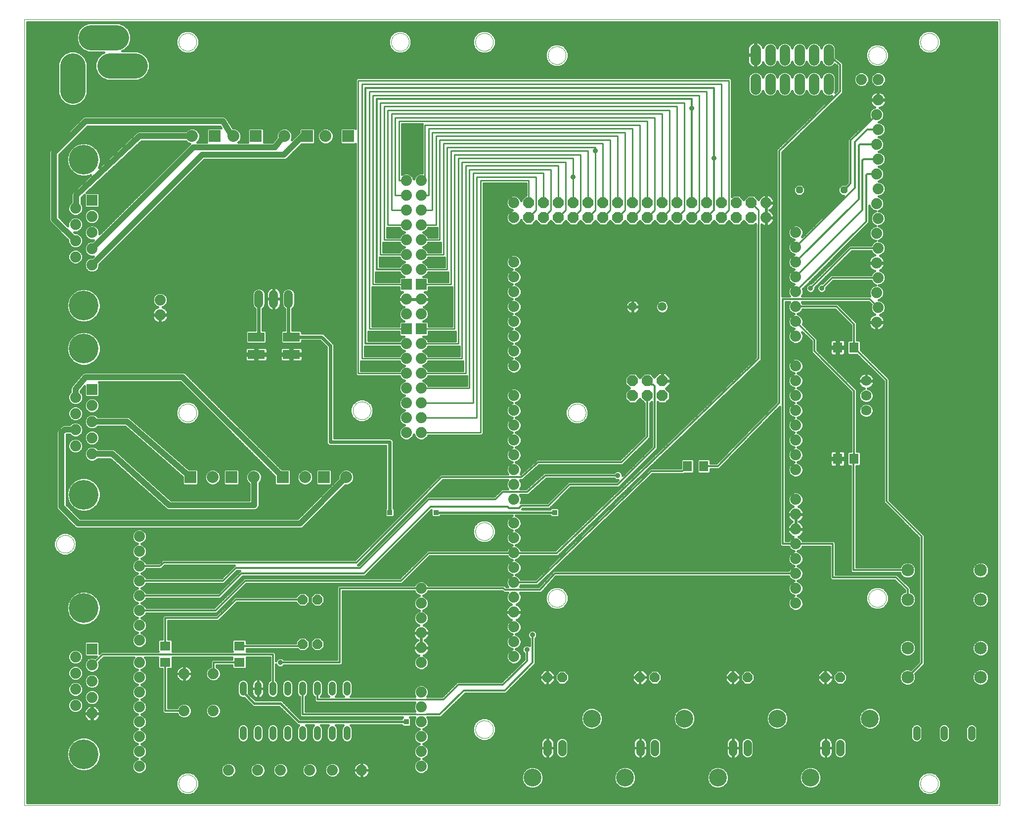
<source format=gtl>
G75*
%MOIN*%
%OFA0B0*%
%FSLAX24Y24*%
%IPPOS*%
%LPD*%
%AMOC8*
5,1,8,0,0,1.08239X$1,22.5*
%
%ADD10C,0.0000*%
%ADD11R,0.0800X0.0800*%
%ADD12C,0.0800*%
%ADD13R,0.0740X0.0740*%
%ADD14C,0.0740*%
%ADD15OC8,0.0740*%
%ADD16C,0.0591*%
%ADD17OC8,0.0480*%
%ADD18C,0.0560*%
%ADD19C,0.1200*%
%ADD20OC8,0.0660*%
%ADD21C,0.2000*%
%ADD22C,0.0480*%
%ADD23C,0.0709*%
%ADD24C,0.0700*%
%ADD25C,0.0600*%
%ADD26R,0.1142X0.0591*%
%ADD27C,0.0488*%
%ADD28R,0.0630X0.0709*%
%ADD29R,0.0709X0.0630*%
%ADD30C,0.1700*%
%ADD31C,0.0850*%
%ADD32C,0.0100*%
%ADD33C,0.0160*%
%ADD34C,0.0356*%
%ADD35C,0.0400*%
%ADD36C,0.0120*%
%ADD37C,0.0240*%
%ADD38C,0.0320*%
%ADD39R,0.0356X0.0356*%
%ADD40C,0.0400*%
D10*
X002363Y000930D02*
X002363Y053925D01*
X068105Y053925D01*
X068105Y000930D01*
X002363Y000930D01*
X012763Y002405D02*
X012765Y002454D01*
X012771Y002502D01*
X012781Y002550D01*
X012795Y002597D01*
X012812Y002643D01*
X012833Y002687D01*
X012858Y002729D01*
X012886Y002769D01*
X012918Y002807D01*
X012952Y002842D01*
X012989Y002874D01*
X013028Y002903D01*
X013070Y002929D01*
X013114Y002951D01*
X013159Y002969D01*
X013206Y002984D01*
X013253Y002995D01*
X013302Y003002D01*
X013351Y003005D01*
X013400Y003004D01*
X013448Y002999D01*
X013497Y002990D01*
X013544Y002977D01*
X013590Y002960D01*
X013634Y002940D01*
X013677Y002916D01*
X013718Y002889D01*
X013756Y002858D01*
X013792Y002825D01*
X013824Y002789D01*
X013854Y002750D01*
X013881Y002709D01*
X013904Y002665D01*
X013923Y002620D01*
X013939Y002574D01*
X013951Y002527D01*
X013959Y002478D01*
X013963Y002429D01*
X013963Y002381D01*
X013959Y002332D01*
X013951Y002283D01*
X013939Y002236D01*
X013923Y002190D01*
X013904Y002145D01*
X013881Y002101D01*
X013854Y002060D01*
X013824Y002021D01*
X013792Y001985D01*
X013756Y001952D01*
X013718Y001921D01*
X013677Y001894D01*
X013634Y001870D01*
X013590Y001850D01*
X013544Y001833D01*
X013497Y001820D01*
X013448Y001811D01*
X013400Y001806D01*
X013351Y001805D01*
X013302Y001808D01*
X013253Y001815D01*
X013206Y001826D01*
X013159Y001841D01*
X013114Y001859D01*
X013070Y001881D01*
X013028Y001907D01*
X012989Y001936D01*
X012952Y001968D01*
X012918Y002003D01*
X012886Y002041D01*
X012858Y002081D01*
X012833Y002123D01*
X012812Y002167D01*
X012795Y002213D01*
X012781Y002260D01*
X012771Y002308D01*
X012765Y002356D01*
X012763Y002405D01*
X004513Y018555D02*
X004515Y018604D01*
X004521Y018652D01*
X004531Y018700D01*
X004545Y018747D01*
X004562Y018793D01*
X004583Y018837D01*
X004608Y018879D01*
X004636Y018919D01*
X004668Y018957D01*
X004702Y018992D01*
X004739Y019024D01*
X004778Y019053D01*
X004820Y019079D01*
X004864Y019101D01*
X004909Y019119D01*
X004956Y019134D01*
X005003Y019145D01*
X005052Y019152D01*
X005101Y019155D01*
X005150Y019154D01*
X005198Y019149D01*
X005247Y019140D01*
X005294Y019127D01*
X005340Y019110D01*
X005384Y019090D01*
X005427Y019066D01*
X005468Y019039D01*
X005506Y019008D01*
X005542Y018975D01*
X005574Y018939D01*
X005604Y018900D01*
X005631Y018859D01*
X005654Y018815D01*
X005673Y018770D01*
X005689Y018724D01*
X005701Y018677D01*
X005709Y018628D01*
X005713Y018579D01*
X005713Y018531D01*
X005709Y018482D01*
X005701Y018433D01*
X005689Y018386D01*
X005673Y018340D01*
X005654Y018295D01*
X005631Y018251D01*
X005604Y018210D01*
X005574Y018171D01*
X005542Y018135D01*
X005506Y018102D01*
X005468Y018071D01*
X005427Y018044D01*
X005384Y018020D01*
X005340Y018000D01*
X005294Y017983D01*
X005247Y017970D01*
X005198Y017961D01*
X005150Y017956D01*
X005101Y017955D01*
X005052Y017958D01*
X005003Y017965D01*
X004956Y017976D01*
X004909Y017991D01*
X004864Y018009D01*
X004820Y018031D01*
X004778Y018057D01*
X004739Y018086D01*
X004702Y018118D01*
X004668Y018153D01*
X004636Y018191D01*
X004608Y018231D01*
X004583Y018273D01*
X004562Y018317D01*
X004545Y018363D01*
X004531Y018410D01*
X004521Y018458D01*
X004515Y018506D01*
X004513Y018555D01*
X012763Y027405D02*
X012765Y027454D01*
X012771Y027502D01*
X012781Y027550D01*
X012795Y027597D01*
X012812Y027643D01*
X012833Y027687D01*
X012858Y027729D01*
X012886Y027769D01*
X012918Y027807D01*
X012952Y027842D01*
X012989Y027874D01*
X013028Y027903D01*
X013070Y027929D01*
X013114Y027951D01*
X013159Y027969D01*
X013206Y027984D01*
X013253Y027995D01*
X013302Y028002D01*
X013351Y028005D01*
X013400Y028004D01*
X013448Y027999D01*
X013497Y027990D01*
X013544Y027977D01*
X013590Y027960D01*
X013634Y027940D01*
X013677Y027916D01*
X013718Y027889D01*
X013756Y027858D01*
X013792Y027825D01*
X013824Y027789D01*
X013854Y027750D01*
X013881Y027709D01*
X013904Y027665D01*
X013923Y027620D01*
X013939Y027574D01*
X013951Y027527D01*
X013959Y027478D01*
X013963Y027429D01*
X013963Y027381D01*
X013959Y027332D01*
X013951Y027283D01*
X013939Y027236D01*
X013923Y027190D01*
X013904Y027145D01*
X013881Y027101D01*
X013854Y027060D01*
X013824Y027021D01*
X013792Y026985D01*
X013756Y026952D01*
X013718Y026921D01*
X013677Y026894D01*
X013634Y026870D01*
X013590Y026850D01*
X013544Y026833D01*
X013497Y026820D01*
X013448Y026811D01*
X013400Y026806D01*
X013351Y026805D01*
X013302Y026808D01*
X013253Y026815D01*
X013206Y026826D01*
X013159Y026841D01*
X013114Y026859D01*
X013070Y026881D01*
X013028Y026907D01*
X012989Y026936D01*
X012952Y026968D01*
X012918Y027003D01*
X012886Y027041D01*
X012858Y027081D01*
X012833Y027123D01*
X012812Y027167D01*
X012795Y027213D01*
X012781Y027260D01*
X012771Y027308D01*
X012765Y027356D01*
X012763Y027405D01*
X024513Y027555D02*
X024515Y027604D01*
X024521Y027652D01*
X024531Y027700D01*
X024545Y027747D01*
X024562Y027793D01*
X024583Y027837D01*
X024608Y027879D01*
X024636Y027919D01*
X024668Y027957D01*
X024702Y027992D01*
X024739Y028024D01*
X024778Y028053D01*
X024820Y028079D01*
X024864Y028101D01*
X024909Y028119D01*
X024956Y028134D01*
X025003Y028145D01*
X025052Y028152D01*
X025101Y028155D01*
X025150Y028154D01*
X025198Y028149D01*
X025247Y028140D01*
X025294Y028127D01*
X025340Y028110D01*
X025384Y028090D01*
X025427Y028066D01*
X025468Y028039D01*
X025506Y028008D01*
X025542Y027975D01*
X025574Y027939D01*
X025604Y027900D01*
X025631Y027859D01*
X025654Y027815D01*
X025673Y027770D01*
X025689Y027724D01*
X025701Y027677D01*
X025709Y027628D01*
X025713Y027579D01*
X025713Y027531D01*
X025709Y027482D01*
X025701Y027433D01*
X025689Y027386D01*
X025673Y027340D01*
X025654Y027295D01*
X025631Y027251D01*
X025604Y027210D01*
X025574Y027171D01*
X025542Y027135D01*
X025506Y027102D01*
X025468Y027071D01*
X025427Y027044D01*
X025384Y027020D01*
X025340Y027000D01*
X025294Y026983D01*
X025247Y026970D01*
X025198Y026961D01*
X025150Y026956D01*
X025101Y026955D01*
X025052Y026958D01*
X025003Y026965D01*
X024956Y026976D01*
X024909Y026991D01*
X024864Y027009D01*
X024820Y027031D01*
X024778Y027057D01*
X024739Y027086D01*
X024702Y027118D01*
X024668Y027153D01*
X024636Y027191D01*
X024608Y027231D01*
X024583Y027273D01*
X024562Y027317D01*
X024545Y027363D01*
X024531Y027410D01*
X024521Y027458D01*
X024515Y027506D01*
X024513Y027555D01*
X032763Y019405D02*
X032765Y019454D01*
X032771Y019502D01*
X032781Y019550D01*
X032795Y019597D01*
X032812Y019643D01*
X032833Y019687D01*
X032858Y019729D01*
X032886Y019769D01*
X032918Y019807D01*
X032952Y019842D01*
X032989Y019874D01*
X033028Y019903D01*
X033070Y019929D01*
X033114Y019951D01*
X033159Y019969D01*
X033206Y019984D01*
X033253Y019995D01*
X033302Y020002D01*
X033351Y020005D01*
X033400Y020004D01*
X033448Y019999D01*
X033497Y019990D01*
X033544Y019977D01*
X033590Y019960D01*
X033634Y019940D01*
X033677Y019916D01*
X033718Y019889D01*
X033756Y019858D01*
X033792Y019825D01*
X033824Y019789D01*
X033854Y019750D01*
X033881Y019709D01*
X033904Y019665D01*
X033923Y019620D01*
X033939Y019574D01*
X033951Y019527D01*
X033959Y019478D01*
X033963Y019429D01*
X033963Y019381D01*
X033959Y019332D01*
X033951Y019283D01*
X033939Y019236D01*
X033923Y019190D01*
X033904Y019145D01*
X033881Y019101D01*
X033854Y019060D01*
X033824Y019021D01*
X033792Y018985D01*
X033756Y018952D01*
X033718Y018921D01*
X033677Y018894D01*
X033634Y018870D01*
X033590Y018850D01*
X033544Y018833D01*
X033497Y018820D01*
X033448Y018811D01*
X033400Y018806D01*
X033351Y018805D01*
X033302Y018808D01*
X033253Y018815D01*
X033206Y018826D01*
X033159Y018841D01*
X033114Y018859D01*
X033070Y018881D01*
X033028Y018907D01*
X032989Y018936D01*
X032952Y018968D01*
X032918Y019003D01*
X032886Y019041D01*
X032858Y019081D01*
X032833Y019123D01*
X032812Y019167D01*
X032795Y019213D01*
X032781Y019260D01*
X032771Y019308D01*
X032765Y019356D01*
X032763Y019405D01*
X037663Y014905D02*
X037665Y014954D01*
X037671Y015002D01*
X037681Y015050D01*
X037695Y015097D01*
X037712Y015143D01*
X037733Y015187D01*
X037758Y015229D01*
X037786Y015269D01*
X037818Y015307D01*
X037852Y015342D01*
X037889Y015374D01*
X037928Y015403D01*
X037970Y015429D01*
X038014Y015451D01*
X038059Y015469D01*
X038106Y015484D01*
X038153Y015495D01*
X038202Y015502D01*
X038251Y015505D01*
X038300Y015504D01*
X038348Y015499D01*
X038397Y015490D01*
X038444Y015477D01*
X038490Y015460D01*
X038534Y015440D01*
X038577Y015416D01*
X038618Y015389D01*
X038656Y015358D01*
X038692Y015325D01*
X038724Y015289D01*
X038754Y015250D01*
X038781Y015209D01*
X038804Y015165D01*
X038823Y015120D01*
X038839Y015074D01*
X038851Y015027D01*
X038859Y014978D01*
X038863Y014929D01*
X038863Y014881D01*
X038859Y014832D01*
X038851Y014783D01*
X038839Y014736D01*
X038823Y014690D01*
X038804Y014645D01*
X038781Y014601D01*
X038754Y014560D01*
X038724Y014521D01*
X038692Y014485D01*
X038656Y014452D01*
X038618Y014421D01*
X038577Y014394D01*
X038534Y014370D01*
X038490Y014350D01*
X038444Y014333D01*
X038397Y014320D01*
X038348Y014311D01*
X038300Y014306D01*
X038251Y014305D01*
X038202Y014308D01*
X038153Y014315D01*
X038106Y014326D01*
X038059Y014341D01*
X038014Y014359D01*
X037970Y014381D01*
X037928Y014407D01*
X037889Y014436D01*
X037852Y014468D01*
X037818Y014503D01*
X037786Y014541D01*
X037758Y014581D01*
X037733Y014623D01*
X037712Y014667D01*
X037695Y014713D01*
X037681Y014760D01*
X037671Y014808D01*
X037665Y014856D01*
X037663Y014905D01*
X032763Y006055D02*
X032765Y006104D01*
X032771Y006152D01*
X032781Y006200D01*
X032795Y006247D01*
X032812Y006293D01*
X032833Y006337D01*
X032858Y006379D01*
X032886Y006419D01*
X032918Y006457D01*
X032952Y006492D01*
X032989Y006524D01*
X033028Y006553D01*
X033070Y006579D01*
X033114Y006601D01*
X033159Y006619D01*
X033206Y006634D01*
X033253Y006645D01*
X033302Y006652D01*
X033351Y006655D01*
X033400Y006654D01*
X033448Y006649D01*
X033497Y006640D01*
X033544Y006627D01*
X033590Y006610D01*
X033634Y006590D01*
X033677Y006566D01*
X033718Y006539D01*
X033756Y006508D01*
X033792Y006475D01*
X033824Y006439D01*
X033854Y006400D01*
X033881Y006359D01*
X033904Y006315D01*
X033923Y006270D01*
X033939Y006224D01*
X033951Y006177D01*
X033959Y006128D01*
X033963Y006079D01*
X033963Y006031D01*
X033959Y005982D01*
X033951Y005933D01*
X033939Y005886D01*
X033923Y005840D01*
X033904Y005795D01*
X033881Y005751D01*
X033854Y005710D01*
X033824Y005671D01*
X033792Y005635D01*
X033756Y005602D01*
X033718Y005571D01*
X033677Y005544D01*
X033634Y005520D01*
X033590Y005500D01*
X033544Y005483D01*
X033497Y005470D01*
X033448Y005461D01*
X033400Y005456D01*
X033351Y005455D01*
X033302Y005458D01*
X033253Y005465D01*
X033206Y005476D01*
X033159Y005491D01*
X033114Y005509D01*
X033070Y005531D01*
X033028Y005557D01*
X032989Y005586D01*
X032952Y005618D01*
X032918Y005653D01*
X032886Y005691D01*
X032858Y005731D01*
X032833Y005773D01*
X032812Y005817D01*
X032795Y005863D01*
X032781Y005910D01*
X032771Y005958D01*
X032765Y006006D01*
X032763Y006055D01*
X039013Y027405D02*
X039015Y027454D01*
X039021Y027502D01*
X039031Y027550D01*
X039045Y027597D01*
X039062Y027643D01*
X039083Y027687D01*
X039108Y027729D01*
X039136Y027769D01*
X039168Y027807D01*
X039202Y027842D01*
X039239Y027874D01*
X039278Y027903D01*
X039320Y027929D01*
X039364Y027951D01*
X039409Y027969D01*
X039456Y027984D01*
X039503Y027995D01*
X039552Y028002D01*
X039601Y028005D01*
X039650Y028004D01*
X039698Y027999D01*
X039747Y027990D01*
X039794Y027977D01*
X039840Y027960D01*
X039884Y027940D01*
X039927Y027916D01*
X039968Y027889D01*
X040006Y027858D01*
X040042Y027825D01*
X040074Y027789D01*
X040104Y027750D01*
X040131Y027709D01*
X040154Y027665D01*
X040173Y027620D01*
X040189Y027574D01*
X040201Y027527D01*
X040209Y027478D01*
X040213Y027429D01*
X040213Y027381D01*
X040209Y027332D01*
X040201Y027283D01*
X040189Y027236D01*
X040173Y027190D01*
X040154Y027145D01*
X040131Y027101D01*
X040104Y027060D01*
X040074Y027021D01*
X040042Y026985D01*
X040006Y026952D01*
X039968Y026921D01*
X039927Y026894D01*
X039884Y026870D01*
X039840Y026850D01*
X039794Y026833D01*
X039747Y026820D01*
X039698Y026811D01*
X039650Y026806D01*
X039601Y026805D01*
X039552Y026808D01*
X039503Y026815D01*
X039456Y026826D01*
X039409Y026841D01*
X039364Y026859D01*
X039320Y026881D01*
X039278Y026907D01*
X039239Y026936D01*
X039202Y026968D01*
X039168Y027003D01*
X039136Y027041D01*
X039108Y027081D01*
X039083Y027123D01*
X039062Y027167D01*
X039045Y027213D01*
X039031Y027260D01*
X039021Y027308D01*
X039015Y027356D01*
X039013Y027405D01*
X059263Y014905D02*
X059265Y014954D01*
X059271Y015002D01*
X059281Y015050D01*
X059295Y015097D01*
X059312Y015143D01*
X059333Y015187D01*
X059358Y015229D01*
X059386Y015269D01*
X059418Y015307D01*
X059452Y015342D01*
X059489Y015374D01*
X059528Y015403D01*
X059570Y015429D01*
X059614Y015451D01*
X059659Y015469D01*
X059706Y015484D01*
X059753Y015495D01*
X059802Y015502D01*
X059851Y015505D01*
X059900Y015504D01*
X059948Y015499D01*
X059997Y015490D01*
X060044Y015477D01*
X060090Y015460D01*
X060134Y015440D01*
X060177Y015416D01*
X060218Y015389D01*
X060256Y015358D01*
X060292Y015325D01*
X060324Y015289D01*
X060354Y015250D01*
X060381Y015209D01*
X060404Y015165D01*
X060423Y015120D01*
X060439Y015074D01*
X060451Y015027D01*
X060459Y014978D01*
X060463Y014929D01*
X060463Y014881D01*
X060459Y014832D01*
X060451Y014783D01*
X060439Y014736D01*
X060423Y014690D01*
X060404Y014645D01*
X060381Y014601D01*
X060354Y014560D01*
X060324Y014521D01*
X060292Y014485D01*
X060256Y014452D01*
X060218Y014421D01*
X060177Y014394D01*
X060134Y014370D01*
X060090Y014350D01*
X060044Y014333D01*
X059997Y014320D01*
X059948Y014311D01*
X059900Y014306D01*
X059851Y014305D01*
X059802Y014308D01*
X059753Y014315D01*
X059706Y014326D01*
X059659Y014341D01*
X059614Y014359D01*
X059570Y014381D01*
X059528Y014407D01*
X059489Y014436D01*
X059452Y014468D01*
X059418Y014503D01*
X059386Y014541D01*
X059358Y014581D01*
X059333Y014623D01*
X059312Y014667D01*
X059295Y014713D01*
X059281Y014760D01*
X059271Y014808D01*
X059265Y014856D01*
X059263Y014905D01*
X062763Y002405D02*
X062765Y002454D01*
X062771Y002502D01*
X062781Y002550D01*
X062795Y002597D01*
X062812Y002643D01*
X062833Y002687D01*
X062858Y002729D01*
X062886Y002769D01*
X062918Y002807D01*
X062952Y002842D01*
X062989Y002874D01*
X063028Y002903D01*
X063070Y002929D01*
X063114Y002951D01*
X063159Y002969D01*
X063206Y002984D01*
X063253Y002995D01*
X063302Y003002D01*
X063351Y003005D01*
X063400Y003004D01*
X063448Y002999D01*
X063497Y002990D01*
X063544Y002977D01*
X063590Y002960D01*
X063634Y002940D01*
X063677Y002916D01*
X063718Y002889D01*
X063756Y002858D01*
X063792Y002825D01*
X063824Y002789D01*
X063854Y002750D01*
X063881Y002709D01*
X063904Y002665D01*
X063923Y002620D01*
X063939Y002574D01*
X063951Y002527D01*
X063959Y002478D01*
X063963Y002429D01*
X063963Y002381D01*
X063959Y002332D01*
X063951Y002283D01*
X063939Y002236D01*
X063923Y002190D01*
X063904Y002145D01*
X063881Y002101D01*
X063854Y002060D01*
X063824Y002021D01*
X063792Y001985D01*
X063756Y001952D01*
X063718Y001921D01*
X063677Y001894D01*
X063634Y001870D01*
X063590Y001850D01*
X063544Y001833D01*
X063497Y001820D01*
X063448Y001811D01*
X063400Y001806D01*
X063351Y001805D01*
X063302Y001808D01*
X063253Y001815D01*
X063206Y001826D01*
X063159Y001841D01*
X063114Y001859D01*
X063070Y001881D01*
X063028Y001907D01*
X062989Y001936D01*
X062952Y001968D01*
X062918Y002003D01*
X062886Y002041D01*
X062858Y002081D01*
X062833Y002123D01*
X062812Y002167D01*
X062795Y002213D01*
X062781Y002260D01*
X062771Y002308D01*
X062765Y002356D01*
X062763Y002405D01*
X059263Y051505D02*
X059265Y051554D01*
X059271Y051602D01*
X059281Y051650D01*
X059295Y051697D01*
X059312Y051743D01*
X059333Y051787D01*
X059358Y051829D01*
X059386Y051869D01*
X059418Y051907D01*
X059452Y051942D01*
X059489Y051974D01*
X059528Y052003D01*
X059570Y052029D01*
X059614Y052051D01*
X059659Y052069D01*
X059706Y052084D01*
X059753Y052095D01*
X059802Y052102D01*
X059851Y052105D01*
X059900Y052104D01*
X059948Y052099D01*
X059997Y052090D01*
X060044Y052077D01*
X060090Y052060D01*
X060134Y052040D01*
X060177Y052016D01*
X060218Y051989D01*
X060256Y051958D01*
X060292Y051925D01*
X060324Y051889D01*
X060354Y051850D01*
X060381Y051809D01*
X060404Y051765D01*
X060423Y051720D01*
X060439Y051674D01*
X060451Y051627D01*
X060459Y051578D01*
X060463Y051529D01*
X060463Y051481D01*
X060459Y051432D01*
X060451Y051383D01*
X060439Y051336D01*
X060423Y051290D01*
X060404Y051245D01*
X060381Y051201D01*
X060354Y051160D01*
X060324Y051121D01*
X060292Y051085D01*
X060256Y051052D01*
X060218Y051021D01*
X060177Y050994D01*
X060134Y050970D01*
X060090Y050950D01*
X060044Y050933D01*
X059997Y050920D01*
X059948Y050911D01*
X059900Y050906D01*
X059851Y050905D01*
X059802Y050908D01*
X059753Y050915D01*
X059706Y050926D01*
X059659Y050941D01*
X059614Y050959D01*
X059570Y050981D01*
X059528Y051007D01*
X059489Y051036D01*
X059452Y051068D01*
X059418Y051103D01*
X059386Y051141D01*
X059358Y051181D01*
X059333Y051223D01*
X059312Y051267D01*
X059295Y051313D01*
X059281Y051360D01*
X059271Y051408D01*
X059265Y051456D01*
X059263Y051505D01*
X062763Y052405D02*
X062765Y052454D01*
X062771Y052502D01*
X062781Y052550D01*
X062795Y052597D01*
X062812Y052643D01*
X062833Y052687D01*
X062858Y052729D01*
X062886Y052769D01*
X062918Y052807D01*
X062952Y052842D01*
X062989Y052874D01*
X063028Y052903D01*
X063070Y052929D01*
X063114Y052951D01*
X063159Y052969D01*
X063206Y052984D01*
X063253Y052995D01*
X063302Y053002D01*
X063351Y053005D01*
X063400Y053004D01*
X063448Y052999D01*
X063497Y052990D01*
X063544Y052977D01*
X063590Y052960D01*
X063634Y052940D01*
X063677Y052916D01*
X063718Y052889D01*
X063756Y052858D01*
X063792Y052825D01*
X063824Y052789D01*
X063854Y052750D01*
X063881Y052709D01*
X063904Y052665D01*
X063923Y052620D01*
X063939Y052574D01*
X063951Y052527D01*
X063959Y052478D01*
X063963Y052429D01*
X063963Y052381D01*
X063959Y052332D01*
X063951Y052283D01*
X063939Y052236D01*
X063923Y052190D01*
X063904Y052145D01*
X063881Y052101D01*
X063854Y052060D01*
X063824Y052021D01*
X063792Y051985D01*
X063756Y051952D01*
X063718Y051921D01*
X063677Y051894D01*
X063634Y051870D01*
X063590Y051850D01*
X063544Y051833D01*
X063497Y051820D01*
X063448Y051811D01*
X063400Y051806D01*
X063351Y051805D01*
X063302Y051808D01*
X063253Y051815D01*
X063206Y051826D01*
X063159Y051841D01*
X063114Y051859D01*
X063070Y051881D01*
X063028Y051907D01*
X062989Y051936D01*
X062952Y051968D01*
X062918Y052003D01*
X062886Y052041D01*
X062858Y052081D01*
X062833Y052123D01*
X062812Y052167D01*
X062795Y052213D01*
X062781Y052260D01*
X062771Y052308D01*
X062765Y052356D01*
X062763Y052405D01*
X037663Y051505D02*
X037665Y051554D01*
X037671Y051602D01*
X037681Y051650D01*
X037695Y051697D01*
X037712Y051743D01*
X037733Y051787D01*
X037758Y051829D01*
X037786Y051869D01*
X037818Y051907D01*
X037852Y051942D01*
X037889Y051974D01*
X037928Y052003D01*
X037970Y052029D01*
X038014Y052051D01*
X038059Y052069D01*
X038106Y052084D01*
X038153Y052095D01*
X038202Y052102D01*
X038251Y052105D01*
X038300Y052104D01*
X038348Y052099D01*
X038397Y052090D01*
X038444Y052077D01*
X038490Y052060D01*
X038534Y052040D01*
X038577Y052016D01*
X038618Y051989D01*
X038656Y051958D01*
X038692Y051925D01*
X038724Y051889D01*
X038754Y051850D01*
X038781Y051809D01*
X038804Y051765D01*
X038823Y051720D01*
X038839Y051674D01*
X038851Y051627D01*
X038859Y051578D01*
X038863Y051529D01*
X038863Y051481D01*
X038859Y051432D01*
X038851Y051383D01*
X038839Y051336D01*
X038823Y051290D01*
X038804Y051245D01*
X038781Y051201D01*
X038754Y051160D01*
X038724Y051121D01*
X038692Y051085D01*
X038656Y051052D01*
X038618Y051021D01*
X038577Y050994D01*
X038534Y050970D01*
X038490Y050950D01*
X038444Y050933D01*
X038397Y050920D01*
X038348Y050911D01*
X038300Y050906D01*
X038251Y050905D01*
X038202Y050908D01*
X038153Y050915D01*
X038106Y050926D01*
X038059Y050941D01*
X038014Y050959D01*
X037970Y050981D01*
X037928Y051007D01*
X037889Y051036D01*
X037852Y051068D01*
X037818Y051103D01*
X037786Y051141D01*
X037758Y051181D01*
X037733Y051223D01*
X037712Y051267D01*
X037695Y051313D01*
X037681Y051360D01*
X037671Y051408D01*
X037665Y051456D01*
X037663Y051505D01*
X032763Y052405D02*
X032765Y052454D01*
X032771Y052502D01*
X032781Y052550D01*
X032795Y052597D01*
X032812Y052643D01*
X032833Y052687D01*
X032858Y052729D01*
X032886Y052769D01*
X032918Y052807D01*
X032952Y052842D01*
X032989Y052874D01*
X033028Y052903D01*
X033070Y052929D01*
X033114Y052951D01*
X033159Y052969D01*
X033206Y052984D01*
X033253Y052995D01*
X033302Y053002D01*
X033351Y053005D01*
X033400Y053004D01*
X033448Y052999D01*
X033497Y052990D01*
X033544Y052977D01*
X033590Y052960D01*
X033634Y052940D01*
X033677Y052916D01*
X033718Y052889D01*
X033756Y052858D01*
X033792Y052825D01*
X033824Y052789D01*
X033854Y052750D01*
X033881Y052709D01*
X033904Y052665D01*
X033923Y052620D01*
X033939Y052574D01*
X033951Y052527D01*
X033959Y052478D01*
X033963Y052429D01*
X033963Y052381D01*
X033959Y052332D01*
X033951Y052283D01*
X033939Y052236D01*
X033923Y052190D01*
X033904Y052145D01*
X033881Y052101D01*
X033854Y052060D01*
X033824Y052021D01*
X033792Y051985D01*
X033756Y051952D01*
X033718Y051921D01*
X033677Y051894D01*
X033634Y051870D01*
X033590Y051850D01*
X033544Y051833D01*
X033497Y051820D01*
X033448Y051811D01*
X033400Y051806D01*
X033351Y051805D01*
X033302Y051808D01*
X033253Y051815D01*
X033206Y051826D01*
X033159Y051841D01*
X033114Y051859D01*
X033070Y051881D01*
X033028Y051907D01*
X032989Y051936D01*
X032952Y051968D01*
X032918Y052003D01*
X032886Y052041D01*
X032858Y052081D01*
X032833Y052123D01*
X032812Y052167D01*
X032795Y052213D01*
X032781Y052260D01*
X032771Y052308D01*
X032765Y052356D01*
X032763Y052405D01*
X027088Y052405D02*
X027090Y052454D01*
X027096Y052502D01*
X027106Y052550D01*
X027120Y052597D01*
X027137Y052643D01*
X027158Y052687D01*
X027183Y052729D01*
X027211Y052769D01*
X027243Y052807D01*
X027277Y052842D01*
X027314Y052874D01*
X027353Y052903D01*
X027395Y052929D01*
X027439Y052951D01*
X027484Y052969D01*
X027531Y052984D01*
X027578Y052995D01*
X027627Y053002D01*
X027676Y053005D01*
X027725Y053004D01*
X027773Y052999D01*
X027822Y052990D01*
X027869Y052977D01*
X027915Y052960D01*
X027959Y052940D01*
X028002Y052916D01*
X028043Y052889D01*
X028081Y052858D01*
X028117Y052825D01*
X028149Y052789D01*
X028179Y052750D01*
X028206Y052709D01*
X028229Y052665D01*
X028248Y052620D01*
X028264Y052574D01*
X028276Y052527D01*
X028284Y052478D01*
X028288Y052429D01*
X028288Y052381D01*
X028284Y052332D01*
X028276Y052283D01*
X028264Y052236D01*
X028248Y052190D01*
X028229Y052145D01*
X028206Y052101D01*
X028179Y052060D01*
X028149Y052021D01*
X028117Y051985D01*
X028081Y051952D01*
X028043Y051921D01*
X028002Y051894D01*
X027959Y051870D01*
X027915Y051850D01*
X027869Y051833D01*
X027822Y051820D01*
X027773Y051811D01*
X027725Y051806D01*
X027676Y051805D01*
X027627Y051808D01*
X027578Y051815D01*
X027531Y051826D01*
X027484Y051841D01*
X027439Y051859D01*
X027395Y051881D01*
X027353Y051907D01*
X027314Y051936D01*
X027277Y051968D01*
X027243Y052003D01*
X027211Y052041D01*
X027183Y052081D01*
X027158Y052123D01*
X027137Y052167D01*
X027120Y052213D01*
X027106Y052260D01*
X027096Y052308D01*
X027090Y052356D01*
X027088Y052405D01*
X012763Y052405D02*
X012765Y052454D01*
X012771Y052502D01*
X012781Y052550D01*
X012795Y052597D01*
X012812Y052643D01*
X012833Y052687D01*
X012858Y052729D01*
X012886Y052769D01*
X012918Y052807D01*
X012952Y052842D01*
X012989Y052874D01*
X013028Y052903D01*
X013070Y052929D01*
X013114Y052951D01*
X013159Y052969D01*
X013206Y052984D01*
X013253Y052995D01*
X013302Y053002D01*
X013351Y053005D01*
X013400Y053004D01*
X013448Y052999D01*
X013497Y052990D01*
X013544Y052977D01*
X013590Y052960D01*
X013634Y052940D01*
X013677Y052916D01*
X013718Y052889D01*
X013756Y052858D01*
X013792Y052825D01*
X013824Y052789D01*
X013854Y052750D01*
X013881Y052709D01*
X013904Y052665D01*
X013923Y052620D01*
X013939Y052574D01*
X013951Y052527D01*
X013959Y052478D01*
X013963Y052429D01*
X013963Y052381D01*
X013959Y052332D01*
X013951Y052283D01*
X013939Y052236D01*
X013923Y052190D01*
X013904Y052145D01*
X013881Y052101D01*
X013854Y052060D01*
X013824Y052021D01*
X013792Y051985D01*
X013756Y051952D01*
X013718Y051921D01*
X013677Y051894D01*
X013634Y051870D01*
X013590Y051850D01*
X013544Y051833D01*
X013497Y051820D01*
X013448Y051811D01*
X013400Y051806D01*
X013351Y051805D01*
X013302Y051808D01*
X013253Y051815D01*
X013206Y051826D01*
X013159Y051841D01*
X013114Y051859D01*
X013070Y051881D01*
X013028Y051907D01*
X012989Y051936D01*
X012952Y051968D01*
X012918Y052003D01*
X012886Y052041D01*
X012858Y052081D01*
X012833Y052123D01*
X012812Y052167D01*
X012795Y052213D01*
X012781Y052260D01*
X012771Y052308D01*
X012765Y052356D01*
X012763Y052405D01*
D11*
X015183Y046055D03*
X017963Y046055D03*
X021413Y046055D03*
X024183Y046055D03*
X022543Y023055D03*
X019773Y023055D03*
X016313Y023055D03*
X013543Y023055D03*
D12*
X015061Y023055D03*
X017831Y023055D03*
X021291Y023055D03*
X024061Y023055D03*
X022665Y046055D03*
X019895Y046055D03*
X016445Y046055D03*
X013665Y046055D03*
D13*
X006922Y041736D03*
X006922Y028986D03*
X028113Y033055D03*
X029113Y033055D03*
X029113Y036055D03*
X028113Y036055D03*
X006922Y011486D03*
D14*
X006922Y010396D03*
X006922Y009305D03*
X006922Y008214D03*
X006922Y007124D03*
X005804Y007671D03*
X005804Y008762D03*
X005804Y009848D03*
X005804Y010939D03*
X010113Y010555D03*
X010113Y009555D03*
X010113Y008555D03*
X010113Y007555D03*
X010113Y006555D03*
X010113Y005555D03*
X010113Y004555D03*
X010113Y003555D03*
X013129Y007305D03*
X015097Y007305D03*
X015097Y009805D03*
X013129Y009805D03*
X010113Y012055D03*
X010113Y013055D03*
X010113Y014055D03*
X010113Y015055D03*
X010113Y016055D03*
X010113Y017055D03*
X010113Y018055D03*
X010113Y019055D03*
X006922Y024624D03*
X006922Y025714D03*
X006922Y026805D03*
X006922Y027896D03*
X005804Y028439D03*
X005804Y027348D03*
X005804Y026262D03*
X005804Y025171D03*
X011513Y034005D03*
X011513Y035005D03*
X006922Y037374D03*
X006922Y038464D03*
X006922Y039555D03*
X006922Y040646D03*
X005804Y041189D03*
X005804Y040098D03*
X005804Y039012D03*
X005804Y037921D03*
X028113Y038055D03*
X028113Y037055D03*
X029113Y037055D03*
X029113Y038055D03*
X029113Y039055D03*
X028113Y039055D03*
X028113Y040055D03*
X029113Y040055D03*
X029113Y041055D03*
X028113Y041055D03*
X028113Y042055D03*
X029113Y042055D03*
X029113Y043055D03*
X028113Y043055D03*
X035363Y041555D03*
X035363Y040555D03*
X035363Y037555D03*
X035363Y036555D03*
X035363Y035555D03*
X035363Y034555D03*
X035363Y033555D03*
X035363Y032555D03*
X035363Y031555D03*
X035363Y030555D03*
X035363Y028555D03*
X035363Y027555D03*
X035363Y026555D03*
X035363Y025555D03*
X035363Y024555D03*
X035363Y023555D03*
X035363Y022555D03*
X035363Y021555D03*
X035363Y019955D03*
X035363Y018955D03*
X035363Y017955D03*
X035363Y016955D03*
X035363Y015955D03*
X035363Y014955D03*
X035363Y013955D03*
X035363Y012955D03*
X035363Y011955D03*
X035363Y010955D03*
X029113Y010555D03*
X029113Y011555D03*
X029113Y012555D03*
X029113Y013555D03*
X029113Y014555D03*
X029113Y015555D03*
X029113Y008555D03*
X029113Y007555D03*
X029113Y006555D03*
X029113Y005555D03*
X029113Y004555D03*
X029113Y003555D03*
X025097Y003305D03*
X023129Y003305D03*
X021597Y003305D03*
X019629Y003305D03*
X018097Y003305D03*
X016129Y003305D03*
X028113Y026055D03*
X029113Y026055D03*
X029113Y027055D03*
X028113Y027055D03*
X028113Y028055D03*
X029113Y028055D03*
X029113Y029055D03*
X028113Y029055D03*
X028113Y030055D03*
X028113Y031055D03*
X029113Y031055D03*
X029113Y030055D03*
X029113Y032055D03*
X028113Y032055D03*
X028113Y034055D03*
X029113Y034055D03*
X029113Y035055D03*
X028113Y035055D03*
X052363Y040555D03*
X052363Y041555D03*
X054363Y039555D03*
X054363Y038555D03*
X054363Y037555D03*
X054363Y036555D03*
X054363Y035555D03*
X054363Y034555D03*
X054363Y033555D03*
X054363Y032555D03*
X054363Y030555D03*
X054363Y029555D03*
X054363Y028555D03*
X054363Y027555D03*
X054363Y026555D03*
X054363Y025555D03*
X054363Y024555D03*
X054363Y023555D03*
X054363Y021555D03*
X054363Y020555D03*
X054363Y019555D03*
X054363Y018555D03*
X054363Y017555D03*
X054363Y016555D03*
X054363Y015555D03*
X054363Y014555D03*
X059813Y033505D03*
X059913Y034505D03*
X059813Y035505D03*
X059913Y036505D03*
X059813Y037505D03*
X059913Y038505D03*
X059813Y039505D03*
X059913Y040505D03*
X059813Y041505D03*
X059913Y042505D03*
X059813Y043505D03*
X059913Y044505D03*
X059813Y045505D03*
X059913Y046505D03*
X059813Y047505D03*
X059913Y048505D03*
X059933Y049880D03*
X058793Y049880D03*
D15*
X051363Y041555D03*
X050363Y041555D03*
X049363Y041555D03*
X048363Y041555D03*
X047363Y041555D03*
X046363Y041555D03*
X045363Y041555D03*
X044363Y041555D03*
X043363Y041555D03*
X042363Y041555D03*
X041363Y041555D03*
X040363Y041555D03*
X039363Y041555D03*
X038363Y041555D03*
X037363Y041555D03*
X036363Y041555D03*
X036363Y040555D03*
X037363Y040555D03*
X038363Y040555D03*
X039363Y040555D03*
X040363Y040555D03*
X041363Y040555D03*
X042363Y040555D03*
X043363Y040555D03*
X044363Y040555D03*
X045363Y040555D03*
X046363Y040555D03*
X047363Y040555D03*
X048363Y040555D03*
X049363Y040555D03*
X050363Y040555D03*
X051363Y040555D03*
X045363Y029555D03*
X044363Y029555D03*
X043363Y029555D03*
X043363Y028555D03*
X044363Y028555D03*
X045363Y028555D03*
D16*
X045359Y034555D03*
X043367Y034555D03*
D17*
X054613Y042430D03*
X057613Y042430D03*
D18*
X057363Y005085D02*
X057363Y004525D01*
X056382Y004525D02*
X056382Y005085D01*
X051113Y005085D02*
X051113Y004525D01*
X050132Y004525D02*
X050132Y005085D01*
X044863Y005085D02*
X044863Y004525D01*
X043882Y004525D02*
X043882Y005085D01*
X038613Y005085D02*
X038613Y004525D01*
X037632Y004525D02*
X037632Y005085D01*
D19*
X036610Y002796D03*
X040612Y006784D03*
X042860Y002796D03*
X046862Y006784D03*
X049110Y002796D03*
X053112Y006784D03*
X055360Y002796D03*
X059362Y006784D03*
D20*
X057363Y009555D03*
X056363Y009555D03*
X051113Y009555D03*
X050113Y009555D03*
X044863Y009555D03*
X043863Y009555D03*
X038613Y009555D03*
X037613Y009555D03*
X022113Y011805D03*
X021113Y011805D03*
X021113Y014805D03*
X022113Y014805D03*
D21*
X006363Y014226D03*
X006363Y021884D03*
X006363Y031726D03*
X006363Y034634D03*
X006363Y044476D03*
X006363Y004384D03*
D22*
X017113Y005565D02*
X017113Y006045D01*
X018113Y006045D02*
X018113Y005565D01*
X019113Y005565D02*
X019113Y006045D01*
X020113Y006045D02*
X020113Y005565D01*
X021113Y005565D02*
X021113Y006045D01*
X022113Y006045D02*
X022113Y005565D01*
X023113Y005565D02*
X023113Y006045D01*
X024113Y006045D02*
X024113Y005565D01*
X024113Y008565D02*
X024113Y009045D01*
X023113Y009045D02*
X023113Y008565D01*
X022113Y008565D02*
X022113Y009045D01*
X021113Y009045D02*
X021113Y008565D01*
X020113Y008565D02*
X020113Y009045D01*
X019113Y009045D02*
X019113Y008565D01*
X018113Y008565D02*
X018113Y009045D01*
X017113Y009045D02*
X017113Y008565D01*
D23*
X051653Y049216D02*
X051653Y049925D01*
X052637Y049925D02*
X052637Y049216D01*
X053621Y049216D02*
X053621Y049925D01*
X054605Y049925D02*
X054605Y049216D01*
X055590Y049216D02*
X055590Y049925D01*
X056574Y049925D02*
X056574Y049216D01*
X056574Y051185D02*
X056574Y051894D01*
X055590Y051894D02*
X055590Y051185D01*
X054605Y051185D02*
X054605Y051894D01*
X053621Y051894D02*
X053621Y051185D01*
X052637Y051185D02*
X052637Y051894D01*
X051653Y051894D02*
X051653Y051185D01*
D24*
X059113Y029555D03*
X059113Y028555D03*
X059113Y027555D03*
D25*
X020163Y034780D02*
X020163Y035380D01*
X019163Y035380D02*
X019163Y034780D01*
X018163Y034780D02*
X018163Y035380D01*
D26*
X017988Y032521D03*
X017988Y031339D03*
X020363Y031339D03*
X020363Y032521D03*
D27*
X062513Y006049D02*
X062513Y005561D01*
X064363Y005561D02*
X064363Y006049D01*
X066213Y006049D02*
X066213Y005561D01*
D28*
X048164Y023805D03*
X047062Y023805D03*
X057187Y024305D03*
X058289Y024305D03*
X058289Y031805D03*
X057187Y031805D03*
D29*
X016863Y011681D03*
X016863Y010579D03*
X011863Y010579D03*
X011863Y011681D03*
D30*
X005613Y049105D02*
X005613Y050805D01*
X006863Y052705D02*
X008563Y052705D01*
X008113Y050805D02*
X009813Y050805D01*
D31*
X061903Y016789D03*
X061903Y014821D03*
X061903Y011539D03*
X061903Y009571D03*
X066824Y009571D03*
X066824Y011539D03*
X066824Y014821D03*
X066824Y016789D03*
D32*
X051863Y040055D02*
X051863Y041055D01*
X051363Y041555D01*
X049863Y041055D02*
X049363Y040555D01*
X049863Y041055D02*
X049863Y049805D01*
X024863Y049805D01*
X024863Y030055D01*
X028113Y030055D01*
X028113Y031055D02*
X025113Y031055D01*
X025113Y049555D01*
X049363Y049555D01*
X049363Y041555D01*
X048363Y041555D02*
X048363Y049055D01*
X025613Y049055D01*
X025613Y033055D01*
X028113Y033055D01*
X029113Y033055D02*
X031363Y033055D01*
X031363Y044805D01*
X039863Y044805D01*
X039863Y041055D01*
X039363Y040555D01*
X038863Y041055D02*
X038863Y044305D01*
X031863Y044305D01*
X031863Y031055D01*
X029113Y031055D01*
X029113Y030055D02*
X032113Y030055D01*
X032113Y044055D01*
X038363Y044055D01*
X038363Y041555D01*
X037863Y041055D02*
X037863Y043805D01*
X032363Y043805D01*
X032363Y029055D01*
X029113Y029055D01*
X029113Y028055D02*
X032613Y028055D01*
X032613Y043555D01*
X037363Y043555D01*
X037363Y041555D01*
X036863Y041055D02*
X036863Y043305D01*
X032863Y043305D01*
X032863Y027055D01*
X029113Y027055D01*
X029113Y026055D02*
X033113Y026055D01*
X033113Y043055D01*
X036363Y043055D01*
X036363Y041555D01*
X036863Y041055D02*
X036363Y040555D01*
X037363Y040555D02*
X037863Y041055D01*
X038363Y040555D02*
X038863Y041055D01*
X039363Y041555D02*
X039363Y043305D01*
X039363Y044555D01*
X031613Y044555D01*
X031613Y032055D01*
X029113Y032055D01*
X029113Y035055D02*
X028113Y035055D01*
X028133Y035035D01*
X028113Y036055D02*
X025863Y036055D01*
X025863Y048805D01*
X047863Y048805D01*
X047863Y041055D01*
X047363Y040555D01*
X046863Y041055D02*
X046863Y048305D01*
X026363Y048305D01*
X026363Y038055D01*
X028113Y038055D01*
X029113Y038055D02*
X030613Y038055D01*
X030613Y045555D01*
X041363Y045555D01*
X041363Y041555D01*
X040863Y041055D02*
X040863Y045055D01*
X040863Y045305D01*
X030863Y045305D01*
X030863Y037055D01*
X029113Y037055D01*
X029113Y036055D02*
X031113Y036055D01*
X031113Y045055D01*
X040363Y045055D01*
X040363Y041555D01*
X040863Y041055D02*
X040363Y040555D01*
X041363Y040555D02*
X041863Y041055D01*
X041863Y045805D01*
X030363Y045805D01*
X030363Y039055D01*
X029113Y039055D01*
X028113Y039055D02*
X026613Y039055D01*
X026613Y048055D01*
X046363Y048055D01*
X046363Y041555D01*
X045863Y041055D02*
X045863Y047805D01*
X026863Y047805D01*
X026863Y040055D01*
X028113Y040055D01*
X029113Y040055D02*
X030113Y040055D01*
X030113Y046055D01*
X042363Y046055D01*
X042363Y041555D01*
X042863Y041055D02*
X042863Y046305D01*
X029863Y046305D01*
X029863Y041055D01*
X029113Y041055D01*
X028113Y041055D02*
X027113Y041055D01*
X027113Y047555D01*
X045363Y047555D01*
X045363Y041555D01*
X044863Y041055D02*
X044863Y047305D01*
X027363Y047305D01*
X027363Y042055D01*
X028113Y042055D01*
X029113Y042055D02*
X029613Y042055D01*
X029613Y046555D01*
X043363Y046555D01*
X043363Y041555D01*
X042863Y041055D02*
X042363Y040555D01*
X043363Y040555D02*
X043863Y041055D01*
X043863Y046805D01*
X029363Y046805D01*
X029363Y043305D01*
X029113Y043055D01*
X028113Y043055D02*
X027613Y043055D01*
X027613Y047055D01*
X044363Y047055D01*
X044363Y041555D01*
X044863Y041055D02*
X044363Y040555D01*
X045363Y040555D02*
X045863Y041055D01*
X046363Y040555D02*
X046863Y041055D01*
X029488Y008055D02*
X028738Y008055D01*
X028738Y007055D02*
X029488Y007055D01*
D33*
X029534Y006855D02*
X030446Y006855D01*
X030563Y006972D01*
X032071Y008480D01*
X034821Y008480D01*
X036813Y010472D01*
X036813Y012180D01*
X036883Y012250D01*
X036931Y012367D01*
X036931Y012493D01*
X036883Y012610D01*
X036793Y012700D01*
X036677Y012748D01*
X036550Y012748D01*
X036433Y012700D01*
X036344Y012610D01*
X036295Y012493D01*
X036295Y012367D01*
X036344Y012250D01*
X036413Y012180D01*
X036413Y011702D01*
X036302Y011748D01*
X036175Y011748D01*
X036058Y011700D01*
X035969Y011610D01*
X035920Y011493D01*
X035920Y011367D01*
X035969Y011250D01*
X036038Y011180D01*
X036038Y010763D01*
X034530Y009255D01*
X031530Y009255D01*
X030530Y008255D01*
X029534Y008255D01*
X029546Y008266D01*
X029623Y008454D01*
X029623Y008656D01*
X029546Y008844D01*
X029402Y008987D01*
X029215Y009065D01*
X029012Y009065D01*
X028824Y008987D01*
X028681Y008844D01*
X028603Y008656D01*
X028603Y008454D01*
X028681Y008266D01*
X028692Y008255D01*
X024341Y008255D01*
X024435Y008350D01*
X024493Y008489D01*
X024493Y009121D01*
X024435Y009260D01*
X024328Y009367D01*
X024189Y009425D01*
X024038Y009425D01*
X023898Y009367D01*
X023791Y009260D01*
X023733Y009121D01*
X023733Y008489D01*
X023791Y008350D01*
X023886Y008255D01*
X023341Y008255D01*
X023435Y008350D01*
X023493Y008489D01*
X023493Y009121D01*
X023435Y009260D01*
X023328Y009367D01*
X023189Y009425D01*
X023038Y009425D01*
X022898Y009367D01*
X022791Y009260D01*
X022733Y009121D01*
X022733Y008489D01*
X022791Y008350D01*
X022886Y008255D01*
X022341Y008255D01*
X022435Y008350D01*
X022493Y008489D01*
X022493Y009121D01*
X022435Y009260D01*
X022328Y009367D01*
X022189Y009425D01*
X022038Y009425D01*
X021898Y009367D01*
X021791Y009260D01*
X021733Y009121D01*
X021733Y008489D01*
X021791Y008350D01*
X021898Y008243D01*
X021913Y008237D01*
X021913Y007972D01*
X022030Y007855D01*
X028692Y007855D01*
X028681Y007844D01*
X028603Y007656D01*
X028603Y007454D01*
X028681Y007266D01*
X028692Y007255D01*
X021313Y007255D01*
X021313Y008237D01*
X021328Y008243D01*
X021435Y008350D01*
X021493Y008489D01*
X021493Y009121D01*
X021435Y009260D01*
X021328Y009367D01*
X021189Y009425D01*
X021038Y009425D01*
X020898Y009367D01*
X020791Y009260D01*
X020733Y009121D01*
X020733Y008489D01*
X020791Y008350D01*
X020898Y008243D01*
X020913Y008237D01*
X020913Y006972D01*
X021030Y006855D01*
X027859Y006855D01*
X027795Y006791D01*
X027795Y006775D01*
X020954Y006775D01*
X019704Y008025D01*
X017954Y008025D01*
X017492Y008487D01*
X017493Y008489D01*
X017493Y009121D01*
X017435Y009260D01*
X017328Y009367D01*
X017189Y009425D01*
X017038Y009425D01*
X016898Y009367D01*
X016791Y009260D01*
X016733Y009121D01*
X016733Y008489D01*
X016791Y008350D01*
X016898Y008243D01*
X017038Y008185D01*
X017172Y008185D01*
X017643Y007714D01*
X017772Y007585D01*
X019522Y007585D01*
X020643Y006464D01*
X020772Y006335D01*
X020866Y006335D01*
X020791Y006260D01*
X020733Y006121D01*
X020733Y005489D01*
X020791Y005350D01*
X020898Y005243D01*
X021038Y005185D01*
X021189Y005185D01*
X021328Y005243D01*
X021435Y005350D01*
X021493Y005489D01*
X021493Y006121D01*
X021435Y006260D01*
X021361Y006335D01*
X021866Y006335D01*
X021791Y006260D01*
X021733Y006121D01*
X021733Y005489D01*
X021791Y005350D01*
X021898Y005243D01*
X022038Y005185D01*
X022189Y005185D01*
X022328Y005243D01*
X022435Y005350D01*
X022493Y005489D01*
X022493Y006121D01*
X022435Y006260D01*
X022361Y006335D01*
X022866Y006335D01*
X022791Y006260D01*
X022733Y006121D01*
X022733Y005489D01*
X022791Y005350D01*
X022898Y005243D01*
X023038Y005185D01*
X023189Y005185D01*
X023328Y005243D01*
X023435Y005350D01*
X023493Y005489D01*
X023493Y006121D01*
X023435Y006260D01*
X023361Y006335D01*
X023866Y006335D01*
X023791Y006260D01*
X023733Y006121D01*
X023733Y005489D01*
X023791Y005350D01*
X023898Y005243D01*
X024038Y005185D01*
X024189Y005185D01*
X024328Y005243D01*
X024435Y005350D01*
X024493Y005489D01*
X024493Y006121D01*
X024435Y006260D01*
X024361Y006335D01*
X027795Y006335D01*
X027795Y006319D01*
X027877Y006237D01*
X028349Y006237D01*
X028431Y006319D01*
X028431Y006791D01*
X028367Y006855D01*
X028692Y006855D01*
X028681Y006844D01*
X028603Y006656D01*
X028603Y006454D01*
X028681Y006266D01*
X028824Y006123D01*
X028988Y006055D01*
X028824Y005987D01*
X028681Y005844D01*
X028603Y005656D01*
X028603Y005454D01*
X028681Y005266D01*
X028824Y005123D01*
X028988Y005055D01*
X028824Y004987D01*
X028681Y004844D01*
X028603Y004656D01*
X028603Y004454D01*
X028681Y004266D01*
X028824Y004123D01*
X028988Y004055D01*
X028824Y003987D01*
X028681Y003844D01*
X028603Y003656D01*
X028603Y003454D01*
X028681Y003266D01*
X028824Y003123D01*
X029012Y003045D01*
X029215Y003045D01*
X029402Y003123D01*
X029546Y003266D01*
X029623Y003454D01*
X029623Y003656D01*
X029546Y003844D01*
X029402Y003987D01*
X029239Y004055D01*
X029402Y004123D01*
X029546Y004266D01*
X029623Y004454D01*
X029623Y004656D01*
X029546Y004844D01*
X029402Y004987D01*
X029239Y005055D01*
X029402Y005123D01*
X029546Y005266D01*
X029623Y005454D01*
X029623Y005656D01*
X029546Y005844D01*
X029402Y005987D01*
X029239Y006055D01*
X029402Y006123D01*
X029546Y006266D01*
X029623Y006454D01*
X029623Y006656D01*
X029546Y006844D01*
X029534Y006855D01*
X029580Y006761D02*
X033029Y006761D01*
X032921Y006716D02*
X032702Y006497D01*
X032583Y006210D01*
X032583Y005900D01*
X032702Y005613D01*
X032921Y005394D01*
X033208Y005275D01*
X033518Y005275D01*
X033805Y005394D01*
X034024Y005613D01*
X034143Y005900D01*
X034143Y006210D01*
X034024Y006497D01*
X033805Y006716D01*
X033518Y006835D01*
X033208Y006835D01*
X032921Y006716D01*
X032808Y006603D02*
X029623Y006603D01*
X029619Y006444D02*
X032680Y006444D01*
X032614Y006286D02*
X029554Y006286D01*
X029406Y006127D02*
X032583Y006127D01*
X032583Y005969D02*
X029421Y005969D01*
X029560Y005810D02*
X032620Y005810D01*
X032686Y005652D02*
X029623Y005652D01*
X029623Y005493D02*
X032822Y005493D01*
X033064Y005335D02*
X029574Y005335D01*
X029455Y005176D02*
X037181Y005176D01*
X037183Y005193D02*
X037172Y005121D01*
X037172Y004814D01*
X037624Y004814D01*
X037624Y005545D01*
X037596Y005545D01*
X037524Y005534D01*
X037456Y005511D01*
X037391Y005478D01*
X037332Y005436D01*
X037281Y005385D01*
X037239Y005326D01*
X037206Y005262D01*
X037183Y005193D01*
X037245Y005335D02*
X033662Y005335D01*
X033904Y005493D02*
X037420Y005493D01*
X037624Y005493D02*
X037641Y005493D01*
X037641Y005545D02*
X037641Y004814D01*
X037624Y004814D01*
X037624Y004796D01*
X037641Y004796D01*
X037641Y004065D01*
X037668Y004065D01*
X037740Y004076D01*
X037809Y004099D01*
X037873Y004132D01*
X037932Y004174D01*
X037983Y004225D01*
X038026Y004284D01*
X038058Y004348D01*
X038081Y004417D01*
X038092Y004489D01*
X038092Y004796D01*
X037641Y004796D01*
X037641Y004814D01*
X038092Y004814D01*
X038092Y005121D01*
X038081Y005193D01*
X038058Y005262D01*
X038026Y005326D01*
X037983Y005385D01*
X037932Y005436D01*
X037873Y005478D01*
X037809Y005511D01*
X037740Y005534D01*
X037668Y005545D01*
X037641Y005545D01*
X037845Y005493D02*
X038501Y005493D01*
X038530Y005505D02*
X038375Y005441D01*
X038257Y005323D01*
X038193Y005169D01*
X038193Y004441D01*
X038257Y004287D01*
X038375Y004169D01*
X038530Y004105D01*
X038697Y004105D01*
X038851Y004169D01*
X038969Y004287D01*
X039033Y004441D01*
X039033Y005169D01*
X038969Y005323D01*
X038851Y005441D01*
X038697Y005505D01*
X038530Y005505D01*
X038726Y005493D02*
X043670Y005493D01*
X043641Y005478D02*
X043582Y005436D01*
X043531Y005385D01*
X043489Y005326D01*
X043456Y005262D01*
X043433Y005193D01*
X043422Y005121D01*
X043422Y004814D01*
X043874Y004814D01*
X043874Y005545D01*
X043846Y005545D01*
X043774Y005534D01*
X043706Y005511D01*
X043641Y005478D01*
X043495Y005335D02*
X038958Y005335D01*
X039030Y005176D02*
X043431Y005176D01*
X043422Y005018D02*
X039033Y005018D01*
X039033Y004859D02*
X043422Y004859D01*
X043422Y004796D02*
X043422Y004489D01*
X043433Y004417D01*
X043456Y004348D01*
X043489Y004284D01*
X043531Y004225D01*
X043582Y004174D01*
X043641Y004132D01*
X043706Y004099D01*
X043774Y004076D01*
X043846Y004065D01*
X043874Y004065D01*
X043874Y004796D01*
X043891Y004796D01*
X043891Y004065D01*
X043918Y004065D01*
X043990Y004076D01*
X044059Y004099D01*
X044123Y004132D01*
X044182Y004174D01*
X044233Y004225D01*
X044276Y004284D01*
X044308Y004348D01*
X044331Y004417D01*
X044342Y004489D01*
X044342Y004796D01*
X043891Y004796D01*
X043891Y004814D01*
X043874Y004814D01*
X043874Y004796D01*
X043422Y004796D01*
X043422Y004701D02*
X039033Y004701D01*
X039033Y004542D02*
X043422Y004542D01*
X043444Y004384D02*
X039009Y004384D01*
X038907Y004225D02*
X043532Y004225D01*
X043874Y004225D02*
X043891Y004225D01*
X043874Y004067D02*
X043891Y004067D01*
X043928Y004067D02*
X050086Y004067D01*
X050096Y004065D02*
X050124Y004065D01*
X050124Y004796D01*
X050141Y004796D01*
X050141Y004065D01*
X050168Y004065D01*
X050240Y004076D01*
X050309Y004099D01*
X050373Y004132D01*
X050432Y004174D01*
X050483Y004225D01*
X050526Y004284D01*
X050558Y004348D01*
X050581Y004417D01*
X050592Y004489D01*
X050592Y004796D01*
X050141Y004796D01*
X050141Y004814D01*
X050124Y004814D01*
X050124Y005545D01*
X050096Y005545D01*
X050024Y005534D01*
X049956Y005511D01*
X049891Y005478D01*
X049832Y005436D01*
X049781Y005385D01*
X049739Y005326D01*
X049706Y005262D01*
X049683Y005193D01*
X049672Y005121D01*
X049672Y004814D01*
X050124Y004814D01*
X050124Y004796D01*
X049672Y004796D01*
X049672Y004489D01*
X049683Y004417D01*
X049706Y004348D01*
X049739Y004284D01*
X049781Y004225D01*
X049832Y004174D01*
X049891Y004132D01*
X049956Y004099D01*
X050024Y004076D01*
X050096Y004065D01*
X050124Y004067D02*
X050141Y004067D01*
X050178Y004067D02*
X056336Y004067D01*
X056346Y004065D02*
X056374Y004065D01*
X056374Y004796D01*
X056391Y004796D01*
X056391Y004065D01*
X056418Y004065D01*
X056490Y004076D01*
X056559Y004099D01*
X056623Y004132D01*
X056682Y004174D01*
X056733Y004225D01*
X056776Y004284D01*
X056808Y004348D01*
X056831Y004417D01*
X056842Y004489D01*
X056842Y004796D01*
X056391Y004796D01*
X056391Y004814D01*
X056374Y004814D01*
X056374Y005545D01*
X056346Y005545D01*
X056274Y005534D01*
X056206Y005511D01*
X056141Y005478D01*
X056082Y005436D01*
X056031Y005385D01*
X055989Y005326D01*
X055956Y005262D01*
X055933Y005193D01*
X055922Y005121D01*
X055922Y004814D01*
X056374Y004814D01*
X056374Y004796D01*
X055922Y004796D01*
X055922Y004489D01*
X055933Y004417D01*
X055956Y004348D01*
X055989Y004284D01*
X056031Y004225D01*
X056082Y004174D01*
X056141Y004132D01*
X056206Y004099D01*
X056274Y004076D01*
X056346Y004065D01*
X056374Y004067D02*
X056391Y004067D01*
X056428Y004067D02*
X067925Y004067D01*
X067925Y004225D02*
X057657Y004225D01*
X057601Y004169D02*
X057719Y004287D01*
X057783Y004441D01*
X057783Y005169D01*
X057719Y005323D01*
X057601Y005441D01*
X057447Y005505D01*
X057280Y005505D01*
X057125Y005441D01*
X057007Y005323D01*
X056943Y005169D01*
X056943Y004441D01*
X057007Y004287D01*
X057125Y004169D01*
X057280Y004105D01*
X057447Y004105D01*
X057601Y004169D01*
X057759Y004384D02*
X067925Y004384D01*
X067925Y004542D02*
X057783Y004542D01*
X057783Y004701D02*
X067925Y004701D01*
X067925Y004859D02*
X057783Y004859D01*
X057783Y005018D02*
X067925Y005018D01*
X067925Y005176D02*
X057780Y005176D01*
X057708Y005335D02*
X062197Y005335D01*
X062188Y005344D02*
X062296Y005236D01*
X062437Y005178D01*
X062590Y005178D01*
X062731Y005236D01*
X062839Y005344D01*
X062897Y005485D01*
X062897Y006125D01*
X062839Y006266D01*
X062731Y006374D01*
X062590Y006432D01*
X062437Y006432D01*
X062296Y006374D01*
X062188Y006266D01*
X062129Y006125D01*
X062129Y005485D01*
X062188Y005344D01*
X062129Y005493D02*
X057476Y005493D01*
X057251Y005493D02*
X056595Y005493D01*
X056623Y005478D02*
X056559Y005511D01*
X056490Y005534D01*
X056418Y005545D01*
X056391Y005545D01*
X056391Y004814D01*
X056842Y004814D01*
X056842Y005121D01*
X056831Y005193D01*
X056808Y005262D01*
X056776Y005326D01*
X056733Y005385D01*
X056682Y005436D01*
X056623Y005478D01*
X056769Y005335D02*
X057019Y005335D01*
X056946Y005176D02*
X056833Y005176D01*
X056842Y005018D02*
X056943Y005018D01*
X056943Y004859D02*
X056842Y004859D01*
X056842Y004701D02*
X056943Y004701D01*
X056943Y004542D02*
X056842Y004542D01*
X056820Y004384D02*
X056967Y004384D01*
X057069Y004225D02*
X056733Y004225D01*
X056391Y004225D02*
X056374Y004225D01*
X056374Y004384D02*
X056391Y004384D01*
X056374Y004542D02*
X056391Y004542D01*
X056374Y004701D02*
X056391Y004701D01*
X056374Y004859D02*
X056391Y004859D01*
X056374Y005018D02*
X056391Y005018D01*
X056374Y005176D02*
X056391Y005176D01*
X056374Y005335D02*
X056391Y005335D01*
X056374Y005493D02*
X056391Y005493D01*
X056170Y005493D02*
X051226Y005493D01*
X051197Y005505D02*
X051030Y005505D01*
X050875Y005441D01*
X050757Y005323D01*
X050693Y005169D01*
X050693Y004441D01*
X050757Y004287D01*
X050875Y004169D01*
X051030Y004105D01*
X051197Y004105D01*
X051351Y004169D01*
X051469Y004287D01*
X051533Y004441D01*
X051533Y005169D01*
X051469Y005323D01*
X051351Y005441D01*
X051197Y005505D01*
X051001Y005493D02*
X050345Y005493D01*
X050373Y005478D02*
X050309Y005511D01*
X050240Y005534D01*
X050168Y005545D01*
X050141Y005545D01*
X050141Y004814D01*
X050592Y004814D01*
X050592Y005121D01*
X050581Y005193D01*
X050558Y005262D01*
X050526Y005326D01*
X050483Y005385D01*
X050432Y005436D01*
X050373Y005478D01*
X050519Y005335D02*
X050769Y005335D01*
X050696Y005176D02*
X050583Y005176D01*
X050592Y005018D02*
X050693Y005018D01*
X050693Y004859D02*
X050592Y004859D01*
X050592Y004701D02*
X050693Y004701D01*
X050693Y004542D02*
X050592Y004542D01*
X050570Y004384D02*
X050717Y004384D01*
X050819Y004225D02*
X050483Y004225D01*
X050141Y004225D02*
X050124Y004225D01*
X050124Y004384D02*
X050141Y004384D01*
X050124Y004542D02*
X050141Y004542D01*
X050124Y004701D02*
X050141Y004701D01*
X050124Y004859D02*
X050141Y004859D01*
X050124Y005018D02*
X050141Y005018D01*
X050124Y005176D02*
X050141Y005176D01*
X050124Y005335D02*
X050141Y005335D01*
X050124Y005493D02*
X050141Y005493D01*
X049920Y005493D02*
X044976Y005493D01*
X044947Y005505D02*
X044780Y005505D01*
X044625Y005441D01*
X044507Y005323D01*
X044443Y005169D01*
X044443Y004441D01*
X044507Y004287D01*
X044625Y004169D01*
X044780Y004105D01*
X044947Y004105D01*
X045101Y004169D01*
X045219Y004287D01*
X045283Y004441D01*
X045283Y005169D01*
X045219Y005323D01*
X045101Y005441D01*
X044947Y005505D01*
X044751Y005493D02*
X044095Y005493D01*
X044123Y005478D02*
X044059Y005511D01*
X043990Y005534D01*
X043918Y005545D01*
X043891Y005545D01*
X043891Y004814D01*
X044342Y004814D01*
X044342Y005121D01*
X044331Y005193D01*
X044308Y005262D01*
X044276Y005326D01*
X044233Y005385D01*
X044182Y005436D01*
X044123Y005478D01*
X044269Y005335D02*
X044519Y005335D01*
X044446Y005176D02*
X044333Y005176D01*
X044342Y005018D02*
X044443Y005018D01*
X044443Y004859D02*
X044342Y004859D01*
X044342Y004701D02*
X044443Y004701D01*
X044443Y004542D02*
X044342Y004542D01*
X044320Y004384D02*
X044467Y004384D01*
X044569Y004225D02*
X044233Y004225D01*
X043891Y004384D02*
X043874Y004384D01*
X043874Y004542D02*
X043891Y004542D01*
X043874Y004701D02*
X043891Y004701D01*
X043874Y004859D02*
X043891Y004859D01*
X043874Y005018D02*
X043891Y005018D01*
X043874Y005176D02*
X043891Y005176D01*
X043874Y005335D02*
X043891Y005335D01*
X043874Y005493D02*
X043891Y005493D01*
X045208Y005335D02*
X049745Y005335D01*
X049681Y005176D02*
X045280Y005176D01*
X045283Y005018D02*
X049672Y005018D01*
X049672Y004859D02*
X045283Y004859D01*
X045283Y004701D02*
X049672Y004701D01*
X049672Y004542D02*
X045283Y004542D01*
X045259Y004384D02*
X049694Y004384D01*
X049782Y004225D02*
X045157Y004225D01*
X043836Y004067D02*
X037678Y004067D01*
X037641Y004067D02*
X037624Y004067D01*
X037624Y004065D02*
X037624Y004796D01*
X037172Y004796D01*
X037172Y004489D01*
X037183Y004417D01*
X037206Y004348D01*
X037239Y004284D01*
X037281Y004225D01*
X037332Y004174D01*
X037391Y004132D01*
X037456Y004099D01*
X037524Y004076D01*
X037596Y004065D01*
X037624Y004065D01*
X037586Y004067D02*
X029267Y004067D01*
X029481Y003908D02*
X067925Y003908D01*
X067925Y003750D02*
X029585Y003750D01*
X029623Y003591D02*
X067925Y003591D01*
X067925Y003433D02*
X055758Y003433D01*
X055779Y003424D02*
X055507Y003536D01*
X055213Y003536D01*
X054941Y003424D01*
X054732Y003216D01*
X054620Y002944D01*
X054620Y002649D01*
X054732Y002377D01*
X054941Y002169D01*
X055213Y002056D01*
X055507Y002056D01*
X055779Y002169D01*
X055987Y002377D01*
X056100Y002649D01*
X056100Y002944D01*
X055987Y003216D01*
X055779Y003424D01*
X055929Y003274D02*
X067925Y003274D01*
X067925Y003116D02*
X063686Y003116D01*
X063805Y003066D02*
X063518Y003185D01*
X063208Y003185D01*
X062921Y003066D01*
X062702Y002847D01*
X062583Y002560D01*
X062583Y002250D01*
X062702Y001963D01*
X062921Y001744D01*
X063208Y001625D01*
X063518Y001625D01*
X063805Y001744D01*
X064024Y001963D01*
X064143Y002250D01*
X064143Y002560D01*
X064024Y002847D01*
X063805Y003066D01*
X063914Y002957D02*
X067925Y002957D01*
X067925Y002799D02*
X064044Y002799D01*
X064110Y002640D02*
X067925Y002640D01*
X067925Y002482D02*
X064143Y002482D01*
X064143Y002323D02*
X067925Y002323D01*
X067925Y002165D02*
X064108Y002165D01*
X064042Y002006D02*
X067925Y002006D01*
X067925Y001848D02*
X063909Y001848D01*
X063673Y001689D02*
X067925Y001689D01*
X067925Y001531D02*
X002543Y001531D01*
X002543Y001689D02*
X013054Y001689D01*
X012921Y001744D02*
X013208Y001625D01*
X013518Y001625D01*
X013805Y001744D01*
X014024Y001963D01*
X014143Y002250D01*
X014143Y002560D01*
X014024Y002847D01*
X013805Y003066D01*
X013518Y003185D01*
X013208Y003185D01*
X012921Y003066D01*
X012702Y002847D01*
X012583Y002560D01*
X012583Y002250D01*
X012702Y001963D01*
X012921Y001744D01*
X012818Y001848D02*
X002543Y001848D01*
X002543Y002006D02*
X012684Y002006D01*
X012619Y002165D02*
X002543Y002165D01*
X002543Y002323D02*
X012583Y002323D01*
X012583Y002482D02*
X002543Y002482D01*
X002543Y002640D02*
X012616Y002640D01*
X012682Y002799D02*
X002543Y002799D01*
X002543Y002957D02*
X012812Y002957D01*
X013040Y003116D02*
X010385Y003116D01*
X010402Y003123D02*
X010546Y003266D01*
X010623Y003454D01*
X010623Y003656D01*
X010546Y003844D01*
X010402Y003987D01*
X010239Y004055D01*
X010402Y004123D01*
X010546Y004266D01*
X010623Y004454D01*
X010623Y004656D01*
X010546Y004844D01*
X010402Y004987D01*
X010239Y005055D01*
X010402Y005123D01*
X010546Y005266D01*
X010623Y005454D01*
X010623Y005656D01*
X010546Y005844D01*
X010402Y005987D01*
X010239Y006055D01*
X010402Y006123D01*
X010546Y006266D01*
X010623Y006454D01*
X010623Y006656D01*
X010546Y006844D01*
X010402Y006987D01*
X010239Y007055D01*
X010402Y007123D01*
X010546Y007266D01*
X010623Y007454D01*
X010623Y007656D01*
X010546Y007844D01*
X010402Y007987D01*
X010239Y008055D01*
X010402Y008123D01*
X010546Y008266D01*
X010623Y008454D01*
X010623Y008656D01*
X010546Y008844D01*
X010402Y008987D01*
X010239Y009055D01*
X010402Y009123D01*
X010546Y009266D01*
X010623Y009454D01*
X010623Y009656D01*
X010546Y009844D01*
X010402Y009987D01*
X010239Y010055D01*
X010402Y010123D01*
X010546Y010266D01*
X010623Y010454D01*
X010623Y010656D01*
X010546Y010844D01*
X010484Y010905D01*
X011369Y010905D01*
X011369Y010206D01*
X011451Y010124D01*
X011663Y010124D01*
X011663Y007222D01*
X011780Y007105D01*
X012660Y007105D01*
X012697Y007016D01*
X012840Y006873D01*
X013028Y006795D01*
X013230Y006795D01*
X013418Y006873D01*
X013561Y007016D01*
X013639Y007204D01*
X013639Y007406D01*
X013561Y007594D01*
X013418Y007737D01*
X013230Y007815D01*
X013028Y007815D01*
X012840Y007737D01*
X012697Y007594D01*
X012660Y007505D01*
X012063Y007505D01*
X012063Y010124D01*
X012276Y010124D01*
X012358Y010206D01*
X012358Y010905D01*
X016369Y010905D01*
X016369Y010779D01*
X015054Y010779D01*
X015030Y010755D01*
X014913Y010638D01*
X014913Y010281D01*
X014809Y010237D01*
X014665Y010094D01*
X014587Y009906D01*
X014587Y009704D01*
X014665Y009516D01*
X014809Y009373D01*
X014996Y009295D01*
X015199Y009295D01*
X015386Y009373D01*
X015530Y009516D01*
X015607Y009704D01*
X015607Y009906D01*
X015530Y010094D01*
X015386Y010237D01*
X015313Y010268D01*
X015313Y010379D01*
X016369Y010379D01*
X016369Y010206D01*
X016451Y010124D01*
X017276Y010124D01*
X017358Y010206D01*
X017358Y010905D01*
X018913Y010905D01*
X018913Y009373D01*
X018898Y009367D01*
X018791Y009260D01*
X018733Y009121D01*
X018733Y008489D01*
X018791Y008350D01*
X018898Y008243D01*
X019038Y008185D01*
X019189Y008185D01*
X019328Y008243D01*
X019435Y008350D01*
X019493Y008489D01*
X019493Y009121D01*
X019435Y009260D01*
X019328Y009367D01*
X019313Y009373D01*
X019313Y010448D01*
X019344Y010375D01*
X019433Y010285D01*
X019550Y010237D01*
X019677Y010237D01*
X019793Y010285D01*
X019863Y010355D01*
X023696Y010355D01*
X023813Y010472D01*
X023813Y015355D01*
X028644Y015355D01*
X028681Y015266D01*
X028824Y015123D01*
X028988Y015055D01*
X028824Y014987D01*
X028681Y014844D01*
X028603Y014656D01*
X028603Y014454D01*
X028681Y014266D01*
X028824Y014123D01*
X028988Y014055D01*
X028824Y013987D01*
X028681Y013844D01*
X028603Y013656D01*
X028603Y013454D01*
X028681Y013266D01*
X028824Y013123D01*
X028937Y013076D01*
X028902Y013065D01*
X028825Y013025D01*
X028755Y012975D01*
X028694Y012913D01*
X028643Y012843D01*
X028604Y012766D01*
X028577Y012684D01*
X028563Y012598D01*
X028563Y012575D01*
X029093Y012575D01*
X029093Y012535D01*
X028563Y012535D01*
X028563Y012512D01*
X028577Y012426D01*
X028604Y012344D01*
X028643Y012267D01*
X028694Y012197D01*
X028755Y012135D01*
X028825Y012085D01*
X028883Y012055D01*
X028825Y012025D01*
X028755Y011975D01*
X028694Y011913D01*
X028643Y011843D01*
X028604Y011766D01*
X028577Y011684D01*
X028563Y011598D01*
X028563Y011575D01*
X029093Y011575D01*
X029093Y011535D01*
X028563Y011535D01*
X028563Y011512D01*
X028577Y011426D01*
X028604Y011344D01*
X028643Y011267D01*
X028694Y011197D01*
X028755Y011135D01*
X028825Y011085D01*
X028902Y011045D01*
X028937Y011034D01*
X028824Y010987D01*
X028681Y010844D01*
X028603Y010656D01*
X028603Y010454D01*
X028681Y010266D01*
X028824Y010123D01*
X029012Y010045D01*
X029215Y010045D01*
X029402Y010123D01*
X029546Y010266D01*
X029623Y010454D01*
X029623Y010656D01*
X029546Y010844D01*
X029402Y010987D01*
X029290Y011034D01*
X029324Y011045D01*
X029401Y011085D01*
X029472Y011135D01*
X029533Y011197D01*
X029584Y011267D01*
X029623Y011344D01*
X029650Y011426D01*
X029663Y011512D01*
X029663Y011535D01*
X029133Y011535D01*
X029133Y011575D01*
X029093Y011575D01*
X029093Y012105D01*
X029093Y012535D01*
X029133Y012535D01*
X029133Y011575D01*
X029663Y011575D01*
X029663Y011598D01*
X029650Y011684D01*
X029623Y011766D01*
X029584Y011843D01*
X029533Y011913D01*
X029472Y011975D01*
X029401Y012025D01*
X029343Y012055D01*
X029401Y012085D01*
X029472Y012135D01*
X029533Y012197D01*
X029584Y012267D01*
X029623Y012344D01*
X029650Y012426D01*
X029663Y012512D01*
X029663Y012535D01*
X029133Y012535D01*
X029133Y012575D01*
X029663Y012575D01*
X029663Y012598D01*
X029650Y012684D01*
X029623Y012766D01*
X029584Y012843D01*
X029533Y012913D01*
X029472Y012975D01*
X029401Y013025D01*
X029324Y013065D01*
X029290Y013076D01*
X029402Y013123D01*
X029546Y013266D01*
X029623Y013454D01*
X029623Y013656D01*
X029546Y013844D01*
X029402Y013987D01*
X029239Y014055D01*
X029402Y014123D01*
X029546Y014266D01*
X029623Y014454D01*
X029623Y014656D01*
X029546Y014844D01*
X029402Y014987D01*
X029239Y015055D01*
X029402Y015123D01*
X029546Y015266D01*
X029582Y015355D01*
X034580Y015355D01*
X034680Y015255D01*
X034942Y015255D01*
X034931Y015244D01*
X034853Y015056D01*
X034853Y014854D01*
X034931Y014666D01*
X035074Y014523D01*
X035187Y014476D01*
X035152Y014465D01*
X035075Y014425D01*
X035005Y014375D01*
X034944Y014313D01*
X034893Y014243D01*
X034854Y014166D01*
X034827Y014084D01*
X034813Y013998D01*
X034813Y013975D01*
X035343Y013975D01*
X035343Y013935D01*
X034813Y013935D01*
X034813Y013912D01*
X034827Y013826D01*
X034854Y013744D01*
X034893Y013667D01*
X034944Y013597D01*
X035005Y013535D01*
X035075Y013485D01*
X035152Y013445D01*
X035187Y013434D01*
X035074Y013387D01*
X034931Y013244D01*
X034853Y013056D01*
X034853Y012854D01*
X034931Y012666D01*
X035074Y012523D01*
X035238Y012455D01*
X035074Y012387D01*
X034931Y012244D01*
X034853Y012056D01*
X034853Y011854D01*
X034931Y011666D01*
X035074Y011523D01*
X035238Y011455D01*
X035074Y011387D01*
X034931Y011244D01*
X034853Y011056D01*
X034853Y010854D01*
X034931Y010666D01*
X035074Y010523D01*
X035262Y010445D01*
X035465Y010445D01*
X035652Y010523D01*
X035796Y010666D01*
X035873Y010854D01*
X035873Y011056D01*
X035796Y011244D01*
X035652Y011387D01*
X035489Y011455D01*
X035652Y011523D01*
X035796Y011666D01*
X035873Y011854D01*
X035873Y012056D01*
X035796Y012244D01*
X035652Y012387D01*
X035489Y012455D01*
X035652Y012523D01*
X035796Y012666D01*
X035873Y012854D01*
X035873Y013056D01*
X035796Y013244D01*
X035652Y013387D01*
X035540Y013434D01*
X035574Y013445D01*
X035651Y013485D01*
X035722Y013535D01*
X035783Y013597D01*
X035834Y013667D01*
X035873Y013744D01*
X035900Y013826D01*
X035913Y013912D01*
X035913Y013935D01*
X035383Y013935D01*
X035383Y013975D01*
X035913Y013975D01*
X035913Y013998D01*
X035900Y014084D01*
X035873Y014166D01*
X035834Y014243D01*
X035783Y014313D01*
X035722Y014375D01*
X035651Y014425D01*
X035574Y014465D01*
X035540Y014476D01*
X035652Y014523D01*
X035796Y014666D01*
X035873Y014854D01*
X035873Y015056D01*
X035796Y015244D01*
X035784Y015255D01*
X037036Y015255D01*
X037040Y015251D01*
X037118Y015255D01*
X037196Y015255D01*
X037200Y015259D01*
X037205Y015259D01*
X037258Y015317D01*
X037313Y015372D01*
X037313Y015378D01*
X038202Y016355D01*
X053894Y016355D01*
X053931Y016266D01*
X054074Y016123D01*
X054238Y016055D01*
X054074Y015987D01*
X053931Y015844D01*
X053853Y015656D01*
X053853Y015454D01*
X053931Y015266D01*
X054074Y015123D01*
X054238Y015055D01*
X054074Y014987D01*
X053931Y014844D01*
X053853Y014656D01*
X053853Y014454D01*
X053931Y014266D01*
X054074Y014123D01*
X054262Y014045D01*
X054465Y014045D01*
X054652Y014123D01*
X054796Y014266D01*
X054873Y014454D01*
X054873Y014656D01*
X054796Y014844D01*
X054652Y014987D01*
X054489Y015055D01*
X054652Y015123D01*
X054796Y015266D01*
X054873Y015454D01*
X054873Y015656D01*
X054796Y015844D01*
X054652Y015987D01*
X054489Y016055D01*
X054652Y016123D01*
X054796Y016266D01*
X054873Y016454D01*
X054873Y016656D01*
X054796Y016844D01*
X054652Y016987D01*
X054489Y017055D01*
X054652Y017123D01*
X054796Y017266D01*
X054873Y017454D01*
X054873Y017656D01*
X054796Y017844D01*
X054652Y017987D01*
X054489Y018055D01*
X054652Y018123D01*
X054796Y018266D01*
X054832Y018355D01*
X056663Y018355D01*
X056663Y016222D01*
X056780Y016105D01*
X061030Y016105D01*
X061703Y015433D01*
X061703Y015349D01*
X061583Y015300D01*
X061424Y015141D01*
X061338Y014933D01*
X061338Y014708D01*
X061424Y014501D01*
X061583Y014342D01*
X061790Y014256D01*
X062015Y014256D01*
X062223Y014342D01*
X062382Y014501D01*
X062468Y014708D01*
X062468Y014933D01*
X062382Y015141D01*
X062223Y015300D01*
X062103Y015349D01*
X062103Y015598D01*
X061313Y016388D01*
X061196Y016505D01*
X057063Y016505D01*
X057063Y018638D01*
X056946Y018755D01*
X054832Y018755D01*
X054796Y018844D01*
X054652Y018987D01*
X054540Y019034D01*
X054574Y019045D01*
X054651Y019085D01*
X054722Y019135D01*
X054783Y019197D01*
X054834Y019267D01*
X054873Y019344D01*
X054900Y019426D01*
X054913Y019512D01*
X054913Y019535D01*
X054383Y019535D01*
X054383Y019575D01*
X054343Y019575D01*
X054343Y019535D01*
X053813Y019535D01*
X053813Y019512D01*
X053827Y019426D01*
X053854Y019344D01*
X053893Y019267D01*
X053944Y019197D01*
X054005Y019135D01*
X054075Y019085D01*
X054152Y019045D01*
X054187Y019034D01*
X054074Y018987D01*
X053931Y018844D01*
X053894Y018755D01*
X053688Y018755D01*
X053688Y034855D01*
X053942Y034855D01*
X053931Y034844D01*
X053853Y034656D01*
X053853Y034454D01*
X053931Y034266D01*
X054074Y034123D01*
X054238Y034055D01*
X054074Y033987D01*
X053931Y033844D01*
X053853Y033656D01*
X053853Y033454D01*
X053931Y033266D01*
X054074Y033123D01*
X054238Y033055D01*
X054074Y032987D01*
X053931Y032844D01*
X053853Y032656D01*
X053853Y032454D01*
X053931Y032266D01*
X054074Y032123D01*
X054262Y032045D01*
X054465Y032045D01*
X054652Y032123D01*
X054796Y032266D01*
X054873Y032454D01*
X054873Y032656D01*
X054798Y032837D01*
X055413Y032222D01*
X055413Y031472D01*
X055530Y031355D01*
X058089Y028796D01*
X058089Y024799D01*
X057916Y024799D01*
X057834Y024717D01*
X057834Y023893D01*
X057916Y023811D01*
X058039Y023811D01*
X058054Y016789D01*
X058054Y016706D01*
X058113Y016648D01*
X058171Y016589D01*
X058171Y016589D01*
X058172Y016589D01*
X058254Y016589D01*
X061374Y016589D01*
X061424Y016469D01*
X061583Y016310D01*
X061790Y016224D01*
X062015Y016224D01*
X062223Y016310D01*
X062382Y016469D01*
X062468Y016677D01*
X062468Y016902D01*
X062382Y017109D01*
X062223Y017268D01*
X062015Y017354D01*
X061790Y017354D01*
X061583Y017268D01*
X061424Y017109D01*
X061374Y016989D01*
X058454Y016989D01*
X058439Y023811D01*
X058662Y023811D01*
X058744Y023893D01*
X058744Y024717D01*
X058662Y024799D01*
X058489Y024799D01*
X058489Y028962D01*
X055813Y031638D01*
X055813Y032388D01*
X054836Y033365D01*
X054873Y033454D01*
X054873Y033656D01*
X054796Y033844D01*
X054652Y033987D01*
X054489Y034055D01*
X054652Y034123D01*
X054796Y034266D01*
X054832Y034355D01*
X057030Y034355D01*
X058089Y033296D01*
X058089Y032299D01*
X057916Y032299D01*
X057834Y032217D01*
X057834Y031393D01*
X057916Y031311D01*
X058501Y031311D01*
X060288Y029523D01*
X060288Y021347D01*
X060405Y021230D01*
X062663Y018972D01*
X062663Y010614D01*
X062135Y010086D01*
X062015Y010136D01*
X061790Y010136D01*
X061583Y010050D01*
X061424Y009891D01*
X061338Y009683D01*
X061338Y009458D01*
X061424Y009251D01*
X061583Y009092D01*
X061790Y009006D01*
X062015Y009006D01*
X062223Y009092D01*
X062382Y009251D01*
X062468Y009458D01*
X062468Y009683D01*
X062418Y009803D01*
X063063Y010449D01*
X063063Y019138D01*
X060688Y021513D01*
X060688Y029689D01*
X058744Y031633D01*
X058744Y032217D01*
X058662Y032299D01*
X058489Y032299D01*
X058489Y033462D01*
X058372Y033579D01*
X057313Y034638D01*
X057196Y034755D01*
X054832Y034755D01*
X054796Y034844D01*
X054784Y034855D01*
X059280Y034855D01*
X059440Y034695D01*
X059403Y034606D01*
X059403Y034404D01*
X059481Y034216D01*
X059624Y034073D01*
X059695Y034043D01*
X059684Y034041D01*
X059602Y034015D01*
X059525Y033975D01*
X059455Y033925D01*
X059394Y033863D01*
X059343Y033793D01*
X059304Y033716D01*
X059277Y033634D01*
X059263Y033548D01*
X059263Y033525D01*
X059793Y033525D01*
X059793Y033485D01*
X059263Y033485D01*
X059263Y033462D01*
X059277Y033376D01*
X059304Y033294D01*
X059343Y033217D01*
X059394Y033147D01*
X059455Y033085D01*
X059525Y033035D01*
X059602Y032995D01*
X059684Y032969D01*
X059770Y032955D01*
X059793Y032955D01*
X059793Y033485D01*
X059833Y033485D01*
X059833Y032955D01*
X059857Y032955D01*
X059942Y032969D01*
X060024Y032995D01*
X060101Y033035D01*
X060172Y033085D01*
X060233Y033147D01*
X060284Y033217D01*
X060323Y033294D01*
X060350Y033376D01*
X060363Y033462D01*
X060363Y033485D01*
X059833Y033485D01*
X059833Y033525D01*
X060363Y033525D01*
X060363Y033548D01*
X060350Y033634D01*
X060323Y033716D01*
X060284Y033793D01*
X060233Y033863D01*
X060172Y033925D01*
X060101Y033975D01*
X060041Y034006D01*
X060202Y034073D01*
X060346Y034216D01*
X060423Y034404D01*
X060423Y034606D01*
X060346Y034794D01*
X060202Y034937D01*
X060015Y035015D01*
X059963Y035015D01*
X060102Y035073D01*
X060246Y035216D01*
X060323Y035404D01*
X060323Y035606D01*
X060246Y035794D01*
X060102Y035937D01*
X059963Y035995D01*
X060015Y035995D01*
X060202Y036073D01*
X060346Y036216D01*
X060423Y036404D01*
X060423Y036606D01*
X060346Y036794D01*
X060202Y036937D01*
X060041Y037004D01*
X060101Y037035D01*
X067925Y037035D01*
X067925Y037193D02*
X060266Y037193D01*
X060284Y037217D02*
X060323Y037294D01*
X060350Y037376D01*
X060363Y037462D01*
X060363Y037485D01*
X059833Y037485D01*
X059833Y037525D01*
X060363Y037525D01*
X060363Y037548D01*
X060350Y037634D01*
X060323Y037716D01*
X060284Y037793D01*
X060233Y037863D01*
X060172Y037925D01*
X060101Y037975D01*
X060041Y038006D01*
X060202Y038073D01*
X060346Y038216D01*
X060423Y038404D01*
X060423Y038606D01*
X060346Y038794D01*
X060202Y038937D01*
X060015Y039015D01*
X059963Y039015D01*
X060102Y039073D01*
X060246Y039216D01*
X060323Y039404D01*
X060323Y039606D01*
X060246Y039794D01*
X060102Y039937D01*
X059963Y039995D01*
X060015Y039995D01*
X060202Y040073D01*
X060346Y040216D01*
X060423Y040404D01*
X060423Y040606D01*
X060346Y040794D01*
X060202Y040937D01*
X060015Y041015D01*
X059963Y041015D01*
X060102Y041073D01*
X060246Y041216D01*
X060323Y041404D01*
X060323Y041606D01*
X060246Y041794D01*
X060102Y041937D01*
X059963Y041995D01*
X060015Y041995D01*
X060202Y042073D01*
X060346Y042216D01*
X060423Y042404D01*
X060423Y042606D01*
X060346Y042794D01*
X060202Y042937D01*
X060015Y043015D01*
X059963Y043015D01*
X060102Y043073D01*
X060246Y043216D01*
X060323Y043404D01*
X060323Y043606D01*
X060246Y043794D01*
X060102Y043937D01*
X059963Y043995D01*
X060015Y043995D01*
X060202Y044073D01*
X060346Y044216D01*
X060423Y044404D01*
X060423Y044606D01*
X060346Y044794D01*
X060202Y044937D01*
X060015Y045015D01*
X059963Y045015D01*
X060102Y045073D01*
X060246Y045216D01*
X060323Y045404D01*
X060323Y045606D01*
X060246Y045794D01*
X060102Y045937D01*
X059963Y045995D01*
X060015Y045995D01*
X060202Y046073D01*
X060346Y046216D01*
X060423Y046404D01*
X060423Y046606D01*
X060346Y046794D01*
X060202Y046937D01*
X060015Y047015D01*
X059963Y047015D01*
X060102Y047073D01*
X060246Y047216D01*
X060323Y047404D01*
X060323Y047606D01*
X060246Y047794D01*
X060102Y047937D01*
X060031Y047967D01*
X060042Y047969D01*
X060124Y047995D01*
X060201Y048035D01*
X060272Y048085D01*
X060333Y048147D01*
X060384Y048217D01*
X060423Y048294D01*
X060450Y048376D01*
X060463Y048462D01*
X060463Y048485D01*
X059933Y048485D01*
X059933Y048525D01*
X059893Y048525D01*
X059893Y048485D01*
X059363Y048485D01*
X059363Y048462D01*
X059377Y048376D01*
X059404Y048294D01*
X059443Y048217D01*
X059494Y048147D01*
X059555Y048085D01*
X059625Y048035D01*
X059685Y048004D01*
X059524Y047937D01*
X059381Y047794D01*
X059303Y047606D01*
X059303Y047404D01*
X059340Y047315D01*
X057980Y045955D01*
X057863Y045838D01*
X057863Y042938D01*
X057735Y042810D01*
X057456Y042810D01*
X057233Y042587D01*
X057233Y042273D01*
X057456Y042050D01*
X057575Y042050D01*
X054798Y039273D01*
X054873Y039454D01*
X054873Y039656D01*
X054796Y039844D01*
X054652Y039987D01*
X054465Y040065D01*
X054262Y040065D01*
X054074Y039987D01*
X053931Y039844D01*
X053853Y039656D01*
X053853Y039454D01*
X053931Y039266D01*
X054074Y039123D01*
X054238Y039055D01*
X054074Y038987D01*
X053931Y038844D01*
X053853Y038656D01*
X053853Y038454D01*
X053931Y038266D01*
X054074Y038123D01*
X054238Y038055D01*
X054074Y037987D01*
X053931Y037844D01*
X053853Y037656D01*
X053853Y037454D01*
X053931Y037266D01*
X054074Y037123D01*
X054238Y037055D01*
X054074Y036987D01*
X053931Y036844D01*
X053853Y036656D01*
X053853Y036454D01*
X053931Y036266D01*
X054074Y036123D01*
X054238Y036055D01*
X054074Y035987D01*
X053931Y035844D01*
X053853Y035656D01*
X053853Y035454D01*
X053931Y035266D01*
X053942Y035255D01*
X053438Y035255D01*
X053438Y044970D01*
X057444Y048855D01*
X057446Y048855D01*
X057504Y048912D01*
X057562Y048969D01*
X057562Y048971D01*
X057563Y048972D01*
X057563Y049053D01*
X057564Y049135D01*
X057563Y049136D01*
X057563Y050802D01*
X057570Y050809D01*
X057563Y050883D01*
X057563Y050958D01*
X057556Y050965D01*
X057555Y050975D01*
X057499Y051022D01*
X057446Y051075D01*
X057436Y051075D01*
X057068Y051385D01*
X057068Y051992D01*
X056993Y052174D01*
X056854Y052313D01*
X056672Y052388D01*
X056476Y052388D01*
X056294Y052313D01*
X056155Y052174D01*
X056082Y051997D01*
X056009Y052174D01*
X055870Y052313D01*
X055688Y052388D01*
X055491Y052388D01*
X055310Y052313D01*
X055171Y052174D01*
X055097Y051997D01*
X055024Y052174D01*
X054885Y052313D01*
X054704Y052388D01*
X054507Y052388D01*
X054325Y052313D01*
X054186Y052174D01*
X054113Y051997D01*
X054040Y052174D01*
X053901Y052313D01*
X053719Y052388D01*
X053523Y052388D01*
X053341Y052313D01*
X053202Y052174D01*
X053129Y051997D01*
X053056Y052174D01*
X052917Y052313D01*
X052735Y052388D01*
X052539Y052388D01*
X052357Y052313D01*
X052218Y052174D01*
X052165Y052046D01*
X052148Y052099D01*
X052110Y052174D01*
X052060Y052242D01*
X052001Y052301D01*
X051933Y052351D01*
X051858Y052389D01*
X051778Y052415D01*
X051695Y052428D01*
X051691Y052428D01*
X051691Y051577D01*
X051614Y051577D01*
X051614Y051501D01*
X051118Y051501D01*
X051118Y051143D01*
X051131Y051060D01*
X051157Y050980D01*
X051196Y050905D01*
X051245Y050837D01*
X051305Y050777D01*
X051373Y050728D01*
X051447Y050690D01*
X051527Y050664D01*
X051611Y050651D01*
X051614Y050651D01*
X051614Y051501D01*
X051691Y051501D01*
X051691Y050651D01*
X051695Y050651D01*
X051778Y050664D01*
X051858Y050690D01*
X051933Y050728D01*
X052001Y050777D01*
X052060Y050837D01*
X052110Y050905D01*
X052148Y050980D01*
X052165Y051033D01*
X052218Y050905D01*
X052357Y050766D01*
X052539Y050691D01*
X052735Y050691D01*
X052917Y050766D01*
X053056Y050905D01*
X053129Y051081D01*
X053202Y050905D01*
X053341Y050766D01*
X053523Y050691D01*
X053719Y050691D01*
X053901Y050766D01*
X054040Y050905D01*
X054113Y051081D01*
X054186Y050905D01*
X054325Y050766D01*
X054507Y050691D01*
X054704Y050691D01*
X054885Y050766D01*
X055024Y050905D01*
X055097Y051081D01*
X055171Y050905D01*
X055310Y050766D01*
X055491Y050691D01*
X055688Y050691D01*
X055870Y050766D01*
X056009Y050905D01*
X056082Y051081D01*
X056155Y050905D01*
X056294Y050766D01*
X056476Y050691D01*
X056672Y050691D01*
X056854Y050766D01*
X056993Y050905D01*
X056999Y050920D01*
X057163Y050782D01*
X057163Y049140D01*
X057019Y049000D01*
X057068Y049118D01*
X057068Y050023D01*
X056993Y050205D01*
X056854Y050344D01*
X056672Y050419D01*
X056476Y050419D01*
X056294Y050344D01*
X056155Y050205D01*
X056082Y050029D01*
X056009Y050205D01*
X055870Y050344D01*
X055688Y050419D01*
X055491Y050419D01*
X055310Y050344D01*
X055171Y050205D01*
X055097Y050029D01*
X055024Y050205D01*
X054885Y050344D01*
X054704Y050419D01*
X054507Y050419D01*
X054325Y050344D01*
X054186Y050205D01*
X054113Y050029D01*
X054040Y050205D01*
X053901Y050344D01*
X053719Y050419D01*
X053523Y050419D01*
X053341Y050344D01*
X053202Y050205D01*
X053129Y050029D01*
X053056Y050205D01*
X052917Y050344D01*
X052735Y050419D01*
X052539Y050419D01*
X052357Y050344D01*
X052218Y050205D01*
X052145Y050029D01*
X052072Y050205D01*
X051933Y050344D01*
X051751Y050419D01*
X051554Y050419D01*
X051373Y050344D01*
X051234Y050205D01*
X051158Y050023D01*
X051158Y049118D01*
X051234Y048936D01*
X051373Y048797D01*
X051554Y048722D01*
X051751Y048722D01*
X051933Y048797D01*
X052072Y048936D01*
X052145Y049113D01*
X052218Y048936D01*
X052357Y048797D01*
X052539Y048722D01*
X052735Y048722D01*
X052917Y048797D01*
X053056Y048936D01*
X053129Y049113D01*
X053202Y048936D01*
X053341Y048797D01*
X053523Y048722D01*
X053719Y048722D01*
X053901Y048797D01*
X054040Y048936D01*
X054113Y049113D01*
X054186Y048936D01*
X054325Y048797D01*
X054507Y048722D01*
X054704Y048722D01*
X054885Y048797D01*
X055024Y048936D01*
X055097Y049113D01*
X055171Y048936D01*
X055310Y048797D01*
X055491Y048722D01*
X055688Y048722D01*
X055870Y048797D01*
X056009Y048936D01*
X056082Y049113D01*
X056155Y048936D01*
X056294Y048797D01*
X056476Y048722D01*
X056672Y048722D01*
X056778Y048766D01*
X053157Y045255D01*
X053155Y045255D01*
X053098Y045198D01*
X053040Y045141D01*
X053039Y045139D01*
X053038Y045138D01*
X053038Y045057D01*
X053037Y044975D01*
X053038Y044974D01*
X053038Y028136D01*
X049029Y024005D01*
X048619Y024005D01*
X048619Y024217D01*
X048537Y024299D01*
X047791Y024299D01*
X047709Y024217D01*
X047709Y023393D01*
X047791Y023311D01*
X048537Y023311D01*
X048619Y023393D01*
X048619Y023605D01*
X049032Y023605D01*
X049033Y023604D01*
X049115Y023605D01*
X049196Y023605D01*
X049197Y023606D01*
X049199Y023606D01*
X049256Y023665D01*
X049313Y023722D01*
X049313Y023724D01*
X053288Y027819D01*
X053288Y018472D01*
X053405Y018355D01*
X053894Y018355D01*
X053931Y018266D01*
X054074Y018123D01*
X054238Y018055D01*
X054074Y017987D01*
X053931Y017844D01*
X053853Y017656D01*
X053853Y017454D01*
X053931Y017266D01*
X054074Y017123D01*
X054238Y017055D01*
X054074Y016987D01*
X053931Y016844D01*
X053894Y016755D01*
X038191Y016755D01*
X038186Y016759D01*
X038108Y016755D01*
X038030Y016755D01*
X038026Y016751D01*
X038021Y016751D01*
X037968Y016693D01*
X037913Y016638D01*
X037913Y016632D01*
X037025Y015655D01*
X035784Y015655D01*
X035796Y015666D01*
X035832Y015755D01*
X036887Y015755D01*
X036968Y015754D01*
X036969Y015755D01*
X036971Y015755D01*
X037029Y015813D01*
X044694Y023255D01*
X046795Y023255D01*
X046851Y023311D01*
X047435Y023311D01*
X047517Y023393D01*
X047517Y024217D01*
X047435Y024299D01*
X046689Y024299D01*
X046607Y024217D01*
X046607Y023655D01*
X044615Y023655D01*
X044533Y023656D01*
X044532Y023655D01*
X044530Y023655D01*
X044473Y023597D01*
X036807Y016155D01*
X035832Y016155D01*
X035796Y016244D01*
X035652Y016387D01*
X035489Y016455D01*
X035652Y016523D01*
X035796Y016666D01*
X035873Y016854D01*
X035873Y017056D01*
X035796Y017244D01*
X035652Y017387D01*
X035489Y017455D01*
X035652Y017523D01*
X035796Y017666D01*
X035822Y017730D01*
X038236Y017730D01*
X038317Y017728D01*
X038319Y017730D01*
X038321Y017730D01*
X038378Y017787D01*
X051944Y030855D01*
X051946Y030855D01*
X052003Y030912D01*
X052062Y030968D01*
X052062Y030971D01*
X052063Y030972D01*
X052063Y031053D01*
X052065Y031134D01*
X052063Y031136D01*
X052063Y040093D01*
X052075Y040085D01*
X052152Y040045D01*
X052234Y040019D01*
X052320Y040005D01*
X052343Y040005D01*
X052343Y040535D01*
X052383Y040535D01*
X052383Y040005D01*
X052407Y040005D01*
X052492Y040019D01*
X052574Y040045D01*
X052651Y040085D01*
X052722Y040135D01*
X052783Y040197D01*
X052834Y040267D01*
X052873Y040344D01*
X052900Y040426D01*
X052913Y040512D01*
X052913Y040535D01*
X052383Y040535D01*
X052383Y040575D01*
X052343Y040575D01*
X052343Y041535D01*
X052383Y041535D01*
X052383Y041005D01*
X052383Y040575D01*
X052913Y040575D01*
X052913Y040598D01*
X052900Y040684D01*
X052873Y040766D01*
X052834Y040843D01*
X052783Y040913D01*
X052722Y040975D01*
X052651Y041025D01*
X052593Y041055D01*
X052651Y041085D01*
X052722Y041135D01*
X052783Y041197D01*
X052834Y041267D01*
X052873Y041344D01*
X052900Y041426D01*
X052913Y041512D01*
X052913Y041535D01*
X052383Y041535D01*
X052383Y041575D01*
X052343Y041575D01*
X052343Y042105D01*
X052320Y042105D01*
X052234Y042091D01*
X052152Y042065D01*
X052075Y042025D01*
X052005Y041975D01*
X051944Y041913D01*
X051893Y041843D01*
X051860Y041779D01*
X051574Y042065D01*
X051152Y042065D01*
X050863Y041776D01*
X050574Y042065D01*
X050152Y042065D01*
X050053Y041966D01*
X050053Y049884D01*
X049942Y049995D01*
X024785Y049995D01*
X024673Y049884D01*
X024673Y046563D01*
X024641Y046595D01*
X023725Y046595D01*
X023643Y046513D01*
X023643Y045597D01*
X023725Y045515D01*
X024641Y045515D01*
X024673Y045547D01*
X024673Y029976D01*
X024785Y029865D01*
X027640Y029865D01*
X027681Y029766D01*
X027824Y029623D01*
X027988Y029555D01*
X027824Y029487D01*
X027681Y029344D01*
X027603Y029156D01*
X027603Y028954D01*
X027681Y028766D01*
X027824Y028623D01*
X027988Y028555D01*
X027824Y028487D01*
X027681Y028344D01*
X027603Y028156D01*
X027603Y027954D01*
X027681Y027766D01*
X027824Y027623D01*
X027988Y027555D01*
X027824Y027487D01*
X027681Y027344D01*
X027603Y027156D01*
X027603Y026954D01*
X027681Y026766D01*
X027824Y026623D01*
X027988Y026555D01*
X027824Y026487D01*
X027681Y026344D01*
X027603Y026156D01*
X027603Y025954D01*
X027681Y025766D01*
X027824Y025623D01*
X028012Y025545D01*
X028215Y025545D01*
X028402Y025623D01*
X028546Y025766D01*
X028613Y025929D01*
X028681Y025766D01*
X028824Y025623D01*
X029012Y025545D01*
X029215Y025545D01*
X029402Y025623D01*
X029546Y025766D01*
X029587Y025865D01*
X033192Y025865D01*
X033303Y025976D01*
X033303Y042865D01*
X036173Y042865D01*
X036173Y042065D01*
X036152Y042065D01*
X035853Y041766D01*
X035853Y041705D01*
X035796Y041844D01*
X035652Y041987D01*
X035465Y042065D01*
X035262Y042065D01*
X035074Y041987D01*
X034931Y041844D01*
X034853Y041656D01*
X034853Y041454D01*
X034931Y041266D01*
X035074Y041123D01*
X035238Y041055D01*
X035074Y040987D01*
X034931Y040844D01*
X034853Y040656D01*
X034853Y040454D01*
X034931Y040266D01*
X035074Y040123D01*
X035262Y040045D01*
X035465Y040045D01*
X035652Y040123D01*
X035796Y040266D01*
X035853Y040405D01*
X035853Y040344D01*
X036152Y040045D01*
X036574Y040045D01*
X036863Y040334D01*
X037152Y040045D01*
X037574Y040045D01*
X037863Y040334D01*
X038152Y040045D01*
X038574Y040045D01*
X038863Y040334D01*
X039152Y040045D01*
X039574Y040045D01*
X039863Y040334D01*
X040152Y040045D01*
X040574Y040045D01*
X040863Y040334D01*
X041152Y040045D01*
X041574Y040045D01*
X041863Y040334D01*
X042152Y040045D01*
X042574Y040045D01*
X042863Y040334D01*
X043152Y040045D01*
X043574Y040045D01*
X043863Y040334D01*
X044152Y040045D01*
X044574Y040045D01*
X044863Y040334D01*
X045152Y040045D01*
X045574Y040045D01*
X045863Y040334D01*
X046152Y040045D01*
X046574Y040045D01*
X046863Y040334D01*
X047152Y040045D01*
X047574Y040045D01*
X047863Y040334D01*
X048152Y040045D01*
X048574Y040045D01*
X048863Y040334D01*
X049152Y040045D01*
X049574Y040045D01*
X049863Y040334D01*
X050152Y040045D01*
X050574Y040045D01*
X050863Y040334D01*
X051152Y040045D01*
X051574Y040045D01*
X051663Y040134D01*
X051663Y031140D01*
X038158Y018130D01*
X035843Y018130D01*
X035796Y018244D01*
X035652Y018387D01*
X035489Y018455D01*
X035652Y018523D01*
X035796Y018666D01*
X035873Y018854D01*
X035873Y019056D01*
X035796Y019244D01*
X035652Y019387D01*
X035489Y019455D01*
X035652Y019523D01*
X035796Y019666D01*
X035873Y019854D01*
X035873Y020056D01*
X035796Y020244D01*
X035652Y020387D01*
X035477Y020460D01*
X037795Y020460D01*
X037795Y020444D01*
X037877Y020362D01*
X038349Y020362D01*
X038431Y020444D01*
X038431Y020916D01*
X038349Y020998D01*
X037877Y020998D01*
X037795Y020916D01*
X037795Y020900D01*
X035916Y020900D01*
X035946Y020930D01*
X037771Y020930D01*
X037888Y021047D01*
X039196Y022355D01*
X042446Y022355D01*
X044946Y024855D01*
X045063Y024972D01*
X045063Y028134D01*
X045152Y028045D01*
X045574Y028045D01*
X045873Y028344D01*
X045873Y028766D01*
X045613Y029027D01*
X045913Y029327D01*
X045913Y029535D01*
X045383Y029535D01*
X045383Y029575D01*
X045343Y029575D01*
X045343Y030105D01*
X045135Y030105D01*
X044835Y029805D01*
X044574Y030065D01*
X044152Y030065D01*
X043863Y029776D01*
X043574Y030065D01*
X043152Y030065D01*
X042853Y029766D01*
X042853Y029344D01*
X043142Y029055D01*
X042853Y028766D01*
X042853Y028344D01*
X043152Y028045D01*
X043574Y028045D01*
X043863Y028334D01*
X044152Y028045D01*
X044163Y028045D01*
X044163Y025888D01*
X042530Y024255D01*
X036995Y024255D01*
X036919Y024260D01*
X036913Y024255D01*
X036905Y024255D01*
X036852Y024201D01*
X035913Y023380D01*
X035905Y023380D01*
X035852Y023326D01*
X035803Y023283D01*
X035873Y023454D01*
X035873Y023656D01*
X035796Y023844D01*
X035652Y023987D01*
X035489Y024055D01*
X035652Y024123D01*
X035796Y024266D01*
X035873Y024454D01*
X035873Y024656D01*
X035796Y024844D01*
X035652Y024987D01*
X035489Y025055D01*
X035652Y025123D01*
X035796Y025266D01*
X035873Y025454D01*
X035873Y025656D01*
X035796Y025844D01*
X035652Y025987D01*
X035489Y026055D01*
X035652Y026123D01*
X035796Y026266D01*
X035873Y026454D01*
X035873Y026656D01*
X035796Y026844D01*
X035652Y026987D01*
X035489Y027055D01*
X035652Y027123D01*
X035796Y027266D01*
X035873Y027454D01*
X035873Y027656D01*
X035796Y027844D01*
X035652Y027987D01*
X035489Y028055D01*
X035652Y028123D01*
X035796Y028266D01*
X035873Y028454D01*
X035873Y028656D01*
X035796Y028844D01*
X035652Y028987D01*
X035465Y029065D01*
X035262Y029065D01*
X035074Y028987D01*
X034931Y028844D01*
X034853Y028656D01*
X034853Y028454D01*
X034931Y028266D01*
X035074Y028123D01*
X035238Y028055D01*
X035074Y027987D01*
X034931Y027844D01*
X034853Y027656D01*
X034853Y027454D01*
X034931Y027266D01*
X035074Y027123D01*
X035238Y027055D01*
X035074Y026987D01*
X034931Y026844D01*
X034853Y026656D01*
X034853Y026454D01*
X034931Y026266D01*
X035074Y026123D01*
X035238Y026055D01*
X035074Y025987D01*
X034931Y025844D01*
X034853Y025656D01*
X034853Y025454D01*
X034931Y025266D01*
X035074Y025123D01*
X035238Y025055D01*
X035074Y024987D01*
X034931Y024844D01*
X034853Y024656D01*
X034853Y024454D01*
X034931Y024266D01*
X035074Y024123D01*
X035238Y024055D01*
X035074Y023987D01*
X034931Y023844D01*
X034853Y023656D01*
X034853Y023454D01*
X034931Y023266D01*
X034942Y023255D01*
X030405Y023255D01*
X030288Y023138D01*
X024655Y017505D01*
X011655Y017505D01*
X011538Y017388D01*
X011405Y017255D01*
X010582Y017255D01*
X010546Y017344D01*
X010402Y017487D01*
X010239Y017555D01*
X010402Y017623D01*
X010546Y017766D01*
X010623Y017954D01*
X010623Y018156D01*
X010546Y018344D01*
X010402Y018487D01*
X010239Y018555D01*
X010402Y018623D01*
X010546Y018766D01*
X010623Y018954D01*
X010623Y019156D01*
X010546Y019344D01*
X010402Y019487D01*
X010215Y019565D01*
X010012Y019565D01*
X009824Y019487D01*
X009681Y019344D01*
X009603Y019156D01*
X009603Y018954D01*
X009681Y018766D01*
X009824Y018623D01*
X009988Y018555D01*
X009824Y018487D01*
X009681Y018344D01*
X009603Y018156D01*
X009603Y017954D01*
X009681Y017766D01*
X009824Y017623D01*
X009988Y017555D01*
X009824Y017487D01*
X009681Y017344D01*
X009603Y017156D01*
X009603Y016954D01*
X009681Y016766D01*
X009824Y016623D01*
X009988Y016555D01*
X009824Y016487D01*
X009681Y016344D01*
X009603Y016156D01*
X009603Y015954D01*
X002543Y015954D01*
X002543Y015796D02*
X009669Y015796D01*
X009681Y015766D02*
X009824Y015623D01*
X009988Y015555D01*
X009824Y015487D01*
X009681Y015344D01*
X009603Y015156D01*
X009603Y014954D01*
X009681Y014766D01*
X009824Y014623D01*
X009988Y014555D01*
X009824Y014487D01*
X009681Y014344D01*
X009603Y014156D01*
X009603Y013954D01*
X009681Y013766D01*
X009824Y013623D01*
X009988Y013555D01*
X009824Y013487D01*
X009681Y013344D01*
X009603Y013156D01*
X009603Y012954D01*
X009681Y012766D01*
X009824Y012623D01*
X009988Y012555D01*
X009824Y012487D01*
X009681Y012344D01*
X009603Y012156D01*
X009603Y011954D01*
X009681Y011766D01*
X009824Y011623D01*
X010012Y011545D01*
X010215Y011545D01*
X010402Y011623D01*
X010546Y011766D01*
X010623Y011954D01*
X010623Y012156D01*
X010546Y012344D01*
X010402Y012487D01*
X010239Y012555D01*
X010402Y012623D01*
X010546Y012766D01*
X010623Y012954D01*
X010623Y013156D01*
X010546Y013344D01*
X010402Y013487D01*
X010239Y013555D01*
X010402Y013623D01*
X010546Y013766D01*
X010582Y013855D01*
X015321Y013855D01*
X017321Y015855D01*
X027821Y015855D01*
X029696Y017730D01*
X034904Y017730D01*
X034931Y017666D01*
X035074Y017523D01*
X035238Y017455D01*
X035074Y017387D01*
X034931Y017244D01*
X034853Y017056D01*
X034853Y016854D01*
X034931Y016666D01*
X035074Y016523D01*
X035238Y016455D01*
X035074Y016387D01*
X034931Y016244D01*
X034853Y016056D01*
X034853Y015854D01*
X034931Y015666D01*
X034942Y015655D01*
X034846Y015655D01*
X034746Y015755D01*
X029582Y015755D01*
X029546Y015844D01*
X029402Y015987D01*
X029215Y016065D01*
X029012Y016065D01*
X028824Y015987D01*
X028681Y015844D01*
X028644Y015755D01*
X023530Y015755D01*
X023413Y015638D01*
X023413Y010755D01*
X019863Y010755D01*
X019793Y010825D01*
X019677Y010873D01*
X019550Y010873D01*
X019433Y010825D01*
X019344Y010735D01*
X019313Y010662D01*
X019313Y011188D01*
X019196Y011305D01*
X017354Y011305D01*
X017358Y011308D01*
X017358Y011481D01*
X020772Y011481D01*
X020919Y011335D01*
X021308Y011335D01*
X021583Y011610D01*
X021583Y012000D01*
X021308Y012275D01*
X020919Y012275D01*
X020643Y012000D01*
X020643Y011881D01*
X017358Y011881D01*
X017358Y012054D01*
X017276Y012136D01*
X016451Y012136D01*
X016369Y012054D01*
X016369Y011308D01*
X016372Y011305D01*
X012354Y011305D01*
X012358Y011308D01*
X012358Y012054D01*
X012276Y012136D01*
X012063Y012136D01*
X012063Y013355D01*
X015446Y013355D01*
X016696Y014605D01*
X020649Y014605D01*
X020919Y014335D01*
X021308Y014335D01*
X021583Y014610D01*
X021583Y015000D01*
X021308Y015275D01*
X020919Y015275D01*
X020649Y015005D01*
X016530Y015005D01*
X016413Y014888D01*
X015280Y013755D01*
X011780Y013755D01*
X011663Y013638D01*
X011663Y012136D01*
X011451Y012136D01*
X011369Y012054D01*
X011369Y011308D01*
X011372Y011305D01*
X007549Y011305D01*
X007432Y011188D01*
X007432Y011914D01*
X007350Y011996D01*
X006494Y011996D01*
X006412Y011914D01*
X006412Y011058D01*
X006494Y010976D01*
X007220Y010976D01*
X007113Y010869D01*
X007024Y010906D01*
X006821Y010906D01*
X006633Y010828D01*
X006490Y010684D01*
X006412Y010497D01*
X006412Y010294D01*
X006490Y010107D01*
X006633Y009963D01*
X006821Y009886D01*
X007024Y009886D01*
X007211Y009963D01*
X007355Y010107D01*
X007432Y010294D01*
X007432Y010497D01*
X007395Y010586D01*
X007715Y010905D01*
X009742Y010905D01*
X009681Y010844D01*
X009603Y010656D01*
X009603Y010454D01*
X009681Y010266D01*
X009824Y010123D01*
X009988Y010055D01*
X009824Y009987D01*
X009681Y009844D01*
X009603Y009656D01*
X009603Y009454D01*
X009681Y009266D01*
X009824Y009123D01*
X009988Y009055D01*
X009824Y008987D01*
X009681Y008844D01*
X009603Y008656D01*
X009603Y008454D01*
X009681Y008266D01*
X009824Y008123D01*
X009988Y008055D01*
X009824Y007987D01*
X009681Y007844D01*
X009603Y007656D01*
X009603Y007454D01*
X009681Y007266D01*
X009824Y007123D01*
X009988Y007055D01*
X009824Y006987D01*
X009681Y006844D01*
X009603Y006656D01*
X009603Y006454D01*
X009681Y006266D01*
X009824Y006123D01*
X009988Y006055D01*
X009824Y005987D01*
X009681Y005844D01*
X009603Y005656D01*
X009603Y005454D01*
X009681Y005266D01*
X009824Y005123D01*
X009988Y005055D01*
X009824Y004987D01*
X009681Y004844D01*
X009603Y004656D01*
X009603Y004454D01*
X009681Y004266D01*
X009824Y004123D01*
X009988Y004055D01*
X009824Y003987D01*
X009681Y003844D01*
X009603Y003656D01*
X009603Y003454D01*
X009681Y003266D01*
X009824Y003123D01*
X010012Y003045D01*
X010215Y003045D01*
X010402Y003123D01*
X010549Y003274D02*
X015619Y003274D01*
X015619Y003204D02*
X015619Y003406D01*
X015697Y003594D01*
X015840Y003737D01*
X016028Y003815D01*
X016230Y003815D01*
X016418Y003737D01*
X016561Y003594D01*
X016639Y003406D01*
X016639Y003204D01*
X016561Y003016D01*
X016418Y002873D01*
X016230Y002795D01*
X016028Y002795D01*
X015840Y002873D01*
X015697Y003016D01*
X015619Y003204D01*
X015655Y003116D02*
X013686Y003116D01*
X013914Y002957D02*
X015756Y002957D01*
X016019Y002799D02*
X014044Y002799D01*
X014110Y002640D02*
X035874Y002640D01*
X035870Y002649D02*
X035982Y002377D01*
X036191Y002169D01*
X036463Y002056D01*
X036757Y002056D01*
X037029Y002169D01*
X037237Y002377D01*
X037350Y002649D01*
X037350Y002944D01*
X037237Y003216D01*
X037029Y003424D01*
X036757Y003536D01*
X036463Y003536D01*
X036191Y003424D01*
X035982Y003216D01*
X035870Y002944D01*
X035870Y002649D01*
X035870Y002799D02*
X025315Y002799D01*
X025309Y002795D02*
X025386Y002835D01*
X025456Y002885D01*
X025517Y002947D01*
X025568Y003017D01*
X025607Y003094D01*
X025634Y003176D01*
X025647Y003262D01*
X025647Y003296D01*
X025106Y003296D01*
X025106Y002755D01*
X025141Y002755D01*
X025226Y002769D01*
X025309Y002795D01*
X025106Y002799D02*
X025089Y002799D01*
X025089Y002755D02*
X025089Y003296D01*
X025106Y003296D01*
X025106Y003314D01*
X025089Y003314D01*
X025089Y003855D01*
X025054Y003855D01*
X024969Y003841D01*
X024886Y003815D01*
X024809Y003775D01*
X024739Y003725D01*
X024678Y003663D01*
X024627Y003593D01*
X024588Y003516D01*
X024561Y003434D01*
X024547Y003348D01*
X024547Y003314D01*
X025089Y003314D01*
X025089Y003296D01*
X024547Y003296D01*
X024547Y003262D01*
X024561Y003176D01*
X024588Y003094D01*
X024627Y003017D01*
X024678Y002947D01*
X024739Y002885D01*
X024809Y002835D01*
X024886Y002795D01*
X024969Y002769D01*
X025054Y002755D01*
X025089Y002755D01*
X025089Y002957D02*
X025106Y002957D01*
X025089Y003116D02*
X025106Y003116D01*
X025089Y003274D02*
X025106Y003274D01*
X025106Y003314D02*
X025647Y003314D01*
X025647Y003348D01*
X025634Y003434D01*
X025607Y003516D01*
X025568Y003593D01*
X025517Y003663D01*
X025456Y003725D01*
X025386Y003775D01*
X025309Y003815D01*
X025226Y003841D01*
X025141Y003855D01*
X025106Y003855D01*
X025106Y003314D01*
X025106Y003433D02*
X025089Y003433D01*
X025089Y003591D02*
X025106Y003591D01*
X025089Y003750D02*
X025106Y003750D01*
X025421Y003750D02*
X028642Y003750D01*
X028603Y003591D02*
X025569Y003591D01*
X025634Y003433D02*
X028612Y003433D01*
X028678Y003274D02*
X025647Y003274D01*
X025614Y003116D02*
X028842Y003116D01*
X029385Y003116D02*
X035941Y003116D01*
X035875Y002957D02*
X025524Y002957D01*
X024880Y002799D02*
X023239Y002799D01*
X023230Y002795D02*
X023418Y002873D01*
X023561Y003016D01*
X023639Y003204D01*
X023639Y003406D01*
X023561Y003594D01*
X023418Y003737D01*
X023230Y003815D01*
X023028Y003815D01*
X022840Y003737D01*
X022697Y003594D01*
X022619Y003406D01*
X022619Y003204D01*
X022697Y003016D01*
X022840Y002873D01*
X023028Y002795D01*
X023230Y002795D01*
X023019Y002799D02*
X021707Y002799D01*
X021699Y002795D02*
X021886Y002873D01*
X022030Y003016D01*
X022107Y003204D01*
X022107Y003406D01*
X022030Y003594D01*
X021886Y003737D01*
X021699Y003815D01*
X021496Y003815D01*
X021309Y003737D01*
X021165Y003594D01*
X021087Y003406D01*
X021087Y003204D01*
X021165Y003016D01*
X021309Y002873D01*
X021496Y002795D01*
X021699Y002795D01*
X021488Y002799D02*
X019739Y002799D01*
X019730Y002795D02*
X019918Y002873D01*
X020061Y003016D01*
X020139Y003204D01*
X020139Y003406D01*
X020061Y003594D01*
X019918Y003737D01*
X019730Y003815D01*
X019528Y003815D01*
X019340Y003737D01*
X019197Y003594D01*
X019119Y003406D01*
X019119Y003204D01*
X019197Y003016D01*
X019340Y002873D01*
X019528Y002795D01*
X019730Y002795D01*
X019519Y002799D02*
X018207Y002799D01*
X018199Y002795D02*
X018386Y002873D01*
X018530Y003016D01*
X018607Y003204D01*
X018607Y003406D01*
X018530Y003594D01*
X018386Y003737D01*
X018199Y003815D01*
X017996Y003815D01*
X017809Y003737D01*
X017665Y003594D01*
X017587Y003406D01*
X017587Y003204D01*
X017665Y003016D01*
X017809Y002873D01*
X017996Y002795D01*
X018199Y002795D01*
X017988Y002799D02*
X016239Y002799D01*
X016502Y002957D02*
X017724Y002957D01*
X017624Y003116D02*
X016603Y003116D01*
X016639Y003274D02*
X017587Y003274D01*
X017598Y003433D02*
X016628Y003433D01*
X016563Y003591D02*
X017664Y003591D01*
X017838Y003750D02*
X016389Y003750D01*
X015869Y003750D02*
X010585Y003750D01*
X010623Y003591D02*
X015695Y003591D01*
X015630Y003433D02*
X010615Y003433D01*
X010481Y003908D02*
X028745Y003908D01*
X028960Y004067D02*
X010267Y004067D01*
X010504Y004225D02*
X028722Y004225D01*
X028632Y004384D02*
X010594Y004384D01*
X010623Y004542D02*
X028603Y004542D01*
X028621Y004701D02*
X010605Y004701D01*
X010530Y004859D02*
X028696Y004859D01*
X028897Y005018D02*
X010329Y005018D01*
X010455Y005176D02*
X028771Y005176D01*
X028653Y005335D02*
X024420Y005335D01*
X024493Y005493D02*
X028603Y005493D01*
X028603Y005652D02*
X024493Y005652D01*
X024493Y005810D02*
X028667Y005810D01*
X028805Y005969D02*
X024493Y005969D01*
X024491Y006127D02*
X028820Y006127D01*
X028673Y006286D02*
X028398Y006286D01*
X028431Y006444D02*
X028607Y006444D01*
X028603Y006603D02*
X028431Y006603D01*
X028431Y006761D02*
X028647Y006761D01*
X028113Y006555D02*
X020863Y006555D01*
X019613Y007805D01*
X017863Y007805D01*
X017113Y008555D01*
X017113Y008805D01*
X016733Y008822D02*
X012063Y008822D01*
X012063Y008980D02*
X016733Y008980D01*
X016741Y009139D02*
X012063Y009139D01*
X012063Y009297D02*
X012914Y009297D01*
X012918Y009295D02*
X013000Y009269D01*
X013086Y009255D01*
X013120Y009255D01*
X013120Y009796D01*
X013138Y009796D01*
X013138Y009814D01*
X013679Y009814D01*
X013679Y009848D01*
X013665Y009934D01*
X013639Y010016D01*
X013599Y010093D01*
X013548Y010163D01*
X013487Y010225D01*
X013417Y010275D01*
X013340Y010315D01*
X013258Y010341D01*
X013172Y010355D01*
X013138Y010355D01*
X013138Y009814D01*
X013120Y009814D01*
X013120Y010355D01*
X013086Y010355D01*
X013000Y010341D01*
X012918Y010315D01*
X012841Y010275D01*
X012771Y010225D01*
X012709Y010163D01*
X012659Y010093D01*
X012619Y010016D01*
X012593Y009934D01*
X012579Y009848D01*
X012579Y009814D01*
X013120Y009814D01*
X013120Y009796D01*
X012579Y009796D01*
X012579Y009762D01*
X012593Y009676D01*
X012619Y009594D01*
X012659Y009517D01*
X012709Y009447D01*
X012771Y009385D01*
X012841Y009335D01*
X012918Y009295D01*
X013120Y009297D02*
X013138Y009297D01*
X013138Y009255D02*
X013138Y009796D01*
X013679Y009796D01*
X013679Y009762D01*
X013665Y009676D01*
X013639Y009594D01*
X013599Y009517D01*
X013548Y009447D01*
X013487Y009385D01*
X013417Y009335D01*
X013340Y009295D01*
X013258Y009269D01*
X013172Y009255D01*
X013138Y009255D01*
X013120Y009456D02*
X013138Y009456D01*
X013138Y009614D02*
X013120Y009614D01*
X013120Y009773D02*
X013138Y009773D01*
X013138Y009931D02*
X013120Y009931D01*
X013120Y010090D02*
X013138Y010090D01*
X013138Y010248D02*
X013120Y010248D01*
X012803Y010248D02*
X012358Y010248D01*
X012358Y010407D02*
X014913Y010407D01*
X014913Y010565D02*
X012358Y010565D01*
X012358Y010724D02*
X014999Y010724D01*
X014834Y010248D02*
X013455Y010248D01*
X013601Y010090D02*
X014663Y010090D01*
X014598Y009931D02*
X013666Y009931D01*
X013679Y009773D02*
X014587Y009773D01*
X014625Y009614D02*
X013645Y009614D01*
X013555Y009456D02*
X014726Y009456D01*
X014991Y009297D02*
X013343Y009297D01*
X012703Y009456D02*
X012063Y009456D01*
X012063Y009614D02*
X012613Y009614D01*
X012579Y009773D02*
X012063Y009773D01*
X012063Y009931D02*
X012592Y009931D01*
X012657Y010090D02*
X012063Y010090D01*
X011663Y010090D02*
X010322Y010090D01*
X010458Y009931D02*
X011663Y009931D01*
X011663Y009773D02*
X010575Y009773D01*
X010623Y009614D02*
X011663Y009614D01*
X011663Y009456D02*
X010623Y009456D01*
X010558Y009297D02*
X011663Y009297D01*
X011663Y009139D02*
X010418Y009139D01*
X010409Y008980D02*
X011663Y008980D01*
X011663Y008822D02*
X010555Y008822D01*
X010621Y008663D02*
X011663Y008663D01*
X011663Y008505D02*
X010623Y008505D01*
X010579Y008346D02*
X011663Y008346D01*
X011663Y008188D02*
X010467Y008188D01*
X010302Y008029D02*
X011663Y008029D01*
X011663Y007871D02*
X010519Y007871D01*
X010600Y007712D02*
X011663Y007712D01*
X011663Y007554D02*
X010623Y007554D01*
X010599Y007395D02*
X011663Y007395D01*
X011663Y007237D02*
X010516Y007237D01*
X010294Y007078D02*
X012671Y007078D01*
X012793Y006920D02*
X010470Y006920D01*
X010580Y006761D02*
X020346Y006761D01*
X020188Y006920D02*
X015433Y006920D01*
X015386Y006873D02*
X015530Y007016D01*
X015607Y007204D01*
X015607Y007406D01*
X015530Y007594D01*
X015386Y007737D01*
X015199Y007815D01*
X014996Y007815D01*
X014809Y007737D01*
X014665Y007594D01*
X014587Y007406D01*
X014587Y007204D01*
X014665Y007016D01*
X014809Y006873D01*
X014996Y006795D01*
X015199Y006795D01*
X015386Y006873D01*
X015555Y007078D02*
X020029Y007078D01*
X019871Y007237D02*
X015607Y007237D01*
X015607Y007395D02*
X019712Y007395D01*
X019554Y007554D02*
X015547Y007554D01*
X015412Y007712D02*
X017645Y007712D01*
X017487Y007871D02*
X012063Y007871D01*
X012063Y008029D02*
X017328Y008029D01*
X017032Y008188D02*
X012063Y008188D01*
X012063Y008346D02*
X016795Y008346D01*
X016733Y008505D02*
X012063Y008505D01*
X012063Y008663D02*
X016733Y008663D01*
X017493Y008663D02*
X017693Y008663D01*
X017693Y008532D02*
X017704Y008467D01*
X017724Y008404D01*
X017754Y008345D01*
X017793Y008291D01*
X017840Y008245D01*
X017893Y008206D01*
X017952Y008176D01*
X018015Y008155D01*
X018080Y008145D01*
X018113Y008145D01*
X018113Y008805D01*
X017693Y008805D01*
X017693Y008532D01*
X017698Y008505D02*
X017493Y008505D01*
X017633Y008346D02*
X017753Y008346D01*
X017792Y008188D02*
X017929Y008188D01*
X017950Y008029D02*
X020913Y008029D01*
X020913Y007871D02*
X019859Y007871D01*
X020017Y007712D02*
X020913Y007712D01*
X020913Y007554D02*
X020176Y007554D01*
X020334Y007395D02*
X020913Y007395D01*
X020913Y007237D02*
X020493Y007237D01*
X020651Y007078D02*
X020913Y007078D01*
X020966Y006920D02*
X020810Y006920D01*
X020505Y006603D02*
X010623Y006603D01*
X010619Y006444D02*
X020663Y006444D01*
X020816Y006286D02*
X020410Y006286D01*
X020435Y006260D02*
X020328Y006367D01*
X020189Y006425D01*
X020038Y006425D01*
X019898Y006367D01*
X019791Y006260D01*
X019733Y006121D01*
X019733Y005489D01*
X019791Y005350D01*
X019898Y005243D01*
X020038Y005185D01*
X020189Y005185D01*
X020328Y005243D01*
X020435Y005350D01*
X020493Y005489D01*
X020493Y006121D01*
X020435Y006260D01*
X020491Y006127D02*
X020736Y006127D01*
X020733Y005969D02*
X020493Y005969D01*
X020493Y005810D02*
X020733Y005810D01*
X020733Y005652D02*
X020493Y005652D01*
X020493Y005493D02*
X020733Y005493D01*
X020806Y005335D02*
X020420Y005335D01*
X019806Y005335D02*
X019420Y005335D01*
X019435Y005350D02*
X019493Y005489D01*
X019493Y006121D01*
X019435Y006260D01*
X019328Y006367D01*
X019189Y006425D01*
X019038Y006425D01*
X018898Y006367D01*
X018791Y006260D01*
X018733Y006121D01*
X018733Y005489D01*
X018791Y005350D01*
X018898Y005243D01*
X019038Y005185D01*
X019189Y005185D01*
X019328Y005243D01*
X019435Y005350D01*
X019493Y005493D02*
X019733Y005493D01*
X019733Y005652D02*
X019493Y005652D01*
X019493Y005810D02*
X019733Y005810D01*
X019733Y005969D02*
X019493Y005969D01*
X019491Y006127D02*
X019736Y006127D01*
X019816Y006286D02*
X019410Y006286D01*
X018816Y006286D02*
X018410Y006286D01*
X018435Y006260D02*
X018328Y006367D01*
X018189Y006425D01*
X018038Y006425D01*
X017898Y006367D01*
X017791Y006260D01*
X017733Y006121D01*
X017733Y005489D01*
X017791Y005350D01*
X017898Y005243D01*
X018038Y005185D01*
X018189Y005185D01*
X018328Y005243D01*
X018435Y005350D01*
X018493Y005489D01*
X018493Y006121D01*
X018435Y006260D01*
X018491Y006127D02*
X018736Y006127D01*
X018733Y005969D02*
X018493Y005969D01*
X018493Y005810D02*
X018733Y005810D01*
X018733Y005652D02*
X018493Y005652D01*
X018493Y005493D02*
X018733Y005493D01*
X018806Y005335D02*
X018420Y005335D01*
X017806Y005335D02*
X017420Y005335D01*
X017435Y005350D02*
X017493Y005489D01*
X017493Y006121D01*
X017435Y006260D01*
X017328Y006367D01*
X017189Y006425D01*
X017038Y006425D01*
X016898Y006367D01*
X016791Y006260D01*
X016733Y006121D01*
X016733Y005489D01*
X016791Y005350D01*
X016898Y005243D01*
X017038Y005185D01*
X017189Y005185D01*
X017328Y005243D01*
X017435Y005350D01*
X017493Y005493D02*
X017733Y005493D01*
X017733Y005652D02*
X017493Y005652D01*
X017493Y005810D02*
X017733Y005810D01*
X017733Y005969D02*
X017493Y005969D01*
X017491Y006127D02*
X017736Y006127D01*
X017816Y006286D02*
X017410Y006286D01*
X016816Y006286D02*
X010554Y006286D01*
X010406Y006127D02*
X016736Y006127D01*
X016733Y005969D02*
X010421Y005969D01*
X010560Y005810D02*
X016733Y005810D01*
X016733Y005652D02*
X010623Y005652D01*
X010623Y005493D02*
X016733Y005493D01*
X016806Y005335D02*
X010574Y005335D01*
X009897Y005018D02*
X007314Y005018D01*
X007275Y005084D02*
X007063Y005296D01*
X006803Y005446D01*
X006513Y005524D01*
X006213Y005524D01*
X005923Y005446D01*
X005663Y005296D01*
X005451Y005084D01*
X005301Y004824D01*
X005223Y004534D01*
X005223Y004234D01*
X005301Y003944D01*
X005451Y003684D01*
X005663Y003472D01*
X005923Y003321D01*
X006213Y003244D01*
X006513Y003244D01*
X006803Y003321D01*
X007063Y003472D01*
X007275Y003684D01*
X007426Y003944D01*
X007503Y004234D01*
X007503Y004534D01*
X007426Y004824D01*
X007275Y005084D01*
X007183Y005176D02*
X009771Y005176D01*
X009653Y005335D02*
X006996Y005335D01*
X006628Y005493D02*
X009603Y005493D01*
X009603Y005652D02*
X002543Y005652D01*
X002543Y005810D02*
X009667Y005810D01*
X009805Y005969D02*
X002543Y005969D01*
X002543Y006127D02*
X009820Y006127D01*
X009673Y006286D02*
X002543Y006286D01*
X002543Y006444D02*
X009607Y006444D01*
X009603Y006603D02*
X007097Y006603D01*
X007133Y006614D02*
X007211Y006653D01*
X007281Y006704D01*
X007342Y006766D01*
X007393Y006836D01*
X007432Y006913D01*
X007459Y006995D01*
X007472Y007081D01*
X007472Y007104D01*
X006942Y007104D01*
X006942Y006574D01*
X006966Y006574D01*
X007051Y006587D01*
X007133Y006614D01*
X006942Y006603D02*
X006902Y006603D01*
X006902Y006574D02*
X006902Y007104D01*
X006372Y007104D01*
X006372Y007081D01*
X006386Y006995D01*
X006413Y006913D01*
X006452Y006836D01*
X006503Y006766D01*
X006564Y006704D01*
X006634Y006653D01*
X006711Y006614D01*
X006793Y006587D01*
X006879Y006574D01*
X006902Y006574D01*
X006747Y006603D02*
X002543Y006603D01*
X002543Y006761D02*
X006507Y006761D01*
X006410Y006920D02*
X002543Y006920D01*
X002543Y007078D02*
X006373Y007078D01*
X006372Y007144D02*
X006902Y007144D01*
X006902Y007104D01*
X006942Y007104D01*
X006942Y007144D01*
X006902Y007144D01*
X006902Y007674D01*
X006879Y007674D01*
X006793Y007660D01*
X006711Y007634D01*
X006634Y007594D01*
X006564Y007543D01*
X006503Y007482D01*
X006452Y007412D01*
X006413Y007335D01*
X006386Y007253D01*
X006372Y007167D01*
X006372Y007144D01*
X006383Y007237D02*
X006088Y007237D01*
X006093Y007239D02*
X006237Y007382D01*
X006314Y007570D01*
X006314Y007773D01*
X006237Y007960D01*
X006093Y008103D01*
X005906Y008181D01*
X005703Y008181D01*
X005515Y008103D01*
X005372Y007960D01*
X005294Y007773D01*
X005294Y007570D01*
X005372Y007382D01*
X005515Y007239D01*
X005703Y007161D01*
X005906Y007161D01*
X006093Y007239D01*
X006242Y007395D02*
X006443Y007395D01*
X006578Y007554D02*
X006307Y007554D01*
X006314Y007712D02*
X006803Y007712D01*
X006821Y007704D02*
X007024Y007704D01*
X007211Y007782D01*
X007355Y007926D01*
X007432Y008113D01*
X007432Y008316D01*
X007355Y008503D01*
X007211Y008647D01*
X007024Y008724D01*
X006821Y008724D01*
X006633Y008647D01*
X006490Y008503D01*
X006412Y008316D01*
X006412Y008113D01*
X006490Y007926D01*
X006633Y007782D01*
X006821Y007704D01*
X006942Y007674D02*
X006942Y007144D01*
X007472Y007144D01*
X007472Y007167D01*
X007459Y007253D01*
X007432Y007335D01*
X007393Y007412D01*
X007342Y007482D01*
X007281Y007543D01*
X007211Y007594D01*
X007133Y007634D01*
X007051Y007660D01*
X006966Y007674D01*
X006942Y007674D01*
X007042Y007712D02*
X009626Y007712D01*
X009603Y007554D02*
X007267Y007554D01*
X007401Y007395D02*
X009627Y007395D01*
X009710Y007237D02*
X007461Y007237D01*
X007472Y007078D02*
X009932Y007078D01*
X009756Y006920D02*
X007434Y006920D01*
X007337Y006761D02*
X009647Y006761D01*
X009707Y007871D02*
X007300Y007871D01*
X007397Y008029D02*
X009925Y008029D01*
X009759Y008188D02*
X007432Y008188D01*
X007420Y008346D02*
X009648Y008346D01*
X009603Y008505D02*
X007353Y008505D01*
X007172Y008663D02*
X009606Y008663D01*
X009672Y008822D02*
X007088Y008822D01*
X007024Y008795D02*
X007211Y008873D01*
X007355Y009016D01*
X007432Y009204D01*
X007432Y009406D01*
X007355Y009594D01*
X007211Y009737D01*
X007024Y009815D01*
X006821Y009815D01*
X006633Y009737D01*
X006490Y009594D01*
X006412Y009406D01*
X006412Y009204D01*
X006490Y009016D01*
X006633Y008873D01*
X006821Y008795D01*
X007024Y008795D01*
X006757Y008822D02*
X006314Y008822D01*
X006314Y008863D02*
X006237Y009051D01*
X006093Y009194D01*
X005906Y009272D01*
X005703Y009272D01*
X005515Y009194D01*
X005372Y009051D01*
X005294Y008863D01*
X005294Y008660D01*
X005372Y008473D01*
X005515Y008329D01*
X005703Y008252D01*
X005906Y008252D01*
X006093Y008329D01*
X006237Y008473D01*
X006314Y008660D01*
X006314Y008863D01*
X006266Y008980D02*
X006526Y008980D01*
X006439Y009139D02*
X006149Y009139D01*
X006093Y009416D02*
X006237Y009559D01*
X006314Y009747D01*
X006314Y009950D01*
X006237Y010137D01*
X006093Y010281D01*
X005906Y010358D01*
X005703Y010358D01*
X005515Y010281D01*
X005372Y010137D01*
X005294Y009950D01*
X005294Y009747D01*
X005372Y009559D01*
X005515Y009416D01*
X005703Y009338D01*
X005906Y009338D01*
X006093Y009416D01*
X006133Y009456D02*
X006433Y009456D01*
X006412Y009297D02*
X002543Y009297D01*
X002543Y009139D02*
X005460Y009139D01*
X005343Y008980D02*
X002543Y008980D01*
X002543Y008822D02*
X005294Y008822D01*
X005294Y008663D02*
X002543Y008663D01*
X002543Y008505D02*
X005359Y008505D01*
X005499Y008346D02*
X002543Y008346D01*
X002543Y008188D02*
X006412Y008188D01*
X006425Y008346D02*
X006110Y008346D01*
X006250Y008505D02*
X006491Y008505D01*
X006314Y008663D02*
X006673Y008663D01*
X006447Y008029D02*
X006168Y008029D01*
X006274Y007871D02*
X006545Y007871D01*
X006902Y007554D02*
X006942Y007554D01*
X006942Y007395D02*
X006902Y007395D01*
X006902Y007237D02*
X006942Y007237D01*
X006942Y007078D02*
X006902Y007078D01*
X006902Y006920D02*
X006942Y006920D01*
X006942Y006761D02*
X006902Y006761D01*
X005521Y007237D02*
X002543Y007237D01*
X002543Y007395D02*
X005367Y007395D01*
X005301Y007554D02*
X002543Y007554D01*
X002543Y007712D02*
X005294Y007712D01*
X005335Y007871D02*
X002543Y007871D01*
X002543Y008029D02*
X005441Y008029D01*
X005476Y009456D02*
X002543Y009456D01*
X002543Y009614D02*
X005349Y009614D01*
X005294Y009773D02*
X002543Y009773D01*
X002543Y009931D02*
X005294Y009931D01*
X005352Y010090D02*
X002543Y010090D01*
X002543Y010248D02*
X005483Y010248D01*
X005515Y010507D02*
X005372Y010650D01*
X005294Y010837D01*
X005294Y011040D01*
X005372Y011228D01*
X005515Y011371D01*
X005703Y011449D01*
X005906Y011449D01*
X006093Y011371D01*
X006237Y011228D01*
X006314Y011040D01*
X006314Y010837D01*
X006237Y010650D01*
X006093Y010507D01*
X005906Y010429D01*
X005703Y010429D01*
X005515Y010507D01*
X005457Y010565D02*
X002543Y010565D01*
X002543Y010407D02*
X006412Y010407D01*
X006431Y010248D02*
X006126Y010248D01*
X006256Y010090D02*
X006507Y010090D01*
X006314Y009931D02*
X006711Y009931D01*
X006718Y009773D02*
X006314Y009773D01*
X006259Y009614D02*
X006510Y009614D01*
X007126Y009773D02*
X009651Y009773D01*
X009603Y009614D02*
X007335Y009614D01*
X007412Y009456D02*
X009603Y009456D01*
X009668Y009297D02*
X007432Y009297D01*
X007405Y009139D02*
X009808Y009139D01*
X009817Y008980D02*
X007319Y008980D01*
X007133Y009931D02*
X009768Y009931D01*
X009904Y010090D02*
X007337Y010090D01*
X007413Y010248D02*
X009699Y010248D01*
X009623Y010407D02*
X007432Y010407D01*
X007404Y010565D02*
X009603Y010565D01*
X009631Y010724D02*
X007533Y010724D01*
X007692Y010882D02*
X009719Y010882D01*
X010507Y010882D02*
X011369Y010882D01*
X011369Y010724D02*
X010595Y010724D01*
X010623Y010565D02*
X011369Y010565D01*
X011369Y010407D02*
X010604Y010407D01*
X010527Y010248D02*
X011369Y010248D01*
X011369Y011358D02*
X007432Y011358D01*
X007432Y011516D02*
X011369Y011516D01*
X011369Y011675D02*
X010454Y011675D01*
X010573Y011833D02*
X011369Y011833D01*
X011369Y011992D02*
X010623Y011992D01*
X010623Y012150D02*
X011663Y012150D01*
X011663Y012309D02*
X010560Y012309D01*
X010422Y012467D02*
X011663Y012467D01*
X011663Y012626D02*
X010405Y012626D01*
X010553Y012784D02*
X011663Y012784D01*
X011663Y012943D02*
X010619Y012943D01*
X010623Y013101D02*
X011663Y013101D01*
X011663Y013260D02*
X010581Y013260D01*
X010471Y013418D02*
X011663Y013418D01*
X011663Y013577D02*
X010291Y013577D01*
X010514Y013735D02*
X011760Y013735D01*
X012063Y013260D02*
X023413Y013260D01*
X023413Y013418D02*
X015509Y013418D01*
X015668Y013577D02*
X023413Y013577D01*
X023413Y013735D02*
X015826Y013735D01*
X015985Y013894D02*
X023413Y013894D01*
X023413Y014052D02*
X016143Y014052D01*
X016302Y014211D02*
X023413Y014211D01*
X023413Y014369D02*
X022342Y014369D01*
X022308Y014335D02*
X022583Y014610D01*
X022583Y015000D01*
X022308Y015275D01*
X021919Y015275D01*
X021643Y015000D01*
X021643Y014610D01*
X021919Y014335D01*
X022308Y014335D01*
X022500Y014528D02*
X023413Y014528D01*
X023413Y014686D02*
X022583Y014686D01*
X022583Y014845D02*
X023413Y014845D01*
X023413Y015003D02*
X022580Y015003D01*
X022421Y015162D02*
X023413Y015162D01*
X023413Y015320D02*
X016786Y015320D01*
X016628Y015162D02*
X020805Y015162D01*
X021421Y015162D02*
X021805Y015162D01*
X021647Y015003D02*
X021580Y015003D01*
X021583Y014845D02*
X021643Y014845D01*
X021643Y014686D02*
X021583Y014686D01*
X021500Y014528D02*
X021726Y014528D01*
X021885Y014369D02*
X021342Y014369D01*
X020885Y014369D02*
X016460Y014369D01*
X016619Y014528D02*
X020726Y014528D01*
X020794Y012150D02*
X012063Y012150D01*
X012063Y012309D02*
X023413Y012309D01*
X023413Y012467D02*
X012063Y012467D01*
X012063Y012626D02*
X023413Y012626D01*
X023413Y012784D02*
X012063Y012784D01*
X012063Y012943D02*
X023413Y012943D01*
X023413Y013101D02*
X012063Y013101D01*
X012358Y011992D02*
X016369Y011992D01*
X016369Y011833D02*
X012358Y011833D01*
X012358Y011675D02*
X016369Y011675D01*
X016369Y011516D02*
X012358Y011516D01*
X012358Y011358D02*
X016369Y011358D01*
X016369Y010882D02*
X012358Y010882D01*
X009772Y011675D02*
X007432Y011675D01*
X007432Y011833D02*
X009653Y011833D01*
X009603Y011992D02*
X007355Y011992D01*
X006490Y011992D02*
X002543Y011992D01*
X002543Y012150D02*
X009603Y012150D01*
X009666Y012309D02*
X002543Y012309D01*
X002543Y012467D02*
X009804Y012467D01*
X009821Y012626D02*
X002543Y012626D01*
X002543Y012784D02*
X009673Y012784D01*
X009608Y012943D02*
X002543Y012943D01*
X002543Y013101D02*
X006158Y013101D01*
X006213Y013086D02*
X005923Y013164D01*
X005663Y013314D01*
X005451Y013526D01*
X005301Y013786D01*
X005223Y014076D01*
X005223Y014376D01*
X005301Y014666D01*
X005451Y014926D01*
X005663Y015138D01*
X005923Y015289D01*
X006213Y015366D01*
X006513Y015366D01*
X006803Y015289D01*
X007063Y015138D01*
X007275Y014926D01*
X007426Y014666D01*
X007503Y014376D01*
X007503Y014076D01*
X007426Y013786D01*
X007275Y013526D01*
X007063Y013314D01*
X006803Y013164D01*
X006513Y013086D01*
X006213Y013086D01*
X006568Y013101D02*
X009603Y013101D01*
X009646Y013260D02*
X006969Y013260D01*
X007167Y013418D02*
X009755Y013418D01*
X009936Y013577D02*
X007304Y013577D01*
X007396Y013735D02*
X009712Y013735D01*
X009628Y013894D02*
X007454Y013894D01*
X007497Y014052D02*
X009603Y014052D01*
X009626Y014211D02*
X007503Y014211D01*
X007503Y014369D02*
X009706Y014369D01*
X009921Y014528D02*
X007463Y014528D01*
X007414Y014686D02*
X009761Y014686D01*
X009648Y014845D02*
X007323Y014845D01*
X007199Y015003D02*
X009603Y015003D01*
X009605Y015162D02*
X007023Y015162D01*
X006686Y015320D02*
X009671Y015320D01*
X009816Y015479D02*
X002543Y015479D01*
X002543Y015637D02*
X009810Y015637D01*
X009681Y015766D02*
X009603Y015954D01*
X009603Y016113D02*
X002543Y016113D01*
X002543Y016271D02*
X009651Y016271D01*
X009767Y016430D02*
X002543Y016430D01*
X002543Y016588D02*
X009908Y016588D01*
X009700Y016747D02*
X002543Y016747D01*
X002543Y016905D02*
X009623Y016905D01*
X009603Y017064D02*
X002543Y017064D01*
X002543Y017222D02*
X009630Y017222D01*
X009718Y017381D02*
X002543Y017381D01*
X002543Y017539D02*
X009949Y017539D01*
X009749Y017698D02*
X002543Y017698D01*
X002543Y017856D02*
X004762Y017856D01*
X004671Y017894D02*
X004958Y017775D01*
X005268Y017775D01*
X005555Y017894D01*
X005774Y018113D01*
X005893Y018400D01*
X005893Y018710D01*
X005774Y018997D01*
X005555Y019216D01*
X005268Y019335D01*
X004958Y019335D01*
X004671Y019216D01*
X004452Y018997D01*
X004333Y018710D01*
X004333Y018400D01*
X004452Y018113D01*
X004671Y017894D01*
X004551Y018015D02*
X002543Y018015D01*
X002543Y018173D02*
X004427Y018173D01*
X004362Y018332D02*
X002543Y018332D01*
X002543Y018490D02*
X004333Y018490D01*
X004333Y018649D02*
X002543Y018649D01*
X002543Y018807D02*
X004373Y018807D01*
X004439Y018966D02*
X002543Y018966D01*
X002543Y019124D02*
X004579Y019124D01*
X004831Y019283D02*
X002543Y019283D01*
X002543Y019441D02*
X009778Y019441D01*
X009655Y019283D02*
X005395Y019283D01*
X005647Y019124D02*
X009603Y019124D01*
X009603Y018966D02*
X005787Y018966D01*
X005853Y018807D02*
X009664Y018807D01*
X009798Y018649D02*
X005893Y018649D01*
X005893Y018490D02*
X009831Y018490D01*
X009676Y018332D02*
X005865Y018332D01*
X005799Y018173D02*
X009610Y018173D01*
X009603Y018015D02*
X005676Y018015D01*
X005464Y017856D02*
X009644Y017856D01*
X010277Y017539D02*
X024689Y017539D01*
X024848Y017698D02*
X010477Y017698D01*
X010583Y017856D02*
X025006Y017856D01*
X025165Y018015D02*
X010623Y018015D01*
X010616Y018173D02*
X025323Y018173D01*
X025482Y018332D02*
X010551Y018332D01*
X010396Y018490D02*
X025640Y018490D01*
X025799Y018649D02*
X010428Y018649D01*
X010563Y018807D02*
X025957Y018807D01*
X026116Y018966D02*
X010623Y018966D01*
X010623Y019124D02*
X026274Y019124D01*
X026433Y019283D02*
X010571Y019283D01*
X010448Y019441D02*
X026591Y019441D01*
X026750Y019600D02*
X021027Y019600D01*
X021004Y019590D02*
X021129Y019642D01*
X021224Y019737D01*
X024002Y022515D01*
X024169Y022515D01*
X024367Y022597D01*
X024519Y022749D01*
X024601Y022948D01*
X024601Y023162D01*
X024519Y023361D01*
X024367Y023513D01*
X024169Y023595D01*
X023954Y023595D01*
X023755Y023513D01*
X023603Y023361D01*
X023521Y023162D01*
X023521Y022996D01*
X020795Y020270D01*
X006129Y020270D01*
X005203Y021196D01*
X005203Y025914D01*
X005211Y025922D01*
X005423Y025922D01*
X005515Y025829D01*
X005703Y025752D01*
X005906Y025752D01*
X006093Y025829D01*
X006237Y025973D01*
X006314Y026160D01*
X006314Y026363D01*
X006237Y026551D01*
X006093Y026694D01*
X005906Y026772D01*
X005703Y026772D01*
X005515Y026694D01*
X005423Y026602D01*
X005002Y026602D01*
X004877Y026550D01*
X004671Y026343D01*
X004575Y026248D01*
X004523Y026123D01*
X004523Y020987D01*
X004575Y020862D01*
X005796Y019642D01*
X005921Y019590D01*
X021004Y019590D01*
X021245Y019758D02*
X026908Y019758D01*
X027067Y019917D02*
X021404Y019917D01*
X021562Y020075D02*
X027225Y020075D01*
X027384Y020234D02*
X021721Y020234D01*
X021879Y020392D02*
X026722Y020392D01*
X026752Y020362D02*
X026670Y020444D01*
X026670Y020916D01*
X026728Y020974D01*
X026728Y025170D01*
X022937Y025170D01*
X022841Y025210D01*
X022768Y025283D01*
X022728Y025378D01*
X022728Y031822D01*
X022290Y032261D01*
X021074Y032261D01*
X021074Y032167D01*
X020992Y032085D01*
X019734Y032085D01*
X019652Y032167D01*
X019652Y032874D01*
X019734Y032956D01*
X019903Y032956D01*
X019903Y034418D01*
X019790Y034531D01*
X019723Y034692D01*
X019723Y035468D01*
X019790Y035629D01*
X019914Y035753D01*
X020076Y035820D01*
X020251Y035820D01*
X020412Y035753D01*
X020536Y035629D01*
X020603Y035468D01*
X020603Y034692D01*
X020536Y034531D01*
X020423Y034418D01*
X020423Y032956D01*
X020992Y032956D01*
X021074Y032874D01*
X021074Y032781D01*
X022449Y032781D01*
X022545Y032741D01*
X023136Y032150D01*
X023209Y032077D01*
X023248Y031982D01*
X023248Y025690D01*
X027040Y025690D01*
X027136Y025650D01*
X027209Y025577D01*
X027248Y025482D01*
X027248Y020974D01*
X027306Y020916D01*
X027306Y020444D01*
X027224Y020362D01*
X026752Y020362D01*
X026670Y020551D02*
X022038Y020551D01*
X022196Y020709D02*
X026670Y020709D01*
X026670Y020868D02*
X022355Y020868D01*
X022513Y021026D02*
X026728Y021026D01*
X026728Y021185D02*
X022672Y021185D01*
X022830Y021343D02*
X026728Y021343D01*
X026728Y021502D02*
X022989Y021502D01*
X023147Y021660D02*
X026728Y021660D01*
X026728Y021819D02*
X023306Y021819D01*
X023464Y021977D02*
X026728Y021977D01*
X026728Y022136D02*
X023623Y022136D01*
X023781Y022294D02*
X026728Y022294D01*
X026728Y022453D02*
X023940Y022453D01*
X024381Y022611D02*
X026728Y022611D01*
X026728Y022770D02*
X024527Y022770D01*
X024593Y022928D02*
X026728Y022928D01*
X026728Y023087D02*
X024601Y023087D01*
X024567Y023245D02*
X026728Y023245D01*
X026728Y023404D02*
X024476Y023404D01*
X024248Y023562D02*
X026728Y023562D01*
X026728Y023721D02*
X019589Y023721D01*
X019714Y023595D02*
X013216Y030093D01*
X013091Y030145D01*
X006541Y030145D01*
X006527Y030149D01*
X006474Y030145D01*
X006421Y030145D01*
X006407Y030139D01*
X006392Y030138D01*
X006345Y030114D01*
X006296Y030093D01*
X006285Y030083D01*
X006272Y030076D01*
X006238Y030035D01*
X006200Y029998D01*
X006194Y029984D01*
X005554Y029226D01*
X005516Y029189D01*
X005510Y029175D01*
X005501Y029164D01*
X005485Y029113D01*
X005464Y029064D01*
X005464Y029049D01*
X005460Y029035D01*
X005464Y028982D01*
X005464Y028820D01*
X005372Y028728D01*
X005294Y028540D01*
X005294Y028337D01*
X005372Y028150D01*
X005515Y028007D01*
X005703Y027929D01*
X005906Y027929D01*
X006093Y028007D01*
X006237Y028150D01*
X006314Y028337D01*
X006314Y028540D01*
X006237Y028728D01*
X006144Y028820D01*
X006144Y028871D01*
X006412Y029189D01*
X006412Y028558D01*
X006494Y028476D01*
X007350Y028476D01*
X007432Y028558D01*
X007432Y029414D01*
X007381Y029465D01*
X012882Y029465D01*
X019233Y023114D01*
X019233Y022597D01*
X019315Y022515D01*
X020231Y022515D01*
X020313Y022597D01*
X020313Y023513D01*
X020231Y023595D01*
X019714Y023595D01*
X019430Y023879D02*
X026728Y023879D01*
X026728Y024038D02*
X019272Y024038D01*
X019113Y024196D02*
X026728Y024196D01*
X026728Y024355D02*
X018955Y024355D01*
X018796Y024513D02*
X026728Y024513D01*
X026728Y024672D02*
X018638Y024672D01*
X018479Y024830D02*
X026728Y024830D01*
X026728Y024989D02*
X018321Y024989D01*
X018162Y025147D02*
X026728Y025147D01*
X027248Y025147D02*
X035050Y025147D01*
X035077Y024989D02*
X027248Y024989D01*
X027248Y024830D02*
X034925Y024830D01*
X034859Y024672D02*
X027248Y024672D01*
X027248Y024513D02*
X034853Y024513D01*
X034894Y024355D02*
X027248Y024355D01*
X027248Y024196D02*
X035001Y024196D01*
X035195Y024038D02*
X027248Y024038D01*
X027248Y023879D02*
X034966Y023879D01*
X034880Y023721D02*
X027248Y023721D01*
X027248Y023562D02*
X034853Y023562D01*
X034874Y023404D02*
X027248Y023404D01*
X027248Y023245D02*
X030395Y023245D01*
X030237Y023087D02*
X027248Y023087D01*
X027248Y022928D02*
X030078Y022928D01*
X029920Y022770D02*
X027248Y022770D01*
X027248Y022611D02*
X029761Y022611D01*
X029603Y022453D02*
X027248Y022453D01*
X027248Y022294D02*
X029444Y022294D01*
X029286Y022136D02*
X027248Y022136D01*
X027248Y021977D02*
X029127Y021977D01*
X028969Y021819D02*
X027248Y021819D01*
X027248Y021660D02*
X028810Y021660D01*
X028652Y021502D02*
X027248Y021502D01*
X027248Y021343D02*
X028493Y021343D01*
X028335Y021185D02*
X027248Y021185D01*
X027248Y021026D02*
X028176Y021026D01*
X028018Y020868D02*
X027306Y020868D01*
X027306Y020709D02*
X027859Y020709D01*
X027701Y020551D02*
X027306Y020551D01*
X027254Y020392D02*
X027542Y020392D01*
X027791Y020075D02*
X027850Y020075D01*
X027950Y020234D02*
X028009Y020234D01*
X028108Y020392D02*
X028167Y020392D01*
X028267Y020551D02*
X028326Y020551D01*
X028425Y020709D02*
X028484Y020709D01*
X028584Y020868D02*
X028643Y020868D01*
X028742Y021026D02*
X028801Y021026D01*
X028901Y021185D02*
X028960Y021185D01*
X029059Y021343D02*
X029118Y021343D01*
X029218Y021502D02*
X029277Y021502D01*
X029376Y021660D02*
X029435Y021660D01*
X029413Y021638D02*
X024905Y017130D01*
X024846Y017130D01*
X030571Y022855D01*
X034942Y022855D01*
X034931Y022844D01*
X034853Y022656D01*
X034853Y022454D01*
X034931Y022266D01*
X034942Y022255D01*
X034530Y022255D01*
X034413Y022138D01*
X034030Y021755D01*
X029530Y021755D01*
X029413Y021638D01*
X029535Y021819D02*
X034094Y021819D01*
X034252Y021977D02*
X029693Y021977D01*
X029852Y022136D02*
X034411Y022136D01*
X034919Y022294D02*
X030010Y022294D01*
X030169Y022453D02*
X034854Y022453D01*
X034853Y022611D02*
X030327Y022611D01*
X030486Y022770D02*
X034900Y022770D01*
X035784Y022855D02*
X035946Y022855D01*
X036125Y023034D01*
X037063Y023855D01*
X042696Y023855D01*
X044446Y025605D01*
X044563Y025722D01*
X044563Y028045D01*
X044574Y028045D01*
X044663Y028134D01*
X044663Y025138D01*
X042681Y023156D01*
X042681Y023243D01*
X042633Y023360D01*
X042543Y023450D01*
X042427Y023498D01*
X042300Y023498D01*
X042183Y023450D01*
X042113Y023380D01*
X037493Y023380D01*
X037416Y023384D01*
X037411Y023380D01*
X037405Y023380D01*
X037351Y023325D01*
X036161Y022255D01*
X035784Y022255D01*
X035796Y022266D01*
X035873Y022454D01*
X035873Y022656D01*
X035796Y022844D01*
X035784Y022855D01*
X035826Y022770D02*
X036733Y022770D01*
X036909Y022928D02*
X036019Y022928D01*
X036185Y023087D02*
X037085Y023087D01*
X037262Y023245D02*
X036366Y023245D01*
X036547Y023404D02*
X042137Y023404D01*
X042113Y022980D02*
X042183Y022910D01*
X042300Y022862D01*
X042387Y022862D01*
X042280Y022755D01*
X039030Y022755D01*
X038913Y022638D01*
X037605Y021330D01*
X035822Y021330D01*
X035873Y021454D01*
X035873Y021656D01*
X035796Y021844D01*
X035784Y021855D01*
X036233Y021855D01*
X036310Y021851D01*
X036315Y021855D01*
X036321Y021855D01*
X036376Y021910D01*
X037565Y022980D01*
X042113Y022980D01*
X042165Y022928D02*
X037507Y022928D01*
X037331Y022770D02*
X042295Y022770D01*
X042544Y022453D02*
X042645Y022453D01*
X042702Y022611D02*
X042809Y022611D01*
X042861Y022770D02*
X042974Y022770D01*
X043019Y022928D02*
X043138Y022928D01*
X043178Y023087D02*
X043303Y023087D01*
X043336Y023245D02*
X043467Y023245D01*
X043495Y023404D02*
X043632Y023404D01*
X043653Y023562D02*
X043797Y023562D01*
X043812Y023721D02*
X043961Y023721D01*
X043970Y023879D02*
X044126Y023879D01*
X044129Y024038D02*
X044290Y024038D01*
X044287Y024196D02*
X044455Y024196D01*
X044446Y024355D02*
X044619Y024355D01*
X044604Y024513D02*
X044784Y024513D01*
X044763Y024672D02*
X044948Y024672D01*
X044921Y024830D02*
X045113Y024830D01*
X045063Y024989D02*
X045277Y024989D01*
X045442Y025147D02*
X045063Y025147D01*
X045063Y025306D02*
X045606Y025306D01*
X045771Y025464D02*
X045063Y025464D01*
X045063Y025623D02*
X045936Y025623D01*
X046100Y025781D02*
X045063Y025781D01*
X045063Y025940D02*
X046265Y025940D01*
X046429Y026098D02*
X045063Y026098D01*
X045063Y026257D02*
X046594Y026257D01*
X046758Y026415D02*
X045063Y026415D01*
X045063Y026574D02*
X046923Y026574D01*
X047087Y026732D02*
X045063Y026732D01*
X045063Y026891D02*
X047252Y026891D01*
X047416Y027049D02*
X045063Y027049D01*
X045063Y027208D02*
X047581Y027208D01*
X047745Y027366D02*
X045063Y027366D01*
X045063Y027525D02*
X047910Y027525D01*
X048075Y027683D02*
X045063Y027683D01*
X045063Y027842D02*
X048239Y027842D01*
X048404Y028000D02*
X045063Y028000D01*
X044663Y028000D02*
X044563Y028000D01*
X044563Y027842D02*
X044663Y027842D01*
X044663Y027683D02*
X044563Y027683D01*
X044563Y027525D02*
X044663Y027525D01*
X044663Y027366D02*
X044563Y027366D01*
X044563Y027208D02*
X044663Y027208D01*
X044663Y027049D02*
X044563Y027049D01*
X044563Y026891D02*
X044663Y026891D01*
X044663Y026732D02*
X044563Y026732D01*
X044563Y026574D02*
X044663Y026574D01*
X044663Y026415D02*
X044563Y026415D01*
X044563Y026257D02*
X044663Y026257D01*
X044663Y026098D02*
X044563Y026098D01*
X044563Y025940D02*
X044663Y025940D01*
X044663Y025781D02*
X044563Y025781D01*
X044464Y025623D02*
X044663Y025623D01*
X044663Y025464D02*
X044305Y025464D01*
X044147Y025306D02*
X044663Y025306D01*
X044663Y025147D02*
X043988Y025147D01*
X043830Y024989D02*
X044514Y024989D01*
X044355Y024830D02*
X043671Y024830D01*
X043513Y024672D02*
X044197Y024672D01*
X044038Y024513D02*
X043354Y024513D01*
X043196Y024355D02*
X043880Y024355D01*
X043721Y024196D02*
X043037Y024196D01*
X042879Y024038D02*
X043563Y024038D01*
X043404Y023879D02*
X042720Y023879D01*
X042630Y024355D02*
X035832Y024355D01*
X035873Y024513D02*
X042788Y024513D01*
X042947Y024672D02*
X035867Y024672D01*
X035801Y024830D02*
X043105Y024830D01*
X043264Y024989D02*
X035649Y024989D01*
X035677Y025147D02*
X043422Y025147D01*
X043581Y025306D02*
X035812Y025306D01*
X035873Y025464D02*
X043739Y025464D01*
X043898Y025623D02*
X035873Y025623D01*
X035822Y025781D02*
X044056Y025781D01*
X044163Y025940D02*
X035700Y025940D01*
X035593Y026098D02*
X044163Y026098D01*
X044163Y026257D02*
X035786Y026257D01*
X035857Y026415D02*
X044163Y026415D01*
X044163Y026574D02*
X035873Y026574D01*
X035842Y026732D02*
X039200Y026732D01*
X039171Y026744D02*
X039458Y026625D01*
X039768Y026625D01*
X040055Y026744D01*
X040274Y026963D01*
X040393Y027250D01*
X040393Y027560D01*
X040274Y027847D01*
X040055Y028066D01*
X039768Y028185D01*
X039458Y028185D01*
X039171Y028066D01*
X038952Y027847D01*
X038833Y027560D01*
X038833Y027250D01*
X038952Y026963D01*
X039171Y026744D01*
X039025Y026891D02*
X035749Y026891D01*
X035503Y027049D02*
X038916Y027049D01*
X038851Y027208D02*
X035737Y027208D01*
X035837Y027366D02*
X038833Y027366D01*
X038833Y027525D02*
X035873Y027525D01*
X035862Y027683D02*
X038884Y027683D01*
X038950Y027842D02*
X035797Y027842D01*
X035621Y028000D02*
X039105Y028000D01*
X039394Y028159D02*
X035688Y028159D01*
X035817Y028317D02*
X042880Y028317D01*
X042853Y028476D02*
X035873Y028476D01*
X035873Y028634D02*
X042853Y028634D01*
X042880Y028793D02*
X035817Y028793D01*
X035688Y028951D02*
X043038Y028951D01*
X043087Y029110D02*
X033303Y029110D01*
X033303Y029268D02*
X042929Y029268D01*
X042853Y029427D02*
X033303Y029427D01*
X033303Y029585D02*
X042853Y029585D01*
X042853Y029744D02*
X033303Y029744D01*
X033303Y029902D02*
X042989Y029902D01*
X043148Y030061D02*
X035502Y030061D01*
X035465Y030045D02*
X035652Y030123D01*
X035796Y030266D01*
X035873Y030454D01*
X035873Y030656D01*
X035796Y030844D01*
X035652Y030987D01*
X035489Y031055D01*
X035652Y031123D01*
X035796Y031266D01*
X035873Y031454D01*
X035873Y031656D01*
X035796Y031844D01*
X035652Y031987D01*
X035489Y032055D01*
X035652Y032123D01*
X035796Y032266D01*
X035873Y032454D01*
X035873Y032656D01*
X035796Y032844D01*
X035652Y032987D01*
X035489Y033055D01*
X035652Y033123D01*
X035796Y033266D01*
X035873Y033454D01*
X035873Y033656D01*
X035796Y033844D01*
X035652Y033987D01*
X035489Y034055D01*
X035652Y034123D01*
X035796Y034266D01*
X035873Y034454D01*
X035873Y034656D01*
X035796Y034844D01*
X035652Y034987D01*
X035489Y035055D01*
X035652Y035123D01*
X035796Y035266D01*
X035873Y035454D01*
X035873Y035656D01*
X035796Y035844D01*
X035652Y035987D01*
X035489Y036055D01*
X035652Y036123D01*
X035796Y036266D01*
X035873Y036454D01*
X035873Y036656D01*
X035796Y036844D01*
X035652Y036987D01*
X035489Y037055D01*
X035652Y037123D01*
X035796Y037266D01*
X035873Y037454D01*
X035873Y037656D01*
X035796Y037844D01*
X035652Y037987D01*
X035465Y038065D01*
X035262Y038065D01*
X035074Y037987D01*
X034931Y037844D01*
X034853Y037656D01*
X034853Y037454D01*
X034931Y037266D01*
X035074Y037123D01*
X035238Y037055D01*
X035074Y036987D01*
X034931Y036844D01*
X034853Y036656D01*
X034853Y036454D01*
X034931Y036266D01*
X035074Y036123D01*
X035238Y036055D01*
X035074Y035987D01*
X034931Y035844D01*
X034853Y035656D01*
X034853Y035454D01*
X034931Y035266D01*
X035074Y035123D01*
X035238Y035055D01*
X035074Y034987D01*
X034931Y034844D01*
X034853Y034656D01*
X034853Y034454D01*
X034931Y034266D01*
X035074Y034123D01*
X035238Y034055D01*
X035074Y033987D01*
X034931Y033844D01*
X034853Y033656D01*
X034853Y033454D01*
X034931Y033266D01*
X035074Y033123D01*
X035238Y033055D01*
X035074Y032987D01*
X034931Y032844D01*
X034853Y032656D01*
X034853Y032454D01*
X034931Y032266D01*
X035074Y032123D01*
X035238Y032055D01*
X035074Y031987D01*
X034931Y031844D01*
X034853Y031656D01*
X034853Y031454D01*
X034931Y031266D01*
X035074Y031123D01*
X035238Y031055D01*
X035074Y030987D01*
X034931Y030844D01*
X034853Y030656D01*
X034853Y030454D01*
X034931Y030266D01*
X035074Y030123D01*
X035262Y030045D01*
X035465Y030045D01*
X035224Y030061D02*
X033303Y030061D01*
X033303Y030219D02*
X034978Y030219D01*
X034885Y030378D02*
X033303Y030378D01*
X033303Y030536D02*
X034853Y030536D01*
X034869Y030695D02*
X033303Y030695D01*
X033303Y030853D02*
X034940Y030853D01*
X035133Y031012D02*
X033303Y031012D01*
X033303Y031170D02*
X035027Y031170D01*
X034905Y031329D02*
X033303Y031329D01*
X033303Y031487D02*
X034853Y031487D01*
X034853Y031646D02*
X033303Y031646D01*
X033303Y031804D02*
X034914Y031804D01*
X035050Y031963D02*
X033303Y031963D01*
X033303Y032121D02*
X035078Y032121D01*
X034925Y032280D02*
X033303Y032280D01*
X033303Y032438D02*
X034860Y032438D01*
X034853Y032597D02*
X033303Y032597D01*
X033303Y032755D02*
X034894Y032755D01*
X035001Y032914D02*
X033303Y032914D01*
X033303Y033072D02*
X035196Y033072D01*
X034966Y033231D02*
X033303Y033231D01*
X033303Y033389D02*
X034880Y033389D01*
X034853Y033548D02*
X033303Y033548D01*
X033303Y033706D02*
X034874Y033706D01*
X034952Y033865D02*
X033303Y033865D01*
X033303Y034023D02*
X035161Y034023D01*
X035015Y034182D02*
X033303Y034182D01*
X033303Y034340D02*
X034900Y034340D01*
X034853Y034499D02*
X033303Y034499D01*
X033303Y034657D02*
X034853Y034657D01*
X034919Y034816D02*
X033303Y034816D01*
X033303Y034974D02*
X035061Y034974D01*
X035064Y035133D02*
X033303Y035133D01*
X033303Y035291D02*
X034921Y035291D01*
X034855Y035450D02*
X033303Y035450D01*
X033303Y035608D02*
X034853Y035608D01*
X034899Y035767D02*
X033303Y035767D01*
X033303Y035925D02*
X035012Y035925D01*
X035169Y036084D02*
X033303Y036084D01*
X033303Y036242D02*
X034955Y036242D01*
X034875Y036401D02*
X033303Y036401D01*
X033303Y036559D02*
X034853Y036559D01*
X034879Y036718D02*
X033303Y036718D01*
X033303Y036876D02*
X034963Y036876D01*
X035188Y037035D02*
X033303Y037035D01*
X033303Y037193D02*
X035004Y037193D01*
X034895Y037352D02*
X033303Y037352D01*
X033303Y037510D02*
X034853Y037510D01*
X034858Y037669D02*
X033303Y037669D01*
X033303Y037827D02*
X034924Y037827D01*
X035073Y037986D02*
X033303Y037986D01*
X033303Y038144D02*
X051663Y038144D01*
X051663Y037986D02*
X035654Y037986D01*
X035803Y037827D02*
X051663Y037827D01*
X051663Y037669D02*
X035868Y037669D01*
X035873Y037510D02*
X051663Y037510D01*
X051663Y037352D02*
X035831Y037352D01*
X035723Y037193D02*
X051663Y037193D01*
X051663Y037035D02*
X035538Y037035D01*
X035763Y036876D02*
X051663Y036876D01*
X051663Y036718D02*
X035848Y036718D01*
X035873Y036559D02*
X051663Y036559D01*
X051663Y036401D02*
X035851Y036401D01*
X035772Y036242D02*
X051663Y036242D01*
X051663Y036084D02*
X035558Y036084D01*
X035714Y035925D02*
X051663Y035925D01*
X051663Y035767D02*
X035828Y035767D01*
X035873Y035608D02*
X051663Y035608D01*
X051663Y035450D02*
X035872Y035450D01*
X035806Y035291D02*
X051663Y035291D01*
X051663Y035133D02*
X035662Y035133D01*
X035665Y034974D02*
X043143Y034974D01*
X043118Y034961D02*
X043058Y034918D01*
X043005Y034865D01*
X042961Y034804D01*
X042927Y034737D01*
X042904Y034666D01*
X042892Y034592D01*
X042892Y034564D01*
X043359Y034564D01*
X043359Y035030D01*
X043330Y035030D01*
X043256Y035019D01*
X043185Y034995D01*
X043118Y034961D01*
X042969Y034816D02*
X035807Y034816D01*
X035873Y034657D02*
X042902Y034657D01*
X042892Y034546D02*
X042892Y034518D01*
X042904Y034444D01*
X042927Y034373D01*
X042961Y034306D01*
X043005Y034245D01*
X043058Y034192D01*
X043118Y034149D01*
X043185Y034115D01*
X043256Y034091D01*
X043330Y034080D01*
X043359Y034080D01*
X043359Y034546D01*
X043376Y034546D01*
X043376Y034080D01*
X043405Y034080D01*
X043478Y034091D01*
X043550Y034115D01*
X043616Y034149D01*
X043677Y034192D01*
X043730Y034245D01*
X043774Y034306D01*
X043808Y034373D01*
X043831Y034444D01*
X043842Y034518D01*
X043842Y034546D01*
X043376Y034546D01*
X043376Y034564D01*
X043359Y034564D01*
X043359Y034546D01*
X042892Y034546D01*
X042895Y034499D02*
X035873Y034499D01*
X035826Y034340D02*
X042943Y034340D01*
X043073Y034182D02*
X035711Y034182D01*
X035566Y034023D02*
X051663Y034023D01*
X051663Y033865D02*
X035775Y033865D01*
X035853Y033706D02*
X051663Y033706D01*
X051663Y033548D02*
X035873Y033548D01*
X035847Y033389D02*
X051663Y033389D01*
X051663Y033231D02*
X035760Y033231D01*
X035530Y033072D02*
X051663Y033072D01*
X051663Y032914D02*
X035726Y032914D01*
X035832Y032755D02*
X051663Y032755D01*
X051663Y032597D02*
X035873Y032597D01*
X035867Y032438D02*
X051663Y032438D01*
X051663Y032280D02*
X035801Y032280D01*
X035648Y032121D02*
X051663Y032121D01*
X051663Y031963D02*
X035677Y031963D01*
X035812Y031804D02*
X051663Y031804D01*
X051663Y031646D02*
X035873Y031646D01*
X035873Y031487D02*
X051663Y031487D01*
X051663Y031329D02*
X035821Y031329D01*
X035700Y031170D02*
X051663Y031170D01*
X051530Y031012D02*
X035594Y031012D01*
X035786Y030853D02*
X051365Y030853D01*
X051201Y030695D02*
X035857Y030695D01*
X035873Y030536D02*
X051036Y030536D01*
X050872Y030378D02*
X035842Y030378D01*
X035749Y030219D02*
X050707Y030219D01*
X050543Y030061D02*
X045635Y030061D01*
X045591Y030105D02*
X045383Y030105D01*
X045383Y029575D01*
X045913Y029575D01*
X045913Y029783D01*
X045591Y030105D01*
X045383Y030061D02*
X045343Y030061D01*
X045343Y029902D02*
X045383Y029902D01*
X045383Y029744D02*
X045343Y029744D01*
X045343Y029585D02*
X045383Y029585D01*
X045794Y029902D02*
X050378Y029902D01*
X050214Y029744D02*
X045913Y029744D01*
X045913Y029585D02*
X050049Y029585D01*
X049884Y029427D02*
X045913Y029427D01*
X045854Y029268D02*
X049720Y029268D01*
X049555Y029110D02*
X045696Y029110D01*
X045688Y028951D02*
X049391Y028951D01*
X049226Y028793D02*
X045847Y028793D01*
X045873Y028634D02*
X049062Y028634D01*
X048897Y028476D02*
X045873Y028476D01*
X045847Y028317D02*
X048733Y028317D01*
X048568Y028159D02*
X045688Y028159D01*
X044163Y028000D02*
X040121Y028000D01*
X040277Y027842D02*
X044163Y027842D01*
X044163Y027683D02*
X040342Y027683D01*
X040393Y027525D02*
X044163Y027525D01*
X044163Y027366D02*
X040393Y027366D01*
X040376Y027208D02*
X044163Y027208D01*
X044163Y027049D02*
X040310Y027049D01*
X040202Y026891D02*
X044163Y026891D01*
X044163Y026732D02*
X040027Y026732D01*
X039832Y028159D02*
X043038Y028159D01*
X043688Y028159D02*
X044038Y028159D01*
X043880Y028317D02*
X043847Y028317D01*
X043737Y029902D02*
X043989Y029902D01*
X044148Y030061D02*
X043579Y030061D01*
X044579Y030061D02*
X045091Y030061D01*
X044932Y029902D02*
X044737Y029902D01*
X047664Y026732D02*
X051675Y026732D01*
X051522Y026574D02*
X047499Y026574D01*
X047335Y026415D02*
X051368Y026415D01*
X051214Y026257D02*
X047170Y026257D01*
X047006Y026098D02*
X051060Y026098D01*
X050906Y025940D02*
X046841Y025940D01*
X046677Y025781D02*
X050752Y025781D01*
X050599Y025623D02*
X046512Y025623D01*
X046348Y025464D02*
X050445Y025464D01*
X050291Y025306D02*
X046183Y025306D01*
X046018Y025147D02*
X050137Y025147D01*
X049983Y024989D02*
X045854Y024989D01*
X045689Y024830D02*
X049829Y024830D01*
X049676Y024672D02*
X045525Y024672D01*
X045360Y024513D02*
X049522Y024513D01*
X049368Y024355D02*
X045196Y024355D01*
X045031Y024196D02*
X046607Y024196D01*
X046607Y024038D02*
X044867Y024038D01*
X044702Y023879D02*
X046607Y023879D01*
X046607Y023721D02*
X044538Y023721D01*
X044436Y023562D02*
X044373Y023562D01*
X044273Y023404D02*
X044209Y023404D01*
X044110Y023245D02*
X044044Y023245D01*
X043947Y023087D02*
X043879Y023087D01*
X043783Y022928D02*
X043715Y022928D01*
X043620Y022770D02*
X043550Y022770D01*
X043457Y022611D02*
X043386Y022611D01*
X043294Y022453D02*
X043221Y022453D01*
X043130Y022294D02*
X043057Y022294D01*
X042967Y022136D02*
X042892Y022136D01*
X042804Y021977D02*
X042728Y021977D01*
X042641Y021819D02*
X042563Y021819D01*
X042477Y021660D02*
X042399Y021660D01*
X042314Y021502D02*
X042234Y021502D01*
X042151Y021343D02*
X042070Y021343D01*
X041988Y021185D02*
X041905Y021185D01*
X041824Y021026D02*
X041740Y021026D01*
X041661Y020868D02*
X041576Y020868D01*
X041498Y020709D02*
X041411Y020709D01*
X041335Y020551D02*
X041247Y020551D01*
X041171Y020392D02*
X041082Y020392D01*
X041008Y020234D02*
X040918Y020234D01*
X040845Y020075D02*
X040753Y020075D01*
X040681Y019917D02*
X040589Y019917D01*
X040518Y019758D02*
X040424Y019758D01*
X040355Y019600D02*
X040260Y019600D01*
X040192Y019441D02*
X040095Y019441D01*
X040028Y019283D02*
X039931Y019283D01*
X039865Y019124D02*
X039766Y019124D01*
X039702Y018966D02*
X039601Y018966D01*
X039539Y018807D02*
X039437Y018807D01*
X039375Y018649D02*
X039272Y018649D01*
X039212Y018490D02*
X039108Y018490D01*
X039049Y018332D02*
X038943Y018332D01*
X038886Y018173D02*
X038779Y018173D01*
X038722Y018015D02*
X038614Y018015D01*
X038559Y017856D02*
X038450Y017856D01*
X038396Y017698D02*
X035809Y017698D01*
X035669Y017539D02*
X038233Y017539D01*
X038069Y017381D02*
X035659Y017381D01*
X035805Y017222D02*
X037906Y017222D01*
X037743Y017064D02*
X035870Y017064D01*
X035873Y016905D02*
X037580Y016905D01*
X037416Y016747D02*
X035829Y016747D01*
X035718Y016588D02*
X037253Y016588D01*
X037090Y016430D02*
X035550Y016430D01*
X035768Y016271D02*
X036927Y016271D01*
X037174Y015954D02*
X037297Y015954D01*
X037338Y016113D02*
X037441Y016113D01*
X037501Y016271D02*
X037585Y016271D01*
X037664Y016430D02*
X037729Y016430D01*
X037827Y016588D02*
X037873Y016588D01*
X037991Y016747D02*
X038017Y016747D01*
X038154Y016905D02*
X053992Y016905D01*
X054217Y017064D02*
X038317Y017064D01*
X038480Y017222D02*
X053975Y017222D01*
X053883Y017381D02*
X038644Y017381D01*
X038807Y017539D02*
X053853Y017539D01*
X053870Y017698D02*
X038970Y017698D01*
X039133Y017856D02*
X053943Y017856D01*
X054140Y018015D02*
X039297Y018015D01*
X039460Y018173D02*
X054024Y018173D01*
X053904Y018332D02*
X039623Y018332D01*
X039786Y018490D02*
X053288Y018490D01*
X053288Y018649D02*
X039950Y018649D01*
X040113Y018807D02*
X053288Y018807D01*
X053288Y018966D02*
X040276Y018966D01*
X040439Y019124D02*
X053288Y019124D01*
X053288Y019283D02*
X040603Y019283D01*
X040766Y019441D02*
X053288Y019441D01*
X053288Y019600D02*
X040929Y019600D01*
X041092Y019758D02*
X053288Y019758D01*
X053288Y019917D02*
X041256Y019917D01*
X041419Y020075D02*
X053288Y020075D01*
X053288Y020234D02*
X041582Y020234D01*
X041745Y020392D02*
X053288Y020392D01*
X053288Y020551D02*
X041909Y020551D01*
X042072Y020709D02*
X053288Y020709D01*
X053288Y020868D02*
X042235Y020868D01*
X042399Y021026D02*
X053288Y021026D01*
X053288Y021185D02*
X042562Y021185D01*
X042725Y021343D02*
X053288Y021343D01*
X053288Y021502D02*
X042888Y021502D01*
X043052Y021660D02*
X053288Y021660D01*
X053288Y021819D02*
X043215Y021819D01*
X043378Y021977D02*
X053288Y021977D01*
X053288Y022136D02*
X043541Y022136D01*
X043705Y022294D02*
X053288Y022294D01*
X053288Y022453D02*
X043868Y022453D01*
X044031Y022611D02*
X053288Y022611D01*
X053288Y022770D02*
X044194Y022770D01*
X044358Y022928D02*
X053288Y022928D01*
X053288Y023087D02*
X044521Y023087D01*
X044684Y023245D02*
X053288Y023245D01*
X053288Y023404D02*
X048619Y023404D01*
X048619Y023562D02*
X053288Y023562D01*
X053288Y023721D02*
X049312Y023721D01*
X049464Y023879D02*
X053288Y023879D01*
X053288Y024038D02*
X049618Y024038D01*
X049771Y024196D02*
X053288Y024196D01*
X053288Y024355D02*
X049925Y024355D01*
X050079Y024513D02*
X053288Y024513D01*
X053288Y024672D02*
X050233Y024672D01*
X050387Y024830D02*
X053288Y024830D01*
X053288Y024989D02*
X050541Y024989D01*
X050695Y025147D02*
X053288Y025147D01*
X053288Y025306D02*
X050848Y025306D01*
X051002Y025464D02*
X053288Y025464D01*
X053288Y025623D02*
X051156Y025623D01*
X051310Y025781D02*
X053288Y025781D01*
X053288Y025940D02*
X051464Y025940D01*
X051618Y026098D02*
X053288Y026098D01*
X053288Y026257D02*
X051771Y026257D01*
X051925Y026415D02*
X053288Y026415D01*
X053288Y026574D02*
X052079Y026574D01*
X052233Y026732D02*
X053288Y026732D01*
X053288Y026891D02*
X052387Y026891D01*
X052541Y027049D02*
X053288Y027049D01*
X053288Y027208D02*
X052694Y027208D01*
X052848Y027366D02*
X053288Y027366D01*
X053288Y027525D02*
X053002Y027525D01*
X053156Y027683D02*
X053288Y027683D01*
X053688Y027683D02*
X053864Y027683D01*
X053853Y027656D02*
X053853Y027454D01*
X053931Y027266D01*
X054074Y027123D01*
X054238Y027055D01*
X054074Y026987D01*
X053931Y026844D01*
X053853Y026656D01*
X053853Y026454D01*
X053931Y026266D01*
X054074Y026123D01*
X054238Y026055D01*
X054074Y025987D01*
X053931Y025844D01*
X053853Y025656D01*
X053853Y025454D01*
X053931Y025266D01*
X054074Y025123D01*
X054238Y025055D01*
X054074Y024987D01*
X053931Y024844D01*
X053853Y024656D01*
X053853Y024454D01*
X053931Y024266D01*
X054074Y024123D01*
X054238Y024055D01*
X054074Y023987D01*
X053931Y023844D01*
X053853Y023656D01*
X053853Y023454D01*
X053931Y023266D01*
X054074Y023123D01*
X054262Y023045D01*
X054465Y023045D01*
X054652Y023123D01*
X054796Y023266D01*
X054873Y023454D01*
X054873Y023656D01*
X054796Y023844D01*
X054652Y023987D01*
X054489Y024055D01*
X054652Y024123D01*
X054796Y024266D01*
X054873Y024454D01*
X054873Y024656D01*
X054796Y024844D01*
X054652Y024987D01*
X054489Y025055D01*
X054652Y025123D01*
X054796Y025266D01*
X054873Y025454D01*
X054873Y025656D01*
X054796Y025844D01*
X054652Y025987D01*
X054489Y026055D01*
X054652Y026123D01*
X054796Y026266D01*
X054873Y026454D01*
X054873Y026656D01*
X054796Y026844D01*
X054652Y026987D01*
X054489Y027055D01*
X054652Y027123D01*
X054796Y027266D01*
X054873Y027454D01*
X054873Y027656D01*
X054796Y027844D01*
X054652Y027987D01*
X054489Y028055D01*
X054652Y028123D01*
X054796Y028266D01*
X054873Y028454D01*
X054873Y028656D01*
X054796Y028844D01*
X054652Y028987D01*
X054489Y029055D01*
X054652Y029123D01*
X054796Y029266D01*
X054873Y029454D01*
X054873Y029656D01*
X054796Y029844D01*
X054652Y029987D01*
X054489Y030055D01*
X054652Y030123D01*
X054796Y030266D01*
X054873Y030454D01*
X054873Y030656D01*
X054796Y030844D01*
X054652Y030987D01*
X054465Y031065D01*
X054262Y031065D01*
X054074Y030987D01*
X053931Y030844D01*
X053853Y030656D01*
X053853Y030454D01*
X053931Y030266D01*
X054074Y030123D01*
X054238Y030055D01*
X054074Y029987D01*
X053931Y029844D01*
X053853Y029656D01*
X053853Y029454D01*
X053931Y029266D01*
X054074Y029123D01*
X054238Y029055D01*
X054074Y028987D01*
X053931Y028844D01*
X053853Y028656D01*
X053853Y028454D01*
X053931Y028266D01*
X054074Y028123D01*
X054238Y028055D01*
X054074Y027987D01*
X053931Y027844D01*
X053853Y027656D01*
X053853Y027525D02*
X053688Y027525D01*
X053688Y027366D02*
X053889Y027366D01*
X053989Y027208D02*
X053688Y027208D01*
X053688Y027049D02*
X054223Y027049D01*
X054503Y027049D02*
X058089Y027049D01*
X058089Y026891D02*
X054749Y026891D01*
X054842Y026732D02*
X058089Y026732D01*
X058089Y026574D02*
X054873Y026574D01*
X054857Y026415D02*
X058089Y026415D01*
X058089Y026257D02*
X054786Y026257D01*
X054593Y026098D02*
X058089Y026098D01*
X058089Y025940D02*
X054700Y025940D01*
X054822Y025781D02*
X058089Y025781D01*
X058089Y025623D02*
X054873Y025623D01*
X054873Y025464D02*
X058089Y025464D01*
X058089Y025306D02*
X054812Y025306D01*
X054677Y025147D02*
X058089Y025147D01*
X058089Y024989D02*
X054649Y024989D01*
X054801Y024830D02*
X056814Y024830D01*
X056803Y024827D02*
X056762Y024803D01*
X056728Y024770D01*
X056704Y024729D01*
X056692Y024683D01*
X056692Y024382D01*
X057110Y024382D01*
X057110Y024228D01*
X057265Y024228D01*
X057265Y024382D01*
X057682Y024382D01*
X057682Y024683D01*
X057670Y024729D01*
X057646Y024770D01*
X057613Y024803D01*
X057571Y024827D01*
X057526Y024839D01*
X057265Y024839D01*
X057265Y024382D01*
X057110Y024382D01*
X057110Y024839D01*
X056848Y024839D01*
X056803Y024827D01*
X056692Y024672D02*
X054867Y024672D01*
X054873Y024513D02*
X056692Y024513D01*
X056692Y024228D02*
X056692Y023927D01*
X056704Y023881D01*
X056728Y023840D01*
X056762Y023807D01*
X056803Y023783D01*
X056848Y023771D01*
X057110Y023771D01*
X057110Y024228D01*
X056692Y024228D01*
X056692Y024196D02*
X054726Y024196D01*
X054832Y024355D02*
X057110Y024355D01*
X057265Y024355D02*
X057834Y024355D01*
X057834Y024513D02*
X057682Y024513D01*
X057682Y024672D02*
X057834Y024672D01*
X058089Y024830D02*
X057560Y024830D01*
X057265Y024830D02*
X057110Y024830D01*
X057110Y024672D02*
X057265Y024672D01*
X057265Y024513D02*
X057110Y024513D01*
X057110Y024196D02*
X057265Y024196D01*
X057265Y024228D02*
X057265Y023771D01*
X057526Y023771D01*
X057571Y023783D01*
X057613Y023807D01*
X057646Y023840D01*
X057670Y023881D01*
X057682Y023927D01*
X057682Y024228D01*
X057265Y024228D01*
X057265Y024038D02*
X057110Y024038D01*
X057110Y023879D02*
X057265Y023879D01*
X057668Y023879D02*
X057848Y023879D01*
X057834Y024038D02*
X057682Y024038D01*
X057682Y024196D02*
X057834Y024196D01*
X058039Y023721D02*
X054847Y023721D01*
X054873Y023562D02*
X058039Y023562D01*
X058040Y023404D02*
X054853Y023404D01*
X054775Y023245D02*
X058040Y023245D01*
X058040Y023087D02*
X054565Y023087D01*
X054162Y023087D02*
X053688Y023087D01*
X053688Y023245D02*
X053952Y023245D01*
X053874Y023404D02*
X053688Y023404D01*
X053688Y023562D02*
X053853Y023562D01*
X053880Y023721D02*
X053688Y023721D01*
X053688Y023879D02*
X053966Y023879D01*
X054195Y024038D02*
X053688Y024038D01*
X053688Y024196D02*
X054001Y024196D01*
X053894Y024355D02*
X053688Y024355D01*
X053688Y024513D02*
X053853Y024513D01*
X053859Y024672D02*
X053688Y024672D01*
X053688Y024830D02*
X053925Y024830D01*
X054077Y024989D02*
X053688Y024989D01*
X053688Y025147D02*
X054050Y025147D01*
X053915Y025306D02*
X053688Y025306D01*
X053688Y025464D02*
X053853Y025464D01*
X053853Y025623D02*
X053688Y025623D01*
X053688Y025781D02*
X053905Y025781D01*
X054027Y025940D02*
X053688Y025940D01*
X053688Y026098D02*
X054134Y026098D01*
X053940Y026257D02*
X053688Y026257D01*
X053688Y026415D02*
X053869Y026415D01*
X053853Y026574D02*
X053688Y026574D01*
X053688Y026732D02*
X053885Y026732D01*
X053978Y026891D02*
X053688Y026891D01*
X054737Y027208D02*
X058089Y027208D01*
X058089Y027366D02*
X054837Y027366D01*
X054873Y027525D02*
X058089Y027525D01*
X058089Y027683D02*
X054862Y027683D01*
X054797Y027842D02*
X058089Y027842D01*
X058089Y028000D02*
X054621Y028000D01*
X054688Y028159D02*
X058089Y028159D01*
X058089Y028317D02*
X054817Y028317D01*
X054873Y028476D02*
X058089Y028476D01*
X058089Y028634D02*
X054873Y028634D01*
X054817Y028793D02*
X058089Y028793D01*
X057934Y028951D02*
X054688Y028951D01*
X054620Y029110D02*
X057776Y029110D01*
X057617Y029268D02*
X054796Y029268D01*
X054862Y029427D02*
X057459Y029427D01*
X057300Y029585D02*
X054873Y029585D01*
X054837Y029744D02*
X057142Y029744D01*
X056983Y029902D02*
X054737Y029902D01*
X054502Y030061D02*
X056825Y030061D01*
X056666Y030219D02*
X054749Y030219D01*
X054842Y030378D02*
X056508Y030378D01*
X056349Y030536D02*
X054873Y030536D01*
X054857Y030695D02*
X056191Y030695D01*
X056032Y030853D02*
X054786Y030853D01*
X054594Y031012D02*
X055874Y031012D01*
X055715Y031170D02*
X053688Y031170D01*
X053688Y031012D02*
X054133Y031012D01*
X053940Y030853D02*
X053688Y030853D01*
X053688Y030695D02*
X053869Y030695D01*
X053853Y030536D02*
X053688Y030536D01*
X053688Y030378D02*
X053885Y030378D01*
X053978Y030219D02*
X053688Y030219D01*
X053688Y030061D02*
X054224Y030061D01*
X053989Y029902D02*
X053688Y029902D01*
X053688Y029744D02*
X053889Y029744D01*
X053853Y029585D02*
X053688Y029585D01*
X053688Y029427D02*
X053864Y029427D01*
X053930Y029268D02*
X053688Y029268D01*
X053688Y029110D02*
X054106Y029110D01*
X054038Y028951D02*
X053688Y028951D01*
X053688Y028793D02*
X053910Y028793D01*
X053853Y028634D02*
X053688Y028634D01*
X053688Y028476D02*
X053853Y028476D01*
X053910Y028317D02*
X053688Y028317D01*
X053688Y028159D02*
X054038Y028159D01*
X054105Y028000D02*
X053688Y028000D01*
X053688Y027842D02*
X053930Y027842D01*
X053038Y028159D02*
X049145Y028159D01*
X049309Y028317D02*
X053038Y028317D01*
X053038Y028476D02*
X049474Y028476D01*
X049638Y028634D02*
X053038Y028634D01*
X053038Y028793D02*
X049803Y028793D01*
X049967Y028951D02*
X053038Y028951D01*
X053038Y029110D02*
X050132Y029110D01*
X050296Y029268D02*
X053038Y029268D01*
X053038Y029427D02*
X050461Y029427D01*
X050626Y029585D02*
X053038Y029585D01*
X053038Y029744D02*
X050790Y029744D01*
X050955Y029902D02*
X053038Y029902D01*
X053038Y030061D02*
X051119Y030061D01*
X051284Y030219D02*
X053038Y030219D01*
X053038Y030378D02*
X051448Y030378D01*
X051613Y030536D02*
X053038Y030536D01*
X053038Y030695D02*
X051777Y030695D01*
X051942Y030853D02*
X053038Y030853D01*
X053038Y031012D02*
X052063Y031012D01*
X052063Y031170D02*
X053038Y031170D01*
X053038Y031329D02*
X052063Y031329D01*
X052063Y031487D02*
X053038Y031487D01*
X053038Y031646D02*
X052063Y031646D01*
X052063Y031804D02*
X053038Y031804D01*
X053038Y031963D02*
X052063Y031963D01*
X052063Y032121D02*
X053038Y032121D01*
X053038Y032280D02*
X052063Y032280D01*
X052063Y032438D02*
X053038Y032438D01*
X053038Y032597D02*
X052063Y032597D01*
X052063Y032755D02*
X053038Y032755D01*
X053038Y032914D02*
X052063Y032914D01*
X052063Y033072D02*
X053038Y033072D01*
X053038Y033231D02*
X052063Y033231D01*
X052063Y033389D02*
X053038Y033389D01*
X053038Y033548D02*
X052063Y033548D01*
X052063Y033706D02*
X053038Y033706D01*
X053038Y033865D02*
X052063Y033865D01*
X052063Y034023D02*
X053038Y034023D01*
X053038Y034182D02*
X052063Y034182D01*
X052063Y034340D02*
X053038Y034340D01*
X053038Y034499D02*
X052063Y034499D01*
X052063Y034657D02*
X053038Y034657D01*
X053038Y034816D02*
X052063Y034816D01*
X052063Y034974D02*
X053038Y034974D01*
X053038Y035133D02*
X052063Y035133D01*
X052063Y035291D02*
X053038Y035291D01*
X053038Y035450D02*
X052063Y035450D01*
X052063Y035608D02*
X053038Y035608D01*
X053038Y035767D02*
X052063Y035767D01*
X052063Y035925D02*
X053038Y035925D01*
X053038Y036084D02*
X052063Y036084D01*
X052063Y036242D02*
X053038Y036242D01*
X053038Y036401D02*
X052063Y036401D01*
X052063Y036559D02*
X053038Y036559D01*
X053038Y036718D02*
X052063Y036718D01*
X052063Y036876D02*
X053038Y036876D01*
X053038Y037035D02*
X052063Y037035D01*
X052063Y037193D02*
X053038Y037193D01*
X053038Y037352D02*
X052063Y037352D01*
X052063Y037510D02*
X053038Y037510D01*
X053038Y037669D02*
X052063Y037669D01*
X052063Y037827D02*
X053038Y037827D01*
X053038Y037986D02*
X052063Y037986D01*
X052063Y038144D02*
X053038Y038144D01*
X053038Y038303D02*
X052063Y038303D01*
X052063Y038461D02*
X053038Y038461D01*
X053038Y038620D02*
X052063Y038620D01*
X052063Y038778D02*
X053038Y038778D01*
X053038Y038937D02*
X052063Y038937D01*
X052063Y039095D02*
X053038Y039095D01*
X053038Y039254D02*
X052063Y039254D01*
X052063Y039412D02*
X053038Y039412D01*
X053038Y039571D02*
X052063Y039571D01*
X052063Y039729D02*
X053038Y039729D01*
X053038Y039888D02*
X052063Y039888D01*
X052063Y040046D02*
X052151Y040046D01*
X052343Y040046D02*
X052383Y040046D01*
X052383Y040205D02*
X052343Y040205D01*
X052343Y040363D02*
X052383Y040363D01*
X052383Y040522D02*
X052343Y040522D01*
X052343Y040680D02*
X052383Y040680D01*
X052383Y040839D02*
X052343Y040839D01*
X052343Y040997D02*
X052383Y040997D01*
X052383Y041156D02*
X052343Y041156D01*
X052343Y041314D02*
X052383Y041314D01*
X052383Y041473D02*
X052343Y041473D01*
X052383Y041575D02*
X052913Y041575D01*
X052913Y041598D01*
X052900Y041684D01*
X052873Y041766D01*
X052834Y041843D01*
X052783Y041913D01*
X052722Y041975D01*
X052651Y042025D01*
X052574Y042065D01*
X052492Y042091D01*
X052407Y042105D01*
X052383Y042105D01*
X052383Y041575D01*
X052383Y041631D02*
X052343Y041631D01*
X052343Y041790D02*
X052383Y041790D01*
X052383Y041948D02*
X052343Y041948D01*
X051978Y041948D02*
X051691Y041948D01*
X051850Y041790D02*
X051865Y041790D01*
X051035Y041948D02*
X050691Y041948D01*
X050850Y041790D02*
X050877Y041790D01*
X050053Y042107D02*
X053038Y042107D01*
X053038Y042265D02*
X050053Y042265D01*
X050053Y042424D02*
X053038Y042424D01*
X053038Y042582D02*
X050053Y042582D01*
X050053Y042741D02*
X053038Y042741D01*
X053038Y042899D02*
X050053Y042899D01*
X050053Y043058D02*
X053038Y043058D01*
X053038Y043216D02*
X050053Y043216D01*
X050053Y043375D02*
X053038Y043375D01*
X053038Y043533D02*
X050053Y043533D01*
X050053Y043692D02*
X053038Y043692D01*
X053038Y043850D02*
X050053Y043850D01*
X050053Y044009D02*
X053038Y044009D01*
X053038Y044167D02*
X050053Y044167D01*
X050053Y044326D02*
X053038Y044326D01*
X053038Y044484D02*
X050053Y044484D01*
X050053Y044643D02*
X053038Y044643D01*
X053038Y044801D02*
X050053Y044801D01*
X050053Y044960D02*
X053038Y044960D01*
X053038Y045118D02*
X050053Y045118D01*
X050053Y045277D02*
X053179Y045277D01*
X053343Y045435D02*
X050053Y045435D01*
X050053Y045594D02*
X053506Y045594D01*
X053670Y045752D02*
X050053Y045752D01*
X050053Y045911D02*
X053833Y045911D01*
X053997Y046069D02*
X050053Y046069D01*
X050053Y046228D02*
X054160Y046228D01*
X054324Y046386D02*
X050053Y046386D01*
X050053Y046545D02*
X054487Y046545D01*
X054651Y046703D02*
X050053Y046703D01*
X050053Y046862D02*
X054814Y046862D01*
X054977Y047020D02*
X050053Y047020D01*
X050053Y047179D02*
X055141Y047179D01*
X055304Y047337D02*
X050053Y047337D01*
X050053Y047496D02*
X055468Y047496D01*
X055631Y047654D02*
X050053Y047654D01*
X050053Y047813D02*
X055795Y047813D01*
X055958Y047971D02*
X050053Y047971D01*
X050053Y048130D02*
X056122Y048130D01*
X056285Y048288D02*
X050053Y048288D01*
X050053Y048447D02*
X056448Y048447D01*
X056612Y048605D02*
X050053Y048605D01*
X050053Y048764D02*
X051454Y048764D01*
X051248Y048922D02*
X050053Y048922D01*
X050053Y049081D02*
X051174Y049081D01*
X051158Y049239D02*
X050053Y049239D01*
X050053Y049398D02*
X051158Y049398D01*
X051158Y049556D02*
X050053Y049556D01*
X050053Y049715D02*
X051158Y049715D01*
X051158Y049873D02*
X050053Y049873D01*
X051162Y050032D02*
X010440Y050032D01*
X010374Y049966D02*
X010653Y050244D01*
X010803Y050608D01*
X010803Y051002D01*
X010653Y051366D01*
X010374Y051644D01*
X010010Y051795D01*
X008953Y051795D01*
X009124Y051866D01*
X009403Y052144D01*
X009553Y052508D01*
X009553Y052902D01*
X009403Y053266D01*
X009124Y053544D01*
X008760Y053695D01*
X006666Y053695D01*
X006302Y053544D01*
X006024Y053266D01*
X005873Y052902D01*
X005873Y052508D01*
X006024Y052144D01*
X006302Y051866D01*
X006666Y051715D01*
X007723Y051715D01*
X007552Y051644D01*
X007274Y051366D01*
X007123Y051002D01*
X007123Y050608D01*
X007274Y050244D01*
X007552Y049966D01*
X007916Y049815D01*
X010010Y049815D01*
X010374Y049966D01*
X010150Y049873D02*
X024673Y049873D01*
X024673Y049715D02*
X006603Y049715D01*
X006603Y049873D02*
X007776Y049873D01*
X007487Y050032D02*
X006603Y050032D01*
X006603Y050190D02*
X007328Y050190D01*
X007231Y050349D02*
X006603Y050349D01*
X006603Y050507D02*
X007165Y050507D01*
X007123Y050666D02*
X006603Y050666D01*
X006603Y050824D02*
X007123Y050824D01*
X007123Y050983D02*
X006603Y050983D01*
X006603Y051002D02*
X006453Y051366D01*
X006174Y051644D01*
X005810Y051795D01*
X005416Y051795D01*
X005052Y051644D01*
X004774Y051366D01*
X004623Y051002D01*
X004623Y048908D01*
X004774Y048544D01*
X005052Y048266D01*
X005416Y048115D01*
X005810Y048115D01*
X006174Y048266D01*
X006453Y048544D01*
X006603Y048908D01*
X006603Y051002D01*
X006546Y051141D02*
X007181Y051141D01*
X007247Y051300D02*
X006480Y051300D01*
X006360Y051458D02*
X007366Y051458D01*
X007525Y051617D02*
X006202Y051617D01*
X006235Y051934D02*
X002543Y051934D01*
X002543Y052092D02*
X006076Y052092D01*
X005980Y052251D02*
X002543Y052251D01*
X002543Y052409D02*
X005914Y052409D01*
X005873Y052568D02*
X002543Y052568D01*
X002543Y052726D02*
X005873Y052726D01*
X005873Y052885D02*
X002543Y052885D01*
X002543Y053043D02*
X005932Y053043D01*
X005997Y053202D02*
X002543Y053202D01*
X002543Y053360D02*
X006118Y053360D01*
X006277Y053519D02*
X002543Y053519D01*
X002543Y053677D02*
X006623Y053677D01*
X006521Y051775D02*
X005858Y051775D01*
X005368Y051775D02*
X002543Y051775D01*
X002543Y051617D02*
X005025Y051617D01*
X004866Y051458D02*
X002543Y051458D01*
X002543Y051300D02*
X004747Y051300D01*
X004681Y051141D02*
X002543Y051141D01*
X002543Y050983D02*
X004623Y050983D01*
X004623Y050824D02*
X002543Y050824D01*
X002543Y050666D02*
X004623Y050666D01*
X004623Y050507D02*
X002543Y050507D01*
X002543Y050349D02*
X004623Y050349D01*
X004623Y050190D02*
X002543Y050190D01*
X002543Y050032D02*
X004623Y050032D01*
X004623Y049873D02*
X002543Y049873D01*
X002543Y049715D02*
X004623Y049715D01*
X004623Y049556D02*
X002543Y049556D01*
X002543Y049398D02*
X004623Y049398D01*
X004623Y049239D02*
X002543Y049239D01*
X002543Y049081D02*
X004623Y049081D01*
X004623Y048922D02*
X002543Y048922D01*
X002543Y048764D02*
X004683Y048764D01*
X004749Y048605D02*
X002543Y048605D01*
X002543Y048447D02*
X004872Y048447D01*
X005030Y048288D02*
X002543Y048288D01*
X002543Y048130D02*
X005381Y048130D01*
X005845Y048130D02*
X024673Y048130D01*
X024673Y048288D02*
X006196Y048288D01*
X006355Y048447D02*
X024673Y048447D01*
X024673Y048605D02*
X006478Y048605D01*
X006543Y048764D02*
X024673Y048764D01*
X024673Y048922D02*
X006603Y048922D01*
X006603Y049081D02*
X024673Y049081D01*
X024673Y049239D02*
X006603Y049239D01*
X006603Y049398D02*
X024673Y049398D01*
X024673Y049556D02*
X006603Y049556D01*
X006421Y047395D02*
X006296Y047343D01*
X004171Y045218D01*
X004075Y045123D01*
X004023Y044998D01*
X004023Y040385D01*
X004075Y040260D01*
X004171Y040164D01*
X005294Y039041D01*
X005294Y038910D01*
X005372Y038723D01*
X005515Y038579D01*
X005703Y038502D01*
X005906Y038502D01*
X006093Y038579D01*
X006237Y038723D01*
X006314Y038910D01*
X006314Y039113D01*
X006237Y039301D01*
X006093Y039444D01*
X005906Y039522D01*
X005775Y039522D01*
X005708Y039588D01*
X005906Y039588D01*
X006093Y039666D01*
X006237Y039809D01*
X006314Y039997D01*
X006314Y040200D01*
X006237Y040387D01*
X006093Y040531D01*
X005906Y040608D01*
X005703Y040608D01*
X005515Y040531D01*
X005372Y040387D01*
X005294Y040200D01*
X005294Y040003D01*
X004703Y040593D01*
X004703Y044789D01*
X006629Y046715D01*
X015550Y046715D01*
X015625Y046595D01*
X014725Y046595D01*
X014643Y046513D01*
X014643Y045645D01*
X014019Y045645D01*
X014123Y045749D01*
X014205Y045948D01*
X014205Y046162D01*
X014123Y046361D01*
X013971Y046513D01*
X013773Y046595D01*
X013558Y046595D01*
X013359Y046513D01*
X013242Y046395D01*
X010118Y046395D01*
X010056Y046397D01*
X010051Y046395D01*
X010046Y046395D01*
X009988Y046371D01*
X009929Y046349D01*
X009926Y046345D01*
X009921Y046343D01*
X009876Y046299D01*
X007370Y043940D01*
X007426Y044036D01*
X007503Y044326D01*
X007503Y044626D01*
X007426Y044916D01*
X007275Y045176D01*
X007063Y045388D01*
X006803Y045539D01*
X006513Y045616D01*
X006213Y045616D01*
X005923Y045539D01*
X005663Y045388D01*
X005451Y045176D01*
X005301Y044916D01*
X005223Y044626D01*
X005223Y044326D01*
X005301Y044036D01*
X005451Y043776D01*
X005663Y043564D01*
X005923Y043414D01*
X006213Y043336D01*
X006513Y043336D01*
X006803Y043414D01*
X006823Y043426D01*
X005676Y042345D01*
X005671Y042343D01*
X005626Y042299D01*
X005581Y042256D01*
X005579Y042251D01*
X005575Y042248D01*
X005551Y042190D01*
X005525Y042133D01*
X005525Y042128D01*
X005523Y042123D01*
X005523Y042060D01*
X005521Y041998D01*
X005523Y041993D01*
X005523Y041625D01*
X005515Y041621D01*
X005372Y041478D01*
X005294Y041290D01*
X005294Y041087D01*
X005372Y040900D01*
X005515Y040757D01*
X005703Y040679D01*
X005906Y040679D01*
X006093Y040757D01*
X006237Y040900D01*
X006314Y041087D01*
X006314Y041290D01*
X006237Y041478D01*
X006203Y041511D01*
X006203Y041908D01*
X006412Y042105D01*
X006412Y041308D01*
X006494Y041226D01*
X007350Y041226D01*
X007432Y041308D01*
X007432Y042164D01*
X007350Y042246D01*
X006562Y042246D01*
X010248Y045715D01*
X013242Y045715D01*
X013359Y045597D01*
X013511Y045534D01*
X007432Y039455D01*
X007432Y039656D01*
X007355Y039844D01*
X007211Y039987D01*
X007024Y040065D01*
X006821Y040065D01*
X006633Y039987D01*
X006490Y039844D01*
X006412Y039656D01*
X006412Y039454D01*
X006490Y039266D01*
X006633Y039123D01*
X006821Y039045D01*
X007022Y039045D01*
X006951Y038974D01*
X006821Y038974D01*
X006633Y038897D01*
X006490Y038753D01*
X006412Y038566D01*
X006412Y038363D01*
X006490Y038176D01*
X006633Y038032D01*
X006821Y037954D01*
X007022Y037954D01*
X006951Y037884D01*
X006821Y037884D01*
X006633Y037806D01*
X006490Y037663D01*
X006412Y037475D01*
X006412Y037272D01*
X006490Y037085D01*
X006633Y036942D01*
X006821Y036864D01*
X007024Y036864D01*
X007211Y036942D01*
X007355Y037085D01*
X007432Y037272D01*
X007432Y037403D01*
X014494Y044465D01*
X019931Y044465D01*
X020056Y044517D01*
X020151Y044612D01*
X021054Y045515D01*
X021871Y045515D01*
X021953Y045597D01*
X021953Y046513D01*
X021871Y046595D01*
X020955Y046595D01*
X020873Y046513D01*
X020873Y046296D01*
X020372Y045794D01*
X020435Y045948D01*
X020435Y046162D01*
X020353Y046361D01*
X020201Y046513D01*
X020003Y046595D01*
X019788Y046595D01*
X019589Y046513D01*
X019437Y046361D01*
X019355Y046162D01*
X019355Y045977D01*
X019079Y045645D01*
X018503Y045645D01*
X018503Y046513D01*
X018421Y046595D01*
X017505Y046595D01*
X017423Y046513D01*
X017423Y045645D01*
X016799Y045645D01*
X016903Y045749D01*
X016985Y045948D01*
X016985Y046162D01*
X016903Y046361D01*
X016751Y046513D01*
X016553Y046595D01*
X016427Y046595D01*
X016042Y047211D01*
X016026Y047248D01*
X016006Y047268D01*
X015991Y047293D01*
X015959Y047315D01*
X015931Y047343D01*
X015904Y047354D01*
X015881Y047371D01*
X015842Y047380D01*
X015806Y047395D01*
X015777Y047395D01*
X015749Y047401D01*
X015710Y047395D01*
X006421Y047395D01*
X006289Y047337D02*
X002543Y047337D01*
X002543Y047179D02*
X006131Y047179D01*
X005972Y047020D02*
X002543Y047020D01*
X002543Y046862D02*
X005814Y046862D01*
X005655Y046703D02*
X002543Y046703D01*
X002543Y046545D02*
X005497Y046545D01*
X005338Y046386D02*
X002543Y046386D01*
X002543Y046228D02*
X005180Y046228D01*
X005021Y046069D02*
X002543Y046069D01*
X002543Y045911D02*
X004863Y045911D01*
X004704Y045752D02*
X002543Y045752D01*
X002543Y045594D02*
X004546Y045594D01*
X004387Y045435D02*
X002543Y045435D01*
X002543Y045277D02*
X004229Y045277D01*
X004073Y045118D02*
X002543Y045118D01*
X002543Y044960D02*
X004023Y044960D01*
X004023Y044801D02*
X002543Y044801D01*
X002543Y044643D02*
X004023Y044643D01*
X004023Y044484D02*
X002543Y044484D01*
X002543Y044326D02*
X004023Y044326D01*
X004023Y044167D02*
X002543Y044167D01*
X002543Y044009D02*
X004023Y044009D01*
X004023Y043850D02*
X002543Y043850D01*
X002543Y043692D02*
X004023Y043692D01*
X004023Y043533D02*
X002543Y043533D01*
X002543Y043375D02*
X004023Y043375D01*
X004023Y043216D02*
X002543Y043216D01*
X002543Y043058D02*
X004023Y043058D01*
X004023Y042899D02*
X002543Y042899D01*
X002543Y042741D02*
X004023Y042741D01*
X004023Y042582D02*
X002543Y042582D01*
X002543Y042424D02*
X004023Y042424D01*
X004023Y042265D02*
X002543Y042265D01*
X002543Y042107D02*
X004023Y042107D01*
X004023Y041948D02*
X002543Y041948D01*
X002543Y041790D02*
X004023Y041790D01*
X004023Y041631D02*
X002543Y041631D01*
X002543Y041473D02*
X004023Y041473D01*
X004023Y041314D02*
X002543Y041314D01*
X002543Y041156D02*
X004023Y041156D01*
X004023Y040997D02*
X002543Y040997D01*
X002543Y040839D02*
X004023Y040839D01*
X004023Y040680D02*
X002543Y040680D01*
X002543Y040522D02*
X004023Y040522D01*
X004032Y040363D02*
X002543Y040363D01*
X002543Y040205D02*
X004130Y040205D01*
X004289Y040046D02*
X002543Y040046D01*
X002543Y039888D02*
X004447Y039888D01*
X004606Y039729D02*
X002543Y039729D01*
X002543Y039571D02*
X004764Y039571D01*
X004923Y039412D02*
X002543Y039412D01*
X002543Y039254D02*
X005081Y039254D01*
X005240Y039095D02*
X002543Y039095D01*
X002543Y038937D02*
X005294Y038937D01*
X005349Y038778D02*
X002543Y038778D01*
X002543Y038620D02*
X005475Y038620D01*
X005515Y038353D02*
X005372Y038210D01*
X005294Y038023D01*
X005294Y037820D01*
X005372Y037632D01*
X005515Y037489D01*
X005703Y037411D01*
X005906Y037411D01*
X006093Y037489D01*
X006237Y037632D01*
X006314Y037820D01*
X006314Y038023D01*
X006237Y038210D01*
X006093Y038353D01*
X005906Y038431D01*
X005703Y038431D01*
X005515Y038353D01*
X005464Y038303D02*
X002543Y038303D01*
X002543Y038461D02*
X006412Y038461D01*
X006435Y038620D02*
X006133Y038620D01*
X006259Y038778D02*
X006515Y038778D01*
X006314Y038937D02*
X006729Y038937D01*
X006700Y039095D02*
X006314Y039095D01*
X006256Y039254D02*
X006502Y039254D01*
X006429Y039412D02*
X006125Y039412D01*
X006156Y039729D02*
X006442Y039729D01*
X006412Y039571D02*
X005726Y039571D01*
X006269Y039888D02*
X006534Y039888D01*
X006314Y040046D02*
X006775Y040046D01*
X006821Y040136D02*
X007024Y040136D01*
X007211Y040213D01*
X007355Y040357D01*
X007432Y040544D01*
X007432Y040747D01*
X007355Y040934D01*
X007211Y041078D01*
X007024Y041156D01*
X006821Y041156D01*
X006633Y041078D01*
X006490Y040934D01*
X006412Y040747D01*
X006412Y040544D01*
X006490Y040357D01*
X006633Y040213D01*
X006821Y040136D01*
X006654Y040205D02*
X006312Y040205D01*
X006247Y040363D02*
X006487Y040363D01*
X006422Y040522D02*
X006102Y040522D01*
X005909Y040680D02*
X006412Y040680D01*
X006450Y040839D02*
X006175Y040839D01*
X006277Y040997D02*
X006553Y040997D01*
X006314Y041156D02*
X009133Y041156D01*
X009291Y041314D02*
X007432Y041314D01*
X007432Y041473D02*
X009450Y041473D01*
X009608Y041631D02*
X007432Y041631D01*
X007432Y041790D02*
X009767Y041790D01*
X009925Y041948D02*
X007432Y041948D01*
X007432Y042107D02*
X010084Y042107D01*
X010242Y042265D02*
X006583Y042265D01*
X006751Y042424D02*
X010401Y042424D01*
X010559Y042582D02*
X006919Y042582D01*
X007088Y042741D02*
X010718Y042741D01*
X010876Y042899D02*
X007256Y042899D01*
X007425Y043058D02*
X011035Y043058D01*
X011193Y043216D02*
X007593Y043216D01*
X007761Y043375D02*
X011352Y043375D01*
X011510Y043533D02*
X007930Y043533D01*
X008098Y043692D02*
X011669Y043692D01*
X011827Y043850D02*
X008267Y043850D01*
X008435Y044009D02*
X011986Y044009D01*
X012144Y044167D02*
X008603Y044167D01*
X008772Y044326D02*
X012303Y044326D01*
X012461Y044484D02*
X008940Y044484D01*
X009109Y044643D02*
X012620Y044643D01*
X012778Y044801D02*
X009277Y044801D01*
X009445Y044960D02*
X012937Y044960D01*
X013095Y045118D02*
X009614Y045118D01*
X009782Y045277D02*
X013254Y045277D01*
X013412Y045435D02*
X009951Y045435D01*
X010119Y045594D02*
X013368Y045594D01*
X014124Y045752D02*
X014643Y045752D01*
X014643Y045911D02*
X014190Y045911D01*
X014205Y046069D02*
X014643Y046069D01*
X014643Y046228D02*
X014178Y046228D01*
X014098Y046386D02*
X014643Y046386D01*
X014675Y046545D02*
X013894Y046545D01*
X013436Y046545D02*
X006459Y046545D01*
X006617Y046703D02*
X015557Y046703D01*
X016161Y047020D02*
X024673Y047020D01*
X024673Y046862D02*
X016260Y046862D01*
X016359Y046703D02*
X024673Y046703D01*
X024673Y047179D02*
X016062Y047179D01*
X015937Y047337D02*
X024673Y047337D01*
X024673Y047496D02*
X002543Y047496D01*
X002543Y047654D02*
X024673Y047654D01*
X024673Y047813D02*
X002543Y047813D01*
X002543Y047971D02*
X024673Y047971D01*
X023675Y046545D02*
X022894Y046545D01*
X022971Y046513D02*
X022773Y046595D01*
X022558Y046595D01*
X022359Y046513D01*
X022207Y046361D01*
X022125Y046162D01*
X022125Y045948D01*
X022207Y045749D01*
X022359Y045597D01*
X022558Y045515D01*
X022773Y045515D01*
X022971Y045597D01*
X023123Y045749D01*
X023205Y045948D01*
X023205Y046162D01*
X023123Y046361D01*
X022971Y046513D01*
X023098Y046386D02*
X023643Y046386D01*
X023643Y046228D02*
X023178Y046228D01*
X023205Y046069D02*
X023643Y046069D01*
X023643Y045911D02*
X023190Y045911D01*
X023124Y045752D02*
X023643Y045752D01*
X023647Y045594D02*
X022962Y045594D01*
X022368Y045594D02*
X021950Y045594D01*
X021953Y045752D02*
X022206Y045752D01*
X022141Y045911D02*
X021953Y045911D01*
X021953Y046069D02*
X022125Y046069D01*
X022152Y046228D02*
X021953Y046228D01*
X021953Y046386D02*
X022233Y046386D01*
X022436Y046545D02*
X021922Y046545D01*
X020905Y046545D02*
X020124Y046545D01*
X020328Y046386D02*
X020873Y046386D01*
X020805Y046228D02*
X020408Y046228D01*
X020435Y046069D02*
X020646Y046069D01*
X020488Y045911D02*
X020420Y045911D01*
X020974Y045435D02*
X024673Y045435D01*
X024673Y045277D02*
X020816Y045277D01*
X020657Y045118D02*
X024673Y045118D01*
X024673Y044960D02*
X020499Y044960D01*
X020340Y044801D02*
X024673Y044801D01*
X024673Y044643D02*
X020182Y044643D01*
X019977Y044484D02*
X024673Y044484D01*
X024673Y044326D02*
X014355Y044326D01*
X014196Y044167D02*
X024673Y044167D01*
X024673Y044009D02*
X014038Y044009D01*
X013879Y043850D02*
X024673Y043850D01*
X024673Y043692D02*
X013721Y043692D01*
X013562Y043533D02*
X024673Y043533D01*
X024673Y043375D02*
X013404Y043375D01*
X013245Y043216D02*
X024673Y043216D01*
X024673Y043058D02*
X013087Y043058D01*
X012928Y042899D02*
X024673Y042899D01*
X024673Y042741D02*
X012770Y042741D01*
X012611Y042582D02*
X024673Y042582D01*
X024673Y042424D02*
X012453Y042424D01*
X012294Y042265D02*
X024673Y042265D01*
X024673Y042107D02*
X012136Y042107D01*
X011977Y041948D02*
X024673Y041948D01*
X024673Y041790D02*
X011819Y041790D01*
X011660Y041631D02*
X024673Y041631D01*
X024673Y041473D02*
X011502Y041473D01*
X011343Y041314D02*
X024673Y041314D01*
X024673Y041156D02*
X011185Y041156D01*
X011026Y040997D02*
X024673Y040997D01*
X024673Y040839D02*
X010868Y040839D01*
X010709Y040680D02*
X024673Y040680D01*
X024673Y040522D02*
X010551Y040522D01*
X010392Y040363D02*
X024673Y040363D01*
X024673Y040205D02*
X010234Y040205D01*
X010075Y040046D02*
X024673Y040046D01*
X024673Y039888D02*
X009917Y039888D01*
X009758Y039729D02*
X024673Y039729D01*
X024673Y039571D02*
X009600Y039571D01*
X009441Y039412D02*
X024673Y039412D01*
X024673Y039254D02*
X009283Y039254D01*
X009124Y039095D02*
X024673Y039095D01*
X024673Y038937D02*
X008966Y038937D01*
X008807Y038778D02*
X024673Y038778D01*
X024673Y038620D02*
X008649Y038620D01*
X008490Y038461D02*
X024673Y038461D01*
X024673Y038303D02*
X008332Y038303D01*
X008173Y038144D02*
X024673Y038144D01*
X024673Y037986D02*
X008015Y037986D01*
X007856Y037827D02*
X024673Y037827D01*
X024673Y037669D02*
X007698Y037669D01*
X007539Y037510D02*
X024673Y037510D01*
X024673Y037352D02*
X007432Y037352D01*
X007399Y037193D02*
X024673Y037193D01*
X024673Y037035D02*
X007304Y037035D01*
X007053Y036876D02*
X024673Y036876D01*
X024673Y036718D02*
X002543Y036718D01*
X002543Y036876D02*
X006791Y036876D01*
X006540Y037035D02*
X002543Y037035D01*
X002543Y037193D02*
X006445Y037193D01*
X006412Y037352D02*
X002543Y037352D01*
X002543Y037510D02*
X005494Y037510D01*
X005357Y037669D02*
X002543Y037669D01*
X002543Y037827D02*
X005294Y037827D01*
X005294Y037986D02*
X002543Y037986D01*
X002543Y038144D02*
X005344Y038144D01*
X006144Y038303D02*
X006437Y038303D01*
X006521Y038144D02*
X006264Y038144D01*
X006314Y037986D02*
X006746Y037986D01*
X006684Y037827D02*
X006314Y037827D01*
X006252Y037669D02*
X006496Y037669D01*
X006427Y037510D02*
X006114Y037510D01*
X006213Y035774D02*
X005923Y035696D01*
X005663Y035546D01*
X005451Y035334D01*
X005301Y035074D01*
X005223Y034784D01*
X005223Y034484D01*
X005301Y034194D01*
X005451Y033934D01*
X005663Y033722D01*
X005923Y033571D01*
X006213Y033494D01*
X006513Y033494D01*
X006803Y033571D01*
X007063Y033722D01*
X007275Y033934D01*
X007426Y034194D01*
X007503Y034484D01*
X007503Y034784D01*
X007426Y035074D01*
X007275Y035334D01*
X007063Y035546D01*
X006803Y035696D01*
X006513Y035774D01*
X006213Y035774D01*
X006186Y035767D02*
X002543Y035767D01*
X002543Y035925D02*
X024673Y035925D01*
X024673Y035767D02*
X020380Y035767D01*
X020545Y035608D02*
X024673Y035608D01*
X024673Y035450D02*
X020603Y035450D01*
X020603Y035291D02*
X024673Y035291D01*
X024673Y035133D02*
X020603Y035133D01*
X020603Y034974D02*
X024673Y034974D01*
X024673Y034816D02*
X020603Y034816D01*
X020589Y034657D02*
X024673Y034657D01*
X024673Y034499D02*
X020504Y034499D01*
X020423Y034340D02*
X024673Y034340D01*
X024673Y034182D02*
X020423Y034182D01*
X020423Y034023D02*
X024673Y034023D01*
X024673Y033865D02*
X020423Y033865D01*
X020423Y033706D02*
X024673Y033706D01*
X024673Y033548D02*
X020423Y033548D01*
X020423Y033389D02*
X024673Y033389D01*
X024673Y033231D02*
X020423Y033231D01*
X020423Y033072D02*
X024673Y033072D01*
X024673Y032914D02*
X021034Y032914D01*
X019903Y033072D02*
X018423Y033072D01*
X018423Y032956D02*
X018423Y034418D01*
X018536Y034531D01*
X018603Y034692D01*
X018603Y035468D01*
X018536Y035629D01*
X018412Y035753D01*
X018251Y035820D01*
X018076Y035820D01*
X017914Y035753D01*
X017790Y035629D01*
X017723Y035468D01*
X017723Y034692D01*
X017790Y034531D01*
X017903Y034418D01*
X017903Y032956D01*
X017359Y032956D01*
X017277Y032874D01*
X017277Y032167D01*
X017359Y032085D01*
X018617Y032085D01*
X018699Y032167D01*
X018699Y032874D01*
X018617Y032956D01*
X018423Y032956D01*
X018659Y032914D02*
X019692Y032914D01*
X019652Y032755D02*
X018699Y032755D01*
X018699Y032597D02*
X019652Y032597D01*
X019652Y032438D02*
X018699Y032438D01*
X018699Y032280D02*
X019652Y032280D01*
X019699Y032121D02*
X018653Y032121D01*
X018583Y031815D02*
X018056Y031815D01*
X018056Y031407D01*
X018739Y031407D01*
X018739Y031658D01*
X018727Y031704D01*
X018703Y031745D01*
X018670Y031779D01*
X018629Y031802D01*
X018583Y031815D01*
X018623Y031804D02*
X019729Y031804D01*
X019723Y031802D02*
X019682Y031779D01*
X019648Y031745D01*
X019625Y031704D01*
X019612Y031658D01*
X019612Y031407D01*
X020296Y031407D01*
X020296Y031815D01*
X019769Y031815D01*
X019723Y031802D01*
X019612Y031646D02*
X018739Y031646D01*
X018739Y031487D02*
X019612Y031487D01*
X019612Y031272D02*
X019612Y031020D01*
X019625Y030975D01*
X019648Y030934D01*
X019682Y030900D01*
X019723Y030876D01*
X019769Y030864D01*
X020296Y030864D01*
X020296Y031272D01*
X020431Y031272D01*
X020431Y031407D01*
X021114Y031407D01*
X021114Y031658D01*
X021102Y031704D01*
X021078Y031745D01*
X021045Y031779D01*
X021004Y031802D01*
X020958Y031815D01*
X020431Y031815D01*
X020431Y031407D01*
X020296Y031407D01*
X020296Y031272D01*
X019612Y031272D01*
X019612Y031170D02*
X018739Y031170D01*
X018739Y031272D02*
X018739Y031020D01*
X018727Y030975D01*
X018703Y030934D01*
X018670Y030900D01*
X018629Y030876D01*
X018583Y030864D01*
X018056Y030864D01*
X018056Y031272D01*
X018056Y031407D01*
X017921Y031407D01*
X017921Y031815D01*
X017394Y031815D01*
X017348Y031802D01*
X017307Y031779D01*
X017273Y031745D01*
X017250Y031704D01*
X017237Y031658D01*
X017237Y031407D01*
X017921Y031407D01*
X017921Y031272D01*
X018056Y031272D01*
X018739Y031272D01*
X018737Y031012D02*
X019615Y031012D01*
X020296Y031012D02*
X020431Y031012D01*
X020431Y030864D02*
X020958Y030864D01*
X021004Y030876D01*
X021045Y030900D01*
X021078Y030934D01*
X021102Y030975D01*
X021114Y031020D01*
X021114Y031272D01*
X020431Y031272D01*
X020431Y030864D01*
X020431Y031170D02*
X020296Y031170D01*
X020296Y031329D02*
X018056Y031329D01*
X017921Y031329D02*
X007437Y031329D01*
X007426Y031286D02*
X007503Y031576D01*
X007503Y031876D01*
X007426Y032166D01*
X007275Y032426D01*
X007063Y032638D01*
X006803Y032789D01*
X006513Y032866D01*
X006213Y032866D01*
X005923Y032789D01*
X005663Y032638D01*
X005451Y032426D01*
X005301Y032166D01*
X005223Y031876D01*
X005223Y031576D01*
X005301Y031286D01*
X005451Y031026D01*
X005663Y030814D01*
X005923Y030664D01*
X006213Y030586D01*
X006513Y030586D01*
X006803Y030664D01*
X007063Y030814D01*
X007275Y031026D01*
X007426Y031286D01*
X007358Y031170D02*
X017237Y031170D01*
X017237Y031272D02*
X017237Y031020D01*
X017250Y030975D01*
X017273Y030934D01*
X017307Y030900D01*
X017348Y030876D01*
X017394Y030864D01*
X017921Y030864D01*
X017921Y031272D01*
X017237Y031272D01*
X017237Y031487D02*
X007479Y031487D01*
X007503Y031646D02*
X017237Y031646D01*
X017354Y031804D02*
X007503Y031804D01*
X007480Y031963D02*
X022588Y031963D01*
X022728Y031804D02*
X020998Y031804D01*
X021114Y031646D02*
X022728Y031646D01*
X022728Y031487D02*
X021114Y031487D01*
X021114Y031170D02*
X022728Y031170D01*
X022728Y031012D02*
X021112Y031012D01*
X020431Y031329D02*
X022728Y031329D01*
X022728Y030853D02*
X007102Y030853D01*
X007261Y031012D02*
X017240Y031012D01*
X017921Y031012D02*
X018056Y031012D01*
X018056Y031170D02*
X017921Y031170D01*
X017921Y031487D02*
X018056Y031487D01*
X018056Y031646D02*
X017921Y031646D01*
X017921Y031804D02*
X018056Y031804D01*
X017324Y032121D02*
X007438Y032121D01*
X007360Y032280D02*
X017277Y032280D01*
X017277Y032438D02*
X007264Y032438D01*
X007105Y032597D02*
X017277Y032597D01*
X017277Y032755D02*
X006861Y032755D01*
X006714Y033548D02*
X011207Y033548D01*
X011225Y033535D02*
X011302Y033495D01*
X011384Y033469D01*
X011470Y033455D01*
X011493Y033455D01*
X011493Y033985D01*
X010963Y033985D01*
X010963Y033962D01*
X010977Y033876D01*
X011004Y033794D01*
X011043Y033717D01*
X011094Y033647D01*
X011155Y033585D01*
X011225Y033535D01*
X011051Y033706D02*
X007036Y033706D01*
X007206Y033865D02*
X010981Y033865D01*
X010963Y034025D02*
X011493Y034025D01*
X011493Y033985D01*
X011533Y033985D01*
X011533Y033455D01*
X011557Y033455D01*
X011642Y033469D01*
X011724Y033495D01*
X011801Y033535D01*
X011872Y033585D01*
X011933Y033647D01*
X011984Y033717D01*
X012023Y033794D01*
X012050Y033876D01*
X012063Y033962D01*
X012063Y033985D01*
X011533Y033985D01*
X011533Y034025D01*
X012063Y034025D01*
X012063Y034048D01*
X012050Y034134D01*
X012023Y034216D01*
X011984Y034293D01*
X011933Y034363D01*
X011872Y034425D01*
X011801Y034475D01*
X011724Y034515D01*
X011690Y034526D01*
X011802Y034573D01*
X011946Y034716D01*
X012023Y034904D01*
X012023Y035106D01*
X011946Y035294D01*
X011802Y035437D01*
X011615Y035515D01*
X011412Y035515D01*
X011224Y035437D01*
X011081Y035294D01*
X011003Y035106D01*
X011003Y034904D01*
X011081Y034716D01*
X011224Y034573D01*
X011337Y034526D01*
X011302Y034515D01*
X011225Y034475D01*
X011155Y034425D01*
X011094Y034363D01*
X011043Y034293D01*
X011004Y034216D01*
X010977Y034134D01*
X010963Y034048D01*
X010963Y034025D01*
X010992Y034182D02*
X007419Y034182D01*
X007465Y034340D02*
X011077Y034340D01*
X011270Y034499D02*
X007503Y034499D01*
X007503Y034657D02*
X011140Y034657D01*
X011040Y034816D02*
X007495Y034816D01*
X007452Y034974D02*
X011003Y034974D01*
X011014Y035133D02*
X007392Y035133D01*
X007300Y035291D02*
X011080Y035291D01*
X011254Y035450D02*
X007160Y035450D01*
X006956Y035608D02*
X017781Y035608D01*
X017723Y035450D02*
X011773Y035450D01*
X011947Y035291D02*
X017723Y035291D01*
X017723Y035133D02*
X012012Y035133D01*
X012023Y034974D02*
X017723Y034974D01*
X017723Y034816D02*
X011987Y034816D01*
X011887Y034657D02*
X017738Y034657D01*
X017822Y034499D02*
X011756Y034499D01*
X011950Y034340D02*
X017903Y034340D01*
X017903Y034182D02*
X012034Y034182D01*
X012046Y033865D02*
X017903Y033865D01*
X017903Y034023D02*
X011533Y034023D01*
X011493Y034023D02*
X007327Y034023D01*
X006012Y033548D02*
X002543Y033548D01*
X002543Y033706D02*
X005690Y033706D01*
X005520Y033865D02*
X002543Y033865D01*
X002543Y034023D02*
X005399Y034023D01*
X005308Y034182D02*
X002543Y034182D01*
X002543Y034340D02*
X005262Y034340D01*
X005223Y034499D02*
X002543Y034499D01*
X002543Y034657D02*
X005223Y034657D01*
X005232Y034816D02*
X002543Y034816D01*
X002543Y034974D02*
X005274Y034974D01*
X005335Y035133D02*
X002543Y035133D01*
X002543Y035291D02*
X005426Y035291D01*
X005567Y035450D02*
X002543Y035450D01*
X002543Y035608D02*
X005771Y035608D01*
X006540Y035767D02*
X017947Y035767D01*
X018380Y035767D02*
X018879Y035767D01*
X018851Y035746D02*
X018797Y035693D01*
X018753Y035632D01*
X018718Y035564D01*
X018695Y035492D01*
X018683Y035418D01*
X018683Y035100D01*
X019143Y035100D01*
X019143Y035060D01*
X018683Y035060D01*
X018683Y034742D01*
X018695Y034668D01*
X018718Y034596D01*
X018753Y034528D01*
X018797Y034467D01*
X018851Y034414D01*
X018912Y034369D01*
X018979Y034335D01*
X019051Y034312D01*
X019125Y034300D01*
X019143Y034300D01*
X019143Y035060D01*
X019183Y035060D01*
X019183Y034300D01*
X019201Y034300D01*
X019276Y034312D01*
X019347Y034335D01*
X019415Y034369D01*
X019476Y034414D01*
X019529Y034467D01*
X019574Y034528D01*
X019608Y034596D01*
X019631Y034668D01*
X019643Y034742D01*
X019643Y035060D01*
X019183Y035060D01*
X019183Y035100D01*
X019143Y035100D01*
X019143Y035860D01*
X019125Y035860D01*
X019051Y035848D01*
X018979Y035825D01*
X018912Y035791D01*
X018851Y035746D01*
X018741Y035608D02*
X018545Y035608D01*
X018603Y035450D02*
X018688Y035450D01*
X018683Y035291D02*
X018603Y035291D01*
X018603Y035133D02*
X018683Y035133D01*
X018683Y034974D02*
X018603Y034974D01*
X018603Y034816D02*
X018683Y034816D01*
X018698Y034657D02*
X018589Y034657D01*
X018504Y034499D02*
X018774Y034499D01*
X018969Y034340D02*
X018423Y034340D01*
X018423Y034182D02*
X019903Y034182D01*
X019903Y034340D02*
X019357Y034340D01*
X019183Y034340D02*
X019143Y034340D01*
X019143Y034499D02*
X019183Y034499D01*
X019183Y034657D02*
X019143Y034657D01*
X019143Y034816D02*
X019183Y034816D01*
X019183Y034974D02*
X019143Y034974D01*
X019183Y035100D02*
X019643Y035100D01*
X019643Y035418D01*
X019631Y035492D01*
X019608Y035564D01*
X019574Y035632D01*
X019529Y035693D01*
X019476Y035746D01*
X019415Y035791D01*
X019347Y035825D01*
X019276Y035848D01*
X019201Y035860D01*
X019183Y035860D01*
X019183Y035100D01*
X019183Y035133D02*
X019143Y035133D01*
X019143Y035291D02*
X019183Y035291D01*
X019183Y035450D02*
X019143Y035450D01*
X019143Y035608D02*
X019183Y035608D01*
X019183Y035767D02*
X019143Y035767D01*
X019448Y035767D02*
X019947Y035767D01*
X019781Y035608D02*
X019586Y035608D01*
X019638Y035450D02*
X019723Y035450D01*
X019723Y035291D02*
X019643Y035291D01*
X019643Y035133D02*
X019723Y035133D01*
X019723Y034974D02*
X019643Y034974D01*
X019643Y034816D02*
X019723Y034816D01*
X019738Y034657D02*
X019628Y034657D01*
X019552Y034499D02*
X019822Y034499D01*
X019903Y034023D02*
X018423Y034023D01*
X018423Y033865D02*
X019903Y033865D01*
X019903Y033706D02*
X018423Y033706D01*
X018423Y033548D02*
X019903Y033548D01*
X019903Y033389D02*
X018423Y033389D01*
X018423Y033231D02*
X019903Y033231D01*
X020296Y031804D02*
X020431Y031804D01*
X020431Y031646D02*
X020296Y031646D01*
X020296Y031487D02*
X020431Y031487D01*
X021028Y032121D02*
X022429Y032121D01*
X022848Y032438D02*
X024673Y032438D01*
X024673Y032280D02*
X023006Y032280D01*
X023165Y032121D02*
X024673Y032121D01*
X024673Y031963D02*
X023248Y031963D01*
X023248Y031804D02*
X024673Y031804D01*
X024673Y031646D02*
X023248Y031646D01*
X023248Y031487D02*
X024673Y031487D01*
X024673Y031329D02*
X023248Y031329D01*
X023248Y031170D02*
X024673Y031170D01*
X024673Y031012D02*
X023248Y031012D01*
X023248Y030853D02*
X024673Y030853D01*
X024673Y030695D02*
X023248Y030695D01*
X023248Y030536D02*
X024673Y030536D01*
X024673Y030378D02*
X023248Y030378D01*
X023248Y030219D02*
X024673Y030219D01*
X024673Y030061D02*
X023248Y030061D01*
X023248Y029902D02*
X024747Y029902D01*
X025053Y030245D02*
X025053Y030865D01*
X027640Y030865D01*
X027681Y030766D01*
X027824Y030623D01*
X027988Y030555D01*
X027824Y030487D01*
X027681Y030344D01*
X027640Y030245D01*
X025053Y030245D01*
X025053Y030378D02*
X027715Y030378D01*
X027942Y030536D02*
X025053Y030536D01*
X025053Y030695D02*
X027752Y030695D01*
X027645Y030853D02*
X025053Y030853D01*
X025303Y031245D02*
X025303Y031855D01*
X027644Y031855D01*
X027681Y031766D01*
X027824Y031623D01*
X027988Y031555D01*
X027824Y031487D01*
X025303Y031487D01*
X025303Y031329D02*
X027675Y031329D01*
X027681Y031344D02*
X027640Y031245D01*
X025303Y031245D01*
X025303Y031646D02*
X027801Y031646D01*
X027824Y031487D02*
X027681Y031344D01*
X027665Y031804D02*
X025303Y031804D01*
X025563Y032255D02*
X025563Y032865D01*
X027603Y032865D01*
X027603Y032627D01*
X027685Y032545D01*
X027964Y032545D01*
X027824Y032487D01*
X027681Y032344D01*
X027644Y032255D01*
X025563Y032255D01*
X025563Y032280D02*
X027654Y032280D01*
X027775Y032438D02*
X025563Y032438D01*
X025563Y032597D02*
X027634Y032597D01*
X027603Y032755D02*
X025563Y032755D01*
X025803Y033245D02*
X025803Y035865D01*
X027603Y035865D01*
X027603Y035627D01*
X027685Y035545D01*
X027863Y035545D01*
X027825Y035525D01*
X027755Y035475D01*
X027694Y035413D01*
X027643Y035343D01*
X027604Y035266D01*
X027577Y035184D01*
X027563Y035098D01*
X027563Y035075D01*
X028093Y035075D01*
X028093Y035035D01*
X027563Y035035D01*
X027563Y035012D01*
X027577Y034926D01*
X027604Y034844D01*
X027643Y034767D01*
X027694Y034697D01*
X027755Y034635D01*
X027825Y034585D01*
X027902Y034545D01*
X027937Y034534D01*
X027824Y034487D01*
X027681Y034344D01*
X027603Y034156D01*
X027603Y033954D01*
X027681Y033766D01*
X027824Y033623D01*
X027964Y033565D01*
X027685Y033565D01*
X027603Y033483D01*
X027603Y033245D01*
X025803Y033245D01*
X025803Y033389D02*
X027603Y033389D01*
X027668Y033548D02*
X025803Y033548D01*
X025803Y033706D02*
X027741Y033706D01*
X027640Y033865D02*
X025803Y033865D01*
X025803Y034023D02*
X027603Y034023D01*
X027614Y034182D02*
X025803Y034182D01*
X025803Y034340D02*
X027679Y034340D01*
X027851Y034499D02*
X025803Y034499D01*
X025803Y034657D02*
X027733Y034657D01*
X027618Y034816D02*
X025803Y034816D01*
X025803Y034974D02*
X027569Y034974D01*
X027569Y035133D02*
X025803Y035133D01*
X025803Y035291D02*
X027616Y035291D01*
X027730Y035450D02*
X025803Y035450D01*
X025803Y035608D02*
X027622Y035608D01*
X027603Y035767D02*
X025803Y035767D01*
X026053Y036245D02*
X026053Y036855D01*
X027644Y036855D01*
X027681Y036766D01*
X027824Y036623D01*
X027964Y036565D01*
X027685Y036565D01*
X027603Y036483D01*
X027603Y036245D01*
X026053Y036245D01*
X026053Y036401D02*
X027603Y036401D01*
X027679Y036559D02*
X026053Y036559D01*
X026053Y036718D02*
X027729Y036718D01*
X027644Y037255D02*
X026313Y037255D01*
X026313Y037865D01*
X027640Y037865D01*
X027681Y037766D01*
X027824Y037623D01*
X027988Y037555D01*
X027824Y037487D01*
X027681Y037344D01*
X027644Y037255D01*
X027689Y037352D02*
X026313Y037352D01*
X026313Y037510D02*
X027879Y037510D01*
X027778Y037669D02*
X026313Y037669D01*
X026313Y037827D02*
X027656Y037827D01*
X027640Y038245D02*
X026553Y038245D01*
X026553Y038865D01*
X027640Y038865D01*
X027681Y038766D01*
X027824Y038623D01*
X027988Y038555D01*
X027824Y038487D01*
X027681Y038344D01*
X027640Y038245D01*
X027664Y038303D02*
X026553Y038303D01*
X026553Y038461D02*
X027798Y038461D01*
X027832Y038620D02*
X026553Y038620D01*
X026553Y038778D02*
X027676Y038778D01*
X027640Y039245D02*
X026803Y039245D01*
X026803Y039865D01*
X027640Y039865D01*
X027681Y039766D01*
X027824Y039623D01*
X027988Y039555D01*
X027824Y039487D01*
X027681Y039344D01*
X027640Y039245D01*
X027643Y039254D02*
X026803Y039254D01*
X026803Y039412D02*
X027749Y039412D01*
X027950Y039571D02*
X026803Y039571D01*
X026803Y039729D02*
X027718Y039729D01*
X029239Y039555D02*
X029402Y039623D01*
X029546Y039766D01*
X029587Y039865D01*
X030173Y039865D01*
X030173Y039245D01*
X029587Y039245D01*
X029546Y039344D01*
X029402Y039487D01*
X029239Y039555D01*
X029276Y039571D02*
X030173Y039571D01*
X030173Y039729D02*
X029509Y039729D01*
X029477Y039412D02*
X030173Y039412D01*
X030173Y039254D02*
X029583Y039254D01*
X029587Y038865D02*
X030423Y038865D01*
X030423Y038245D01*
X029587Y038245D01*
X029546Y038344D01*
X029402Y038487D01*
X029239Y038555D01*
X029402Y038623D01*
X029546Y038766D01*
X029587Y038865D01*
X029551Y038778D02*
X030423Y038778D01*
X030423Y038620D02*
X029395Y038620D01*
X029428Y038461D02*
X030423Y038461D01*
X030423Y038303D02*
X029563Y038303D01*
X029587Y037865D02*
X030673Y037865D01*
X030673Y037245D01*
X029587Y037245D01*
X029546Y037344D01*
X029402Y037487D01*
X029239Y037555D01*
X029402Y037623D01*
X029546Y037766D01*
X029587Y037865D01*
X029571Y037827D02*
X030673Y037827D01*
X030673Y037669D02*
X029448Y037669D01*
X029347Y037510D02*
X030673Y037510D01*
X030673Y037352D02*
X029538Y037352D01*
X029587Y036865D02*
X030923Y036865D01*
X030923Y036245D01*
X029623Y036245D01*
X029623Y036483D01*
X029541Y036565D01*
X029263Y036565D01*
X029402Y036623D01*
X029546Y036766D01*
X029587Y036865D01*
X029497Y036718D02*
X030923Y036718D01*
X030923Y036559D02*
X029547Y036559D01*
X029623Y036401D02*
X030923Y036401D01*
X031173Y035865D02*
X031173Y033245D01*
X029623Y033245D01*
X029623Y033483D01*
X029541Y033565D01*
X029263Y033565D01*
X029402Y033623D01*
X029546Y033766D01*
X029623Y033954D01*
X029623Y034156D01*
X029546Y034344D01*
X029402Y034487D01*
X029290Y034534D01*
X029324Y034545D01*
X029401Y034585D01*
X029472Y034635D01*
X029533Y034697D01*
X029584Y034767D01*
X029623Y034844D01*
X029650Y034926D01*
X029663Y035012D01*
X029663Y035035D01*
X029133Y035035D01*
X029133Y035075D01*
X029663Y035075D01*
X029663Y035098D01*
X029650Y035184D01*
X029623Y035266D01*
X029584Y035343D01*
X029533Y035413D01*
X029472Y035475D01*
X029401Y035525D01*
X029363Y035545D01*
X029541Y035545D01*
X029623Y035627D01*
X029623Y035865D01*
X031173Y035865D01*
X031173Y035767D02*
X029623Y035767D01*
X029604Y035608D02*
X031173Y035608D01*
X031173Y035450D02*
X029496Y035450D01*
X029610Y035291D02*
X031173Y035291D01*
X031173Y035133D02*
X029658Y035133D01*
X029657Y034974D02*
X031173Y034974D01*
X031173Y034816D02*
X029609Y034816D01*
X029493Y034657D02*
X031173Y034657D01*
X031173Y034499D02*
X029375Y034499D01*
X029547Y034340D02*
X031173Y034340D01*
X031173Y034182D02*
X029613Y034182D01*
X029623Y034023D02*
X031173Y034023D01*
X031173Y033865D02*
X029586Y033865D01*
X029486Y033706D02*
X031173Y033706D01*
X031173Y033548D02*
X029559Y033548D01*
X029623Y033389D02*
X031173Y033389D01*
X031423Y032865D02*
X031423Y032245D01*
X029587Y032245D01*
X029546Y032344D01*
X029402Y032487D01*
X029263Y032545D01*
X029541Y032545D01*
X029623Y032627D01*
X029623Y032865D01*
X031423Y032865D01*
X031423Y032755D02*
X029623Y032755D01*
X029593Y032597D02*
X031423Y032597D01*
X031423Y032438D02*
X029451Y032438D01*
X029572Y032280D02*
X031423Y032280D01*
X031673Y031865D02*
X031673Y031245D01*
X029587Y031245D01*
X029546Y031344D01*
X029402Y031487D01*
X029239Y031555D01*
X029402Y031623D01*
X029546Y031766D01*
X029587Y031865D01*
X031673Y031865D01*
X031673Y031804D02*
X029561Y031804D01*
X029425Y031646D02*
X031673Y031646D01*
X031673Y031487D02*
X029402Y031487D01*
X029552Y031329D02*
X031673Y031329D01*
X031923Y030865D02*
X031923Y030245D01*
X029587Y030245D01*
X029546Y030344D01*
X029402Y030487D01*
X029239Y030555D01*
X029402Y030623D01*
X029546Y030766D01*
X029587Y030865D01*
X031923Y030865D01*
X031923Y030853D02*
X029582Y030853D01*
X029474Y030695D02*
X031923Y030695D01*
X031923Y030536D02*
X029285Y030536D01*
X029512Y030378D02*
X031923Y030378D01*
X032173Y029865D02*
X032173Y029245D01*
X029587Y029245D01*
X029546Y029344D01*
X029402Y029487D01*
X029239Y029555D01*
X029402Y029623D01*
X029546Y029766D01*
X029587Y029865D01*
X032173Y029865D01*
X032173Y029744D02*
X029523Y029744D01*
X029311Y029585D02*
X032173Y029585D01*
X032173Y029427D02*
X029463Y029427D01*
X029577Y029268D02*
X032173Y029268D01*
X033303Y028951D02*
X035038Y028951D01*
X034910Y028793D02*
X033303Y028793D01*
X033303Y028634D02*
X034853Y028634D01*
X034853Y028476D02*
X033303Y028476D01*
X033303Y028317D02*
X034910Y028317D01*
X035038Y028159D02*
X033303Y028159D01*
X033303Y028000D02*
X035105Y028000D01*
X034930Y027842D02*
X033303Y027842D01*
X033303Y027683D02*
X034864Y027683D01*
X034853Y027525D02*
X033303Y027525D01*
X033303Y027366D02*
X034889Y027366D01*
X034989Y027208D02*
X033303Y027208D01*
X033303Y027049D02*
X035223Y027049D01*
X034978Y026891D02*
X033303Y026891D01*
X033303Y026732D02*
X034885Y026732D01*
X034853Y026574D02*
X033303Y026574D01*
X033303Y026415D02*
X034869Y026415D01*
X034940Y026257D02*
X033303Y026257D01*
X033303Y026098D02*
X035134Y026098D01*
X035027Y025940D02*
X033266Y025940D01*
X034853Y025623D02*
X029402Y025623D01*
X029552Y025781D02*
X034905Y025781D01*
X034853Y025464D02*
X027248Y025464D01*
X027248Y025306D02*
X034915Y025306D01*
X035726Y024196D02*
X036846Y024196D01*
X036665Y024038D02*
X035531Y024038D01*
X035760Y023879D02*
X036483Y023879D01*
X036302Y023721D02*
X035847Y023721D01*
X035873Y023562D02*
X036121Y023562D01*
X035940Y023404D02*
X035853Y023404D01*
X035873Y022611D02*
X036557Y022611D01*
X036381Y022453D02*
X035873Y022453D01*
X035807Y022294D02*
X036205Y022294D01*
X036451Y021977D02*
X038252Y021977D01*
X038094Y021819D02*
X035806Y021819D01*
X035872Y021660D02*
X037935Y021660D01*
X037777Y021502D02*
X035873Y021502D01*
X035827Y021343D02*
X037618Y021343D01*
X037888Y021047D02*
X037888Y021047D01*
X037867Y021026D02*
X041164Y021026D01*
X041328Y021185D02*
X038026Y021185D01*
X038184Y021343D02*
X041493Y021343D01*
X041658Y021502D02*
X038343Y021502D01*
X038501Y021660D02*
X041822Y021660D01*
X041987Y021819D02*
X038660Y021819D01*
X038818Y021977D02*
X042151Y021977D01*
X042316Y022136D02*
X038977Y022136D01*
X039135Y022294D02*
X042480Y022294D01*
X042681Y023245D02*
X042770Y023245D01*
X042929Y023404D02*
X042590Y023404D01*
X043087Y023562D02*
X036729Y023562D01*
X036910Y023721D02*
X043246Y023721D01*
X040999Y020868D02*
X038431Y020868D01*
X038431Y020709D02*
X040835Y020709D01*
X040670Y020551D02*
X038431Y020551D01*
X038379Y020392D02*
X040506Y020392D01*
X040341Y020234D02*
X035800Y020234D01*
X035866Y020075D02*
X040177Y020075D01*
X040012Y019917D02*
X035873Y019917D01*
X035834Y019758D02*
X039848Y019758D01*
X039683Y019600D02*
X035729Y019600D01*
X035523Y019441D02*
X039519Y019441D01*
X039354Y019283D02*
X035757Y019283D01*
X035845Y019124D02*
X039189Y019124D01*
X039025Y018966D02*
X035873Y018966D01*
X035854Y018807D02*
X038860Y018807D01*
X038696Y018649D02*
X035778Y018649D01*
X035573Y018490D02*
X038531Y018490D01*
X038367Y018332D02*
X035708Y018332D01*
X035825Y018173D02*
X038202Y018173D01*
X038125Y016271D02*
X053929Y016271D01*
X054099Y016113D02*
X037981Y016113D01*
X037837Y015954D02*
X054041Y015954D01*
X053911Y015796D02*
X037693Y015796D01*
X037549Y015637D02*
X037992Y015637D01*
X038108Y015685D02*
X037821Y015566D01*
X037602Y015347D01*
X037483Y015060D01*
X037483Y014750D01*
X037602Y014463D01*
X037821Y014244D01*
X038108Y014125D01*
X038418Y014125D01*
X038705Y014244D01*
X038924Y014463D01*
X039043Y014750D01*
X039043Y015060D01*
X038924Y015347D01*
X038705Y015566D01*
X038418Y015685D01*
X038108Y015685D01*
X037734Y015479D02*
X037405Y015479D01*
X037261Y015320D02*
X037591Y015320D01*
X037525Y015162D02*
X035830Y015162D01*
X035873Y015003D02*
X037483Y015003D01*
X037483Y014845D02*
X035869Y014845D01*
X035804Y014686D02*
X037510Y014686D01*
X037575Y014528D02*
X035657Y014528D01*
X035727Y014369D02*
X037696Y014369D01*
X037902Y014211D02*
X035850Y014211D01*
X035905Y014052D02*
X054245Y014052D01*
X054482Y014052D02*
X062663Y014052D01*
X062663Y013894D02*
X035910Y013894D01*
X035868Y013735D02*
X062663Y013735D01*
X062663Y013577D02*
X035763Y013577D01*
X035578Y013418D02*
X062663Y013418D01*
X062663Y013260D02*
X035780Y013260D01*
X035855Y013101D02*
X062663Y013101D01*
X062663Y012943D02*
X035873Y012
... [123577 chars truncated]
</source>
